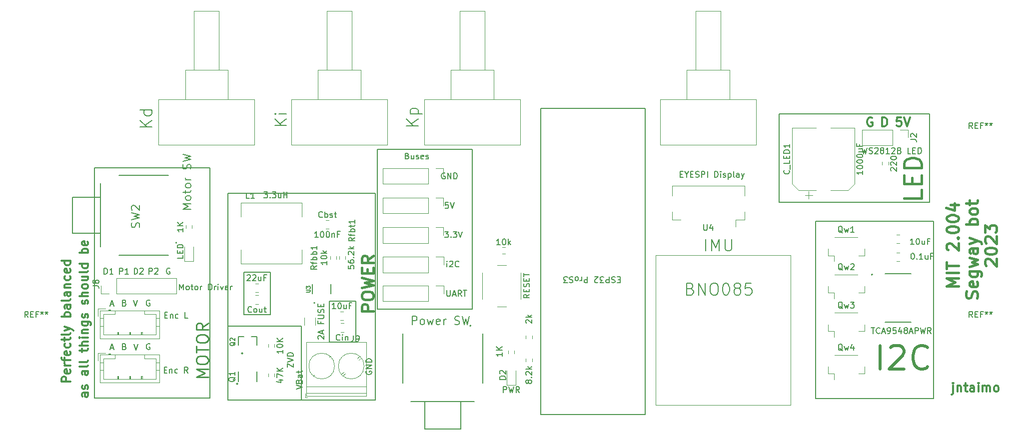
<source format=gbr>
%TF.GenerationSoftware,KiCad,Pcbnew,7.0.1-0*%
%TF.CreationDate,2023-07-02T18:57:52-05:00*%
%TF.ProjectId,Segway V3,53656777-6179-4205-9633-2e6b69636164,V1*%
%TF.SameCoordinates,Original*%
%TF.FileFunction,Legend,Top*%
%TF.FilePolarity,Positive*%
%FSLAX46Y46*%
G04 Gerber Fmt 4.6, Leading zero omitted, Abs format (unit mm)*
G04 Created by KiCad (PCBNEW 7.0.1-0) date 2023-07-02 18:57:52*
%MOMM*%
%LPD*%
G01*
G04 APERTURE LIST*
%ADD10C,0.300000*%
%ADD11C,0.150000*%
%ADD12C,0.400000*%
%ADD13C,0.437500*%
%ADD14C,0.500000*%
%ADD15C,0.250000*%
%ADD16C,0.120000*%
%ADD17C,0.100000*%
%ADD18C,0.200000*%
%ADD19C,0.127000*%
G04 APERTURE END LIST*
D10*
X226571428Y-97816428D02*
X225857142Y-97816428D01*
X225857142Y-97816428D02*
X225785714Y-98530714D01*
X225785714Y-98530714D02*
X225857142Y-98459285D01*
X225857142Y-98459285D02*
X226000000Y-98387857D01*
X226000000Y-98387857D02*
X226357142Y-98387857D01*
X226357142Y-98387857D02*
X226500000Y-98459285D01*
X226500000Y-98459285D02*
X226571428Y-98530714D01*
X226571428Y-98530714D02*
X226642857Y-98673571D01*
X226642857Y-98673571D02*
X226642857Y-99030714D01*
X226642857Y-99030714D02*
X226571428Y-99173571D01*
X226571428Y-99173571D02*
X226500000Y-99245000D01*
X226500000Y-99245000D02*
X226357142Y-99316428D01*
X226357142Y-99316428D02*
X226000000Y-99316428D01*
X226000000Y-99316428D02*
X225857142Y-99245000D01*
X225857142Y-99245000D02*
X225785714Y-99173571D01*
X227071428Y-97816428D02*
X227571428Y-99316428D01*
X227571428Y-99316428D02*
X228071428Y-97816428D01*
X223357142Y-99316428D02*
X223357142Y-97816428D01*
X223357142Y-97816428D02*
X223714285Y-97816428D01*
X223714285Y-97816428D02*
X223928571Y-97887857D01*
X223928571Y-97887857D02*
X224071428Y-98030714D01*
X224071428Y-98030714D02*
X224142857Y-98173571D01*
X224142857Y-98173571D02*
X224214285Y-98459285D01*
X224214285Y-98459285D02*
X224214285Y-98673571D01*
X224214285Y-98673571D02*
X224142857Y-98959285D01*
X224142857Y-98959285D02*
X224071428Y-99102142D01*
X224071428Y-99102142D02*
X223928571Y-99245000D01*
X223928571Y-99245000D02*
X223714285Y-99316428D01*
X223714285Y-99316428D02*
X223357142Y-99316428D01*
X221642857Y-97887857D02*
X221500000Y-97816428D01*
X221500000Y-97816428D02*
X221285714Y-97816428D01*
X221285714Y-97816428D02*
X221071428Y-97887857D01*
X221071428Y-97887857D02*
X220928571Y-98030714D01*
X220928571Y-98030714D02*
X220857142Y-98173571D01*
X220857142Y-98173571D02*
X220785714Y-98459285D01*
X220785714Y-98459285D02*
X220785714Y-98673571D01*
X220785714Y-98673571D02*
X220857142Y-98959285D01*
X220857142Y-98959285D02*
X220928571Y-99102142D01*
X220928571Y-99102142D02*
X221071428Y-99245000D01*
X221071428Y-99245000D02*
X221285714Y-99316428D01*
X221285714Y-99316428D02*
X221428571Y-99316428D01*
X221428571Y-99316428D02*
X221642857Y-99245000D01*
X221642857Y-99245000D02*
X221714285Y-99173571D01*
X221714285Y-99173571D02*
X221714285Y-98673571D01*
X221714285Y-98673571D02*
X221428571Y-98673571D01*
D11*
X205880000Y-112230000D02*
X231380000Y-112230000D01*
X231380000Y-97230000D01*
X205880000Y-97230000D01*
X205880000Y-112230000D01*
D12*
X230012857Y-110087142D02*
X230012857Y-111515714D01*
X230012857Y-111515714D02*
X227012857Y-111515714D01*
X228441428Y-109087143D02*
X228441428Y-108087143D01*
X230012857Y-107658571D02*
X230012857Y-109087143D01*
X230012857Y-109087143D02*
X227012857Y-109087143D01*
X227012857Y-109087143D02*
X227012857Y-107658571D01*
X230012857Y-106372857D02*
X227012857Y-106372857D01*
X227012857Y-106372857D02*
X227012857Y-105658571D01*
X227012857Y-105658571D02*
X227155714Y-105230000D01*
X227155714Y-105230000D02*
X227441428Y-104944285D01*
X227441428Y-104944285D02*
X227727142Y-104801428D01*
X227727142Y-104801428D02*
X228298571Y-104658571D01*
X228298571Y-104658571D02*
X228727142Y-104658571D01*
X228727142Y-104658571D02*
X229298571Y-104801428D01*
X229298571Y-104801428D02*
X229584285Y-104944285D01*
X229584285Y-104944285D02*
X229870000Y-105230000D01*
X229870000Y-105230000D02*
X230012857Y-105658571D01*
X230012857Y-105658571D02*
X230012857Y-106372857D01*
D11*
X142871428Y-104353809D02*
X143014285Y-104401428D01*
X143014285Y-104401428D02*
X143061904Y-104449047D01*
X143061904Y-104449047D02*
X143109523Y-104544285D01*
X143109523Y-104544285D02*
X143109523Y-104687142D01*
X143109523Y-104687142D02*
X143061904Y-104782380D01*
X143061904Y-104782380D02*
X143014285Y-104830000D01*
X143014285Y-104830000D02*
X142919047Y-104877619D01*
X142919047Y-104877619D02*
X142538095Y-104877619D01*
X142538095Y-104877619D02*
X142538095Y-103877619D01*
X142538095Y-103877619D02*
X142871428Y-103877619D01*
X142871428Y-103877619D02*
X142966666Y-103925238D01*
X142966666Y-103925238D02*
X143014285Y-103972857D01*
X143014285Y-103972857D02*
X143061904Y-104068095D01*
X143061904Y-104068095D02*
X143061904Y-104163333D01*
X143061904Y-104163333D02*
X143014285Y-104258571D01*
X143014285Y-104258571D02*
X142966666Y-104306190D01*
X142966666Y-104306190D02*
X142871428Y-104353809D01*
X142871428Y-104353809D02*
X142538095Y-104353809D01*
X143966666Y-104210952D02*
X143966666Y-104877619D01*
X143538095Y-104210952D02*
X143538095Y-104734761D01*
X143538095Y-104734761D02*
X143585714Y-104830000D01*
X143585714Y-104830000D02*
X143680952Y-104877619D01*
X143680952Y-104877619D02*
X143823809Y-104877619D01*
X143823809Y-104877619D02*
X143919047Y-104830000D01*
X143919047Y-104830000D02*
X143966666Y-104782380D01*
X144395238Y-104830000D02*
X144490476Y-104877619D01*
X144490476Y-104877619D02*
X144680952Y-104877619D01*
X144680952Y-104877619D02*
X144776190Y-104830000D01*
X144776190Y-104830000D02*
X144823809Y-104734761D01*
X144823809Y-104734761D02*
X144823809Y-104687142D01*
X144823809Y-104687142D02*
X144776190Y-104591904D01*
X144776190Y-104591904D02*
X144680952Y-104544285D01*
X144680952Y-104544285D02*
X144538095Y-104544285D01*
X144538095Y-104544285D02*
X144442857Y-104496666D01*
X144442857Y-104496666D02*
X144395238Y-104401428D01*
X144395238Y-104401428D02*
X144395238Y-104353809D01*
X144395238Y-104353809D02*
X144442857Y-104258571D01*
X144442857Y-104258571D02*
X144538095Y-104210952D01*
X144538095Y-104210952D02*
X144680952Y-104210952D01*
X144680952Y-104210952D02*
X144776190Y-104258571D01*
X145633333Y-104830000D02*
X145538095Y-104877619D01*
X145538095Y-104877619D02*
X145347619Y-104877619D01*
X145347619Y-104877619D02*
X145252381Y-104830000D01*
X145252381Y-104830000D02*
X145204762Y-104734761D01*
X145204762Y-104734761D02*
X145204762Y-104353809D01*
X145204762Y-104353809D02*
X145252381Y-104258571D01*
X145252381Y-104258571D02*
X145347619Y-104210952D01*
X145347619Y-104210952D02*
X145538095Y-104210952D01*
X145538095Y-104210952D02*
X145633333Y-104258571D01*
X145633333Y-104258571D02*
X145680952Y-104353809D01*
X145680952Y-104353809D02*
X145680952Y-104449047D01*
X145680952Y-104449047D02*
X145204762Y-104544285D01*
X146061905Y-104830000D02*
X146157143Y-104877619D01*
X146157143Y-104877619D02*
X146347619Y-104877619D01*
X146347619Y-104877619D02*
X146442857Y-104830000D01*
X146442857Y-104830000D02*
X146490476Y-104734761D01*
X146490476Y-104734761D02*
X146490476Y-104687142D01*
X146490476Y-104687142D02*
X146442857Y-104591904D01*
X146442857Y-104591904D02*
X146347619Y-104544285D01*
X146347619Y-104544285D02*
X146204762Y-104544285D01*
X146204762Y-104544285D02*
X146109524Y-104496666D01*
X146109524Y-104496666D02*
X146061905Y-104401428D01*
X146061905Y-104401428D02*
X146061905Y-104353809D01*
X146061905Y-104353809D02*
X146109524Y-104258571D01*
X146109524Y-104258571D02*
X146204762Y-104210952D01*
X146204762Y-104210952D02*
X146347619Y-104210952D01*
X146347619Y-104210952D02*
X146442857Y-104258571D01*
X137800000Y-103200000D02*
X153900000Y-103200000D01*
X153900000Y-130300000D01*
X137800000Y-130300000D01*
X137800000Y-103200000D01*
X193476190Y-120455238D02*
X193476190Y-118455238D01*
X194428571Y-120455238D02*
X194428571Y-118455238D01*
X194428571Y-118455238D02*
X195095238Y-119883809D01*
X195095238Y-119883809D02*
X195761904Y-118455238D01*
X195761904Y-118455238D02*
X195761904Y-120455238D01*
X196714285Y-118455238D02*
X196714285Y-120074285D01*
X196714285Y-120074285D02*
X196809523Y-120264761D01*
X196809523Y-120264761D02*
X196904761Y-120360000D01*
X196904761Y-120360000D02*
X197095237Y-120455238D01*
X197095237Y-120455238D02*
X197476190Y-120455238D01*
X197476190Y-120455238D02*
X197666666Y-120360000D01*
X197666666Y-120360000D02*
X197761904Y-120264761D01*
X197761904Y-120264761D02*
X197857142Y-120074285D01*
X197857142Y-120074285D02*
X197857142Y-118455238D01*
X165500000Y-96300000D02*
X183200000Y-96300000D01*
X183200000Y-148200000D01*
X165500000Y-148200000D01*
X165500000Y-96300000D01*
X124077619Y-143904761D02*
X125077619Y-143571428D01*
X125077619Y-143571428D02*
X124077619Y-143238095D01*
X124553809Y-142571428D02*
X124601428Y-142428571D01*
X124601428Y-142428571D02*
X124649047Y-142380952D01*
X124649047Y-142380952D02*
X124744285Y-142333333D01*
X124744285Y-142333333D02*
X124887142Y-142333333D01*
X124887142Y-142333333D02*
X124982380Y-142380952D01*
X124982380Y-142380952D02*
X125030000Y-142428571D01*
X125030000Y-142428571D02*
X125077619Y-142523809D01*
X125077619Y-142523809D02*
X125077619Y-142904761D01*
X125077619Y-142904761D02*
X124077619Y-142904761D01*
X124077619Y-142904761D02*
X124077619Y-142571428D01*
X124077619Y-142571428D02*
X124125238Y-142476190D01*
X124125238Y-142476190D02*
X124172857Y-142428571D01*
X124172857Y-142428571D02*
X124268095Y-142380952D01*
X124268095Y-142380952D02*
X124363333Y-142380952D01*
X124363333Y-142380952D02*
X124458571Y-142428571D01*
X124458571Y-142428571D02*
X124506190Y-142476190D01*
X124506190Y-142476190D02*
X124553809Y-142571428D01*
X124553809Y-142571428D02*
X124553809Y-142904761D01*
X125077619Y-141476190D02*
X124553809Y-141476190D01*
X124553809Y-141476190D02*
X124458571Y-141523809D01*
X124458571Y-141523809D02*
X124410952Y-141619047D01*
X124410952Y-141619047D02*
X124410952Y-141809523D01*
X124410952Y-141809523D02*
X124458571Y-141904761D01*
X125030000Y-141476190D02*
X125077619Y-141571428D01*
X125077619Y-141571428D02*
X125077619Y-141809523D01*
X125077619Y-141809523D02*
X125030000Y-141904761D01*
X125030000Y-141904761D02*
X124934761Y-141952380D01*
X124934761Y-141952380D02*
X124839523Y-141952380D01*
X124839523Y-141952380D02*
X124744285Y-141904761D01*
X124744285Y-141904761D02*
X124696666Y-141809523D01*
X124696666Y-141809523D02*
X124696666Y-141571428D01*
X124696666Y-141571428D02*
X124649047Y-141476190D01*
X124410952Y-141142856D02*
X124410952Y-140761904D01*
X124077619Y-140999999D02*
X124934761Y-140999999D01*
X124934761Y-140999999D02*
X125030000Y-140952380D01*
X125030000Y-140952380D02*
X125077619Y-140857142D01*
X125077619Y-140857142D02*
X125077619Y-140761904D01*
X135925238Y-140838095D02*
X135877619Y-140933333D01*
X135877619Y-140933333D02*
X135877619Y-141076190D01*
X135877619Y-141076190D02*
X135925238Y-141219047D01*
X135925238Y-141219047D02*
X136020476Y-141314285D01*
X136020476Y-141314285D02*
X136115714Y-141361904D01*
X136115714Y-141361904D02*
X136306190Y-141409523D01*
X136306190Y-141409523D02*
X136449047Y-141409523D01*
X136449047Y-141409523D02*
X136639523Y-141361904D01*
X136639523Y-141361904D02*
X136734761Y-141314285D01*
X136734761Y-141314285D02*
X136830000Y-141219047D01*
X136830000Y-141219047D02*
X136877619Y-141076190D01*
X136877619Y-141076190D02*
X136877619Y-140980952D01*
X136877619Y-140980952D02*
X136830000Y-140838095D01*
X136830000Y-140838095D02*
X136782380Y-140790476D01*
X136782380Y-140790476D02*
X136449047Y-140790476D01*
X136449047Y-140790476D02*
X136449047Y-140980952D01*
X136877619Y-140361904D02*
X135877619Y-140361904D01*
X135877619Y-140361904D02*
X136877619Y-139790476D01*
X136877619Y-139790476D02*
X135877619Y-139790476D01*
X136877619Y-139314285D02*
X135877619Y-139314285D01*
X135877619Y-139314285D02*
X135877619Y-139076190D01*
X135877619Y-139076190D02*
X135925238Y-138933333D01*
X135925238Y-138933333D02*
X136020476Y-138838095D01*
X136020476Y-138838095D02*
X136115714Y-138790476D01*
X136115714Y-138790476D02*
X136306190Y-138742857D01*
X136306190Y-138742857D02*
X136449047Y-138742857D01*
X136449047Y-138742857D02*
X136639523Y-138790476D01*
X136639523Y-138790476D02*
X136734761Y-138838095D01*
X136734761Y-138838095D02*
X136830000Y-138933333D01*
X136830000Y-138933333D02*
X136877619Y-139076190D01*
X136877619Y-139076190D02*
X136877619Y-139314285D01*
X129700000Y-129000000D02*
X134200000Y-129000000D01*
X134200000Y-135900000D01*
X129700000Y-135900000D01*
X129700000Y-129000000D01*
X115200000Y-124100000D02*
X119700000Y-124100000D01*
X119700000Y-131300000D01*
X115200000Y-131300000D01*
X115200000Y-124100000D01*
X99261904Y-136225238D02*
X99166666Y-136177619D01*
X99166666Y-136177619D02*
X99023809Y-136177619D01*
X99023809Y-136177619D02*
X98880952Y-136225238D01*
X98880952Y-136225238D02*
X98785714Y-136320476D01*
X98785714Y-136320476D02*
X98738095Y-136415714D01*
X98738095Y-136415714D02*
X98690476Y-136606190D01*
X98690476Y-136606190D02*
X98690476Y-136749047D01*
X98690476Y-136749047D02*
X98738095Y-136939523D01*
X98738095Y-136939523D02*
X98785714Y-137034761D01*
X98785714Y-137034761D02*
X98880952Y-137130000D01*
X98880952Y-137130000D02*
X99023809Y-137177619D01*
X99023809Y-137177619D02*
X99119047Y-137177619D01*
X99119047Y-137177619D02*
X99261904Y-137130000D01*
X99261904Y-137130000D02*
X99309523Y-137082380D01*
X99309523Y-137082380D02*
X99309523Y-136749047D01*
X99309523Y-136749047D02*
X99119047Y-136749047D01*
X96595238Y-136277619D02*
X96928571Y-137277619D01*
X96928571Y-137277619D02*
X97261904Y-136277619D01*
X94971428Y-136653809D02*
X95114285Y-136701428D01*
X95114285Y-136701428D02*
X95161904Y-136749047D01*
X95161904Y-136749047D02*
X95209523Y-136844285D01*
X95209523Y-136844285D02*
X95209523Y-136987142D01*
X95209523Y-136987142D02*
X95161904Y-137082380D01*
X95161904Y-137082380D02*
X95114285Y-137130000D01*
X95114285Y-137130000D02*
X95019047Y-137177619D01*
X95019047Y-137177619D02*
X94638095Y-137177619D01*
X94638095Y-137177619D02*
X94638095Y-136177619D01*
X94638095Y-136177619D02*
X94971428Y-136177619D01*
X94971428Y-136177619D02*
X95066666Y-136225238D01*
X95066666Y-136225238D02*
X95114285Y-136272857D01*
X95114285Y-136272857D02*
X95161904Y-136368095D01*
X95161904Y-136368095D02*
X95161904Y-136463333D01*
X95161904Y-136463333D02*
X95114285Y-136558571D01*
X95114285Y-136558571D02*
X95066666Y-136606190D01*
X95066666Y-136606190D02*
X94971428Y-136653809D01*
X94971428Y-136653809D02*
X94638095Y-136653809D01*
X92590476Y-136891904D02*
X93066666Y-136891904D01*
X92495238Y-137177619D02*
X92828571Y-136177619D01*
X92828571Y-136177619D02*
X93161904Y-137177619D01*
X99261904Y-128825238D02*
X99166666Y-128777619D01*
X99166666Y-128777619D02*
X99023809Y-128777619D01*
X99023809Y-128777619D02*
X98880952Y-128825238D01*
X98880952Y-128825238D02*
X98785714Y-128920476D01*
X98785714Y-128920476D02*
X98738095Y-129015714D01*
X98738095Y-129015714D02*
X98690476Y-129206190D01*
X98690476Y-129206190D02*
X98690476Y-129349047D01*
X98690476Y-129349047D02*
X98738095Y-129539523D01*
X98738095Y-129539523D02*
X98785714Y-129634761D01*
X98785714Y-129634761D02*
X98880952Y-129730000D01*
X98880952Y-129730000D02*
X99023809Y-129777619D01*
X99023809Y-129777619D02*
X99119047Y-129777619D01*
X99119047Y-129777619D02*
X99261904Y-129730000D01*
X99261904Y-129730000D02*
X99309523Y-129682380D01*
X99309523Y-129682380D02*
X99309523Y-129349047D01*
X99309523Y-129349047D02*
X99119047Y-129349047D01*
X96495238Y-128777619D02*
X96828571Y-129777619D01*
X96828571Y-129777619D02*
X97161904Y-128777619D01*
X94971428Y-129253809D02*
X95114285Y-129301428D01*
X95114285Y-129301428D02*
X95161904Y-129349047D01*
X95161904Y-129349047D02*
X95209523Y-129444285D01*
X95209523Y-129444285D02*
X95209523Y-129587142D01*
X95209523Y-129587142D02*
X95161904Y-129682380D01*
X95161904Y-129682380D02*
X95114285Y-129730000D01*
X95114285Y-129730000D02*
X95019047Y-129777619D01*
X95019047Y-129777619D02*
X94638095Y-129777619D01*
X94638095Y-129777619D02*
X94638095Y-128777619D01*
X94638095Y-128777619D02*
X94971428Y-128777619D01*
X94971428Y-128777619D02*
X95066666Y-128825238D01*
X95066666Y-128825238D02*
X95114285Y-128872857D01*
X95114285Y-128872857D02*
X95161904Y-128968095D01*
X95161904Y-128968095D02*
X95161904Y-129063333D01*
X95161904Y-129063333D02*
X95114285Y-129158571D01*
X95114285Y-129158571D02*
X95066666Y-129206190D01*
X95066666Y-129206190D02*
X94971428Y-129253809D01*
X94971428Y-129253809D02*
X94638095Y-129253809D01*
X92590476Y-129491904D02*
X93066666Y-129491904D01*
X92495238Y-129777619D02*
X92828571Y-128777619D01*
X92828571Y-128777619D02*
X93161904Y-129777619D01*
X102661904Y-123425238D02*
X102566666Y-123377619D01*
X102566666Y-123377619D02*
X102423809Y-123377619D01*
X102423809Y-123377619D02*
X102280952Y-123425238D01*
X102280952Y-123425238D02*
X102185714Y-123520476D01*
X102185714Y-123520476D02*
X102138095Y-123615714D01*
X102138095Y-123615714D02*
X102090476Y-123806190D01*
X102090476Y-123806190D02*
X102090476Y-123949047D01*
X102090476Y-123949047D02*
X102138095Y-124139523D01*
X102138095Y-124139523D02*
X102185714Y-124234761D01*
X102185714Y-124234761D02*
X102280952Y-124330000D01*
X102280952Y-124330000D02*
X102423809Y-124377619D01*
X102423809Y-124377619D02*
X102519047Y-124377619D01*
X102519047Y-124377619D02*
X102661904Y-124330000D01*
X102661904Y-124330000D02*
X102709523Y-124282380D01*
X102709523Y-124282380D02*
X102709523Y-123949047D01*
X102709523Y-123949047D02*
X102519047Y-123949047D01*
X99138095Y-124377619D02*
X99138095Y-123377619D01*
X99138095Y-123377619D02*
X99519047Y-123377619D01*
X99519047Y-123377619D02*
X99614285Y-123425238D01*
X99614285Y-123425238D02*
X99661904Y-123472857D01*
X99661904Y-123472857D02*
X99709523Y-123568095D01*
X99709523Y-123568095D02*
X99709523Y-123710952D01*
X99709523Y-123710952D02*
X99661904Y-123806190D01*
X99661904Y-123806190D02*
X99614285Y-123853809D01*
X99614285Y-123853809D02*
X99519047Y-123901428D01*
X99519047Y-123901428D02*
X99138095Y-123901428D01*
X100090476Y-123472857D02*
X100138095Y-123425238D01*
X100138095Y-123425238D02*
X100233333Y-123377619D01*
X100233333Y-123377619D02*
X100471428Y-123377619D01*
X100471428Y-123377619D02*
X100566666Y-123425238D01*
X100566666Y-123425238D02*
X100614285Y-123472857D01*
X100614285Y-123472857D02*
X100661904Y-123568095D01*
X100661904Y-123568095D02*
X100661904Y-123663333D01*
X100661904Y-123663333D02*
X100614285Y-123806190D01*
X100614285Y-123806190D02*
X100042857Y-124377619D01*
X100042857Y-124377619D02*
X100661904Y-124377619D01*
X96638095Y-124377619D02*
X96638095Y-123377619D01*
X96638095Y-123377619D02*
X96876190Y-123377619D01*
X96876190Y-123377619D02*
X97019047Y-123425238D01*
X97019047Y-123425238D02*
X97114285Y-123520476D01*
X97114285Y-123520476D02*
X97161904Y-123615714D01*
X97161904Y-123615714D02*
X97209523Y-123806190D01*
X97209523Y-123806190D02*
X97209523Y-123949047D01*
X97209523Y-123949047D02*
X97161904Y-124139523D01*
X97161904Y-124139523D02*
X97114285Y-124234761D01*
X97114285Y-124234761D02*
X97019047Y-124330000D01*
X97019047Y-124330000D02*
X96876190Y-124377619D01*
X96876190Y-124377619D02*
X96638095Y-124377619D01*
X97590476Y-123472857D02*
X97638095Y-123425238D01*
X97638095Y-123425238D02*
X97733333Y-123377619D01*
X97733333Y-123377619D02*
X97971428Y-123377619D01*
X97971428Y-123377619D02*
X98066666Y-123425238D01*
X98066666Y-123425238D02*
X98114285Y-123472857D01*
X98114285Y-123472857D02*
X98161904Y-123568095D01*
X98161904Y-123568095D02*
X98161904Y-123663333D01*
X98161904Y-123663333D02*
X98114285Y-123806190D01*
X98114285Y-123806190D02*
X97542857Y-124377619D01*
X97542857Y-124377619D02*
X98161904Y-124377619D01*
X94138095Y-124377619D02*
X94138095Y-123377619D01*
X94138095Y-123377619D02*
X94519047Y-123377619D01*
X94519047Y-123377619D02*
X94614285Y-123425238D01*
X94614285Y-123425238D02*
X94661904Y-123472857D01*
X94661904Y-123472857D02*
X94709523Y-123568095D01*
X94709523Y-123568095D02*
X94709523Y-123710952D01*
X94709523Y-123710952D02*
X94661904Y-123806190D01*
X94661904Y-123806190D02*
X94614285Y-123853809D01*
X94614285Y-123853809D02*
X94519047Y-123901428D01*
X94519047Y-123901428D02*
X94138095Y-123901428D01*
X95661904Y-124377619D02*
X95090476Y-124377619D01*
X95376190Y-124377619D02*
X95376190Y-123377619D01*
X95376190Y-123377619D02*
X95280952Y-123520476D01*
X95280952Y-123520476D02*
X95185714Y-123615714D01*
X95185714Y-123615714D02*
X95090476Y-123663333D01*
X91538095Y-124377619D02*
X91538095Y-123377619D01*
X91538095Y-123377619D02*
X91776190Y-123377619D01*
X91776190Y-123377619D02*
X91919047Y-123425238D01*
X91919047Y-123425238D02*
X92014285Y-123520476D01*
X92014285Y-123520476D02*
X92061904Y-123615714D01*
X92061904Y-123615714D02*
X92109523Y-123806190D01*
X92109523Y-123806190D02*
X92109523Y-123949047D01*
X92109523Y-123949047D02*
X92061904Y-124139523D01*
X92061904Y-124139523D02*
X92014285Y-124234761D01*
X92014285Y-124234761D02*
X91919047Y-124330000D01*
X91919047Y-124330000D02*
X91776190Y-124377619D01*
X91776190Y-124377619D02*
X91538095Y-124377619D01*
X93061904Y-124377619D02*
X92490476Y-124377619D01*
X92776190Y-124377619D02*
X92776190Y-123377619D01*
X92776190Y-123377619D02*
X92680952Y-123520476D01*
X92680952Y-123520476D02*
X92585714Y-123615714D01*
X92585714Y-123615714D02*
X92490476Y-123663333D01*
D10*
X88816428Y-144500000D02*
X88030714Y-144500000D01*
X88030714Y-144500000D02*
X87887857Y-144571428D01*
X87887857Y-144571428D02*
X87816428Y-144714285D01*
X87816428Y-144714285D02*
X87816428Y-145000000D01*
X87816428Y-145000000D02*
X87887857Y-145142857D01*
X88745000Y-144500000D02*
X88816428Y-144642857D01*
X88816428Y-144642857D02*
X88816428Y-145000000D01*
X88816428Y-145000000D02*
X88745000Y-145142857D01*
X88745000Y-145142857D02*
X88602142Y-145214285D01*
X88602142Y-145214285D02*
X88459285Y-145214285D01*
X88459285Y-145214285D02*
X88316428Y-145142857D01*
X88316428Y-145142857D02*
X88245000Y-145000000D01*
X88245000Y-145000000D02*
X88245000Y-144642857D01*
X88245000Y-144642857D02*
X88173571Y-144500000D01*
X88745000Y-143857142D02*
X88816428Y-143714285D01*
X88816428Y-143714285D02*
X88816428Y-143428571D01*
X88816428Y-143428571D02*
X88745000Y-143285714D01*
X88745000Y-143285714D02*
X88602142Y-143214285D01*
X88602142Y-143214285D02*
X88530714Y-143214285D01*
X88530714Y-143214285D02*
X88387857Y-143285714D01*
X88387857Y-143285714D02*
X88316428Y-143428571D01*
X88316428Y-143428571D02*
X88316428Y-143642857D01*
X88316428Y-143642857D02*
X88245000Y-143785714D01*
X88245000Y-143785714D02*
X88102142Y-143857142D01*
X88102142Y-143857142D02*
X88030714Y-143857142D01*
X88030714Y-143857142D02*
X87887857Y-143785714D01*
X87887857Y-143785714D02*
X87816428Y-143642857D01*
X87816428Y-143642857D02*
X87816428Y-143428571D01*
X87816428Y-143428571D02*
X87887857Y-143285714D01*
X88816428Y-140785714D02*
X88030714Y-140785714D01*
X88030714Y-140785714D02*
X87887857Y-140857142D01*
X87887857Y-140857142D02*
X87816428Y-140999999D01*
X87816428Y-140999999D02*
X87816428Y-141285714D01*
X87816428Y-141285714D02*
X87887857Y-141428571D01*
X88745000Y-140785714D02*
X88816428Y-140928571D01*
X88816428Y-140928571D02*
X88816428Y-141285714D01*
X88816428Y-141285714D02*
X88745000Y-141428571D01*
X88745000Y-141428571D02*
X88602142Y-141499999D01*
X88602142Y-141499999D02*
X88459285Y-141499999D01*
X88459285Y-141499999D02*
X88316428Y-141428571D01*
X88316428Y-141428571D02*
X88245000Y-141285714D01*
X88245000Y-141285714D02*
X88245000Y-140928571D01*
X88245000Y-140928571D02*
X88173571Y-140785714D01*
X88816428Y-139857142D02*
X88745000Y-139999999D01*
X88745000Y-139999999D02*
X88602142Y-140071428D01*
X88602142Y-140071428D02*
X87316428Y-140071428D01*
X88816428Y-139071428D02*
X88745000Y-139214285D01*
X88745000Y-139214285D02*
X88602142Y-139285714D01*
X88602142Y-139285714D02*
X87316428Y-139285714D01*
X87816428Y-137571428D02*
X87816428Y-137000000D01*
X87316428Y-137357143D02*
X88602142Y-137357143D01*
X88602142Y-137357143D02*
X88745000Y-137285714D01*
X88745000Y-137285714D02*
X88816428Y-137142857D01*
X88816428Y-137142857D02*
X88816428Y-137000000D01*
X88816428Y-136500000D02*
X87316428Y-136500000D01*
X88816428Y-135857143D02*
X88030714Y-135857143D01*
X88030714Y-135857143D02*
X87887857Y-135928571D01*
X87887857Y-135928571D02*
X87816428Y-136071428D01*
X87816428Y-136071428D02*
X87816428Y-136285714D01*
X87816428Y-136285714D02*
X87887857Y-136428571D01*
X87887857Y-136428571D02*
X87959285Y-136500000D01*
X88816428Y-135142857D02*
X87816428Y-135142857D01*
X87316428Y-135142857D02*
X87387857Y-135214285D01*
X87387857Y-135214285D02*
X87459285Y-135142857D01*
X87459285Y-135142857D02*
X87387857Y-135071428D01*
X87387857Y-135071428D02*
X87316428Y-135142857D01*
X87316428Y-135142857D02*
X87459285Y-135142857D01*
X87816428Y-134428571D02*
X88816428Y-134428571D01*
X87959285Y-134428571D02*
X87887857Y-134357142D01*
X87887857Y-134357142D02*
X87816428Y-134214285D01*
X87816428Y-134214285D02*
X87816428Y-133999999D01*
X87816428Y-133999999D02*
X87887857Y-133857142D01*
X87887857Y-133857142D02*
X88030714Y-133785714D01*
X88030714Y-133785714D02*
X88816428Y-133785714D01*
X87816428Y-132428571D02*
X89030714Y-132428571D01*
X89030714Y-132428571D02*
X89173571Y-132499999D01*
X89173571Y-132499999D02*
X89245000Y-132571428D01*
X89245000Y-132571428D02*
X89316428Y-132714285D01*
X89316428Y-132714285D02*
X89316428Y-132928571D01*
X89316428Y-132928571D02*
X89245000Y-133071428D01*
X88745000Y-132428571D02*
X88816428Y-132571428D01*
X88816428Y-132571428D02*
X88816428Y-132857142D01*
X88816428Y-132857142D02*
X88745000Y-132999999D01*
X88745000Y-132999999D02*
X88673571Y-133071428D01*
X88673571Y-133071428D02*
X88530714Y-133142856D01*
X88530714Y-133142856D02*
X88102142Y-133142856D01*
X88102142Y-133142856D02*
X87959285Y-133071428D01*
X87959285Y-133071428D02*
X87887857Y-132999999D01*
X87887857Y-132999999D02*
X87816428Y-132857142D01*
X87816428Y-132857142D02*
X87816428Y-132571428D01*
X87816428Y-132571428D02*
X87887857Y-132428571D01*
X88745000Y-131785713D02*
X88816428Y-131642856D01*
X88816428Y-131642856D02*
X88816428Y-131357142D01*
X88816428Y-131357142D02*
X88745000Y-131214285D01*
X88745000Y-131214285D02*
X88602142Y-131142856D01*
X88602142Y-131142856D02*
X88530714Y-131142856D01*
X88530714Y-131142856D02*
X88387857Y-131214285D01*
X88387857Y-131214285D02*
X88316428Y-131357142D01*
X88316428Y-131357142D02*
X88316428Y-131571428D01*
X88316428Y-131571428D02*
X88245000Y-131714285D01*
X88245000Y-131714285D02*
X88102142Y-131785713D01*
X88102142Y-131785713D02*
X88030714Y-131785713D01*
X88030714Y-131785713D02*
X87887857Y-131714285D01*
X87887857Y-131714285D02*
X87816428Y-131571428D01*
X87816428Y-131571428D02*
X87816428Y-131357142D01*
X87816428Y-131357142D02*
X87887857Y-131214285D01*
X88745000Y-129428570D02*
X88816428Y-129285713D01*
X88816428Y-129285713D02*
X88816428Y-128999999D01*
X88816428Y-128999999D02*
X88745000Y-128857142D01*
X88745000Y-128857142D02*
X88602142Y-128785713D01*
X88602142Y-128785713D02*
X88530714Y-128785713D01*
X88530714Y-128785713D02*
X88387857Y-128857142D01*
X88387857Y-128857142D02*
X88316428Y-128999999D01*
X88316428Y-128999999D02*
X88316428Y-129214285D01*
X88316428Y-129214285D02*
X88245000Y-129357142D01*
X88245000Y-129357142D02*
X88102142Y-129428570D01*
X88102142Y-129428570D02*
X88030714Y-129428570D01*
X88030714Y-129428570D02*
X87887857Y-129357142D01*
X87887857Y-129357142D02*
X87816428Y-129214285D01*
X87816428Y-129214285D02*
X87816428Y-128999999D01*
X87816428Y-128999999D02*
X87887857Y-128857142D01*
X88816428Y-128142856D02*
X87316428Y-128142856D01*
X88816428Y-127499999D02*
X88030714Y-127499999D01*
X88030714Y-127499999D02*
X87887857Y-127571427D01*
X87887857Y-127571427D02*
X87816428Y-127714284D01*
X87816428Y-127714284D02*
X87816428Y-127928570D01*
X87816428Y-127928570D02*
X87887857Y-128071427D01*
X87887857Y-128071427D02*
X87959285Y-128142856D01*
X88816428Y-126571427D02*
X88745000Y-126714284D01*
X88745000Y-126714284D02*
X88673571Y-126785713D01*
X88673571Y-126785713D02*
X88530714Y-126857141D01*
X88530714Y-126857141D02*
X88102142Y-126857141D01*
X88102142Y-126857141D02*
X87959285Y-126785713D01*
X87959285Y-126785713D02*
X87887857Y-126714284D01*
X87887857Y-126714284D02*
X87816428Y-126571427D01*
X87816428Y-126571427D02*
X87816428Y-126357141D01*
X87816428Y-126357141D02*
X87887857Y-126214284D01*
X87887857Y-126214284D02*
X87959285Y-126142856D01*
X87959285Y-126142856D02*
X88102142Y-126071427D01*
X88102142Y-126071427D02*
X88530714Y-126071427D01*
X88530714Y-126071427D02*
X88673571Y-126142856D01*
X88673571Y-126142856D02*
X88745000Y-126214284D01*
X88745000Y-126214284D02*
X88816428Y-126357141D01*
X88816428Y-126357141D02*
X88816428Y-126571427D01*
X87816428Y-124785713D02*
X88816428Y-124785713D01*
X87816428Y-125428570D02*
X88602142Y-125428570D01*
X88602142Y-125428570D02*
X88745000Y-125357141D01*
X88745000Y-125357141D02*
X88816428Y-125214284D01*
X88816428Y-125214284D02*
X88816428Y-124999998D01*
X88816428Y-124999998D02*
X88745000Y-124857141D01*
X88745000Y-124857141D02*
X88673571Y-124785713D01*
X88816428Y-123857141D02*
X88745000Y-123999998D01*
X88745000Y-123999998D02*
X88602142Y-124071427D01*
X88602142Y-124071427D02*
X87316428Y-124071427D01*
X88816428Y-122642856D02*
X87316428Y-122642856D01*
X88745000Y-122642856D02*
X88816428Y-122785713D01*
X88816428Y-122785713D02*
X88816428Y-123071427D01*
X88816428Y-123071427D02*
X88745000Y-123214284D01*
X88745000Y-123214284D02*
X88673571Y-123285713D01*
X88673571Y-123285713D02*
X88530714Y-123357141D01*
X88530714Y-123357141D02*
X88102142Y-123357141D01*
X88102142Y-123357141D02*
X87959285Y-123285713D01*
X87959285Y-123285713D02*
X87887857Y-123214284D01*
X87887857Y-123214284D02*
X87816428Y-123071427D01*
X87816428Y-123071427D02*
X87816428Y-122785713D01*
X87816428Y-122785713D02*
X87887857Y-122642856D01*
X88816428Y-120785713D02*
X87316428Y-120785713D01*
X87887857Y-120785713D02*
X87816428Y-120642856D01*
X87816428Y-120642856D02*
X87816428Y-120357141D01*
X87816428Y-120357141D02*
X87887857Y-120214284D01*
X87887857Y-120214284D02*
X87959285Y-120142856D01*
X87959285Y-120142856D02*
X88102142Y-120071427D01*
X88102142Y-120071427D02*
X88530714Y-120071427D01*
X88530714Y-120071427D02*
X88673571Y-120142856D01*
X88673571Y-120142856D02*
X88745000Y-120214284D01*
X88745000Y-120214284D02*
X88816428Y-120357141D01*
X88816428Y-120357141D02*
X88816428Y-120642856D01*
X88816428Y-120642856D02*
X88745000Y-120785713D01*
X88745000Y-118857141D02*
X88816428Y-118999998D01*
X88816428Y-118999998D02*
X88816428Y-119285713D01*
X88816428Y-119285713D02*
X88745000Y-119428570D01*
X88745000Y-119428570D02*
X88602142Y-119499998D01*
X88602142Y-119499998D02*
X88030714Y-119499998D01*
X88030714Y-119499998D02*
X87887857Y-119428570D01*
X87887857Y-119428570D02*
X87816428Y-119285713D01*
X87816428Y-119285713D02*
X87816428Y-118999998D01*
X87816428Y-118999998D02*
X87887857Y-118857141D01*
X87887857Y-118857141D02*
X88030714Y-118785713D01*
X88030714Y-118785713D02*
X88173571Y-118785713D01*
X88173571Y-118785713D02*
X88316428Y-119499998D01*
X85816428Y-142642857D02*
X84316428Y-142642857D01*
X84316428Y-142642857D02*
X84316428Y-142071428D01*
X84316428Y-142071428D02*
X84387857Y-141928571D01*
X84387857Y-141928571D02*
X84459285Y-141857142D01*
X84459285Y-141857142D02*
X84602142Y-141785714D01*
X84602142Y-141785714D02*
X84816428Y-141785714D01*
X84816428Y-141785714D02*
X84959285Y-141857142D01*
X84959285Y-141857142D02*
X85030714Y-141928571D01*
X85030714Y-141928571D02*
X85102142Y-142071428D01*
X85102142Y-142071428D02*
X85102142Y-142642857D01*
X85745000Y-140571428D02*
X85816428Y-140714285D01*
X85816428Y-140714285D02*
X85816428Y-141000000D01*
X85816428Y-141000000D02*
X85745000Y-141142857D01*
X85745000Y-141142857D02*
X85602142Y-141214285D01*
X85602142Y-141214285D02*
X85030714Y-141214285D01*
X85030714Y-141214285D02*
X84887857Y-141142857D01*
X84887857Y-141142857D02*
X84816428Y-141000000D01*
X84816428Y-141000000D02*
X84816428Y-140714285D01*
X84816428Y-140714285D02*
X84887857Y-140571428D01*
X84887857Y-140571428D02*
X85030714Y-140500000D01*
X85030714Y-140500000D02*
X85173571Y-140500000D01*
X85173571Y-140500000D02*
X85316428Y-141214285D01*
X85816428Y-139857143D02*
X84816428Y-139857143D01*
X85102142Y-139857143D02*
X84959285Y-139785714D01*
X84959285Y-139785714D02*
X84887857Y-139714286D01*
X84887857Y-139714286D02*
X84816428Y-139571428D01*
X84816428Y-139571428D02*
X84816428Y-139428571D01*
X84816428Y-139142857D02*
X84816428Y-138571429D01*
X85816428Y-138928572D02*
X84530714Y-138928572D01*
X84530714Y-138928572D02*
X84387857Y-138857143D01*
X84387857Y-138857143D02*
X84316428Y-138714286D01*
X84316428Y-138714286D02*
X84316428Y-138571429D01*
X85745000Y-137500000D02*
X85816428Y-137642857D01*
X85816428Y-137642857D02*
X85816428Y-137928572D01*
X85816428Y-137928572D02*
X85745000Y-138071429D01*
X85745000Y-138071429D02*
X85602142Y-138142857D01*
X85602142Y-138142857D02*
X85030714Y-138142857D01*
X85030714Y-138142857D02*
X84887857Y-138071429D01*
X84887857Y-138071429D02*
X84816428Y-137928572D01*
X84816428Y-137928572D02*
X84816428Y-137642857D01*
X84816428Y-137642857D02*
X84887857Y-137500000D01*
X84887857Y-137500000D02*
X85030714Y-137428572D01*
X85030714Y-137428572D02*
X85173571Y-137428572D01*
X85173571Y-137428572D02*
X85316428Y-138142857D01*
X85745000Y-136142858D02*
X85816428Y-136285715D01*
X85816428Y-136285715D02*
X85816428Y-136571429D01*
X85816428Y-136571429D02*
X85745000Y-136714286D01*
X85745000Y-136714286D02*
X85673571Y-136785715D01*
X85673571Y-136785715D02*
X85530714Y-136857143D01*
X85530714Y-136857143D02*
X85102142Y-136857143D01*
X85102142Y-136857143D02*
X84959285Y-136785715D01*
X84959285Y-136785715D02*
X84887857Y-136714286D01*
X84887857Y-136714286D02*
X84816428Y-136571429D01*
X84816428Y-136571429D02*
X84816428Y-136285715D01*
X84816428Y-136285715D02*
X84887857Y-136142858D01*
X84816428Y-135714286D02*
X84816428Y-135142858D01*
X84316428Y-135500001D02*
X85602142Y-135500001D01*
X85602142Y-135500001D02*
X85745000Y-135428572D01*
X85745000Y-135428572D02*
X85816428Y-135285715D01*
X85816428Y-135285715D02*
X85816428Y-135142858D01*
X85816428Y-134428572D02*
X85745000Y-134571429D01*
X85745000Y-134571429D02*
X85602142Y-134642858D01*
X85602142Y-134642858D02*
X84316428Y-134642858D01*
X84816428Y-134000001D02*
X85816428Y-133642858D01*
X84816428Y-133285715D02*
X85816428Y-133642858D01*
X85816428Y-133642858D02*
X86173571Y-133785715D01*
X86173571Y-133785715D02*
X86245000Y-133857144D01*
X86245000Y-133857144D02*
X86316428Y-134000001D01*
X85816428Y-131571430D02*
X84316428Y-131571430D01*
X84887857Y-131571430D02*
X84816428Y-131428573D01*
X84816428Y-131428573D02*
X84816428Y-131142858D01*
X84816428Y-131142858D02*
X84887857Y-131000001D01*
X84887857Y-131000001D02*
X84959285Y-130928573D01*
X84959285Y-130928573D02*
X85102142Y-130857144D01*
X85102142Y-130857144D02*
X85530714Y-130857144D01*
X85530714Y-130857144D02*
X85673571Y-130928573D01*
X85673571Y-130928573D02*
X85745000Y-131000001D01*
X85745000Y-131000001D02*
X85816428Y-131142858D01*
X85816428Y-131142858D02*
X85816428Y-131428573D01*
X85816428Y-131428573D02*
X85745000Y-131571430D01*
X85816428Y-129571430D02*
X85030714Y-129571430D01*
X85030714Y-129571430D02*
X84887857Y-129642858D01*
X84887857Y-129642858D02*
X84816428Y-129785715D01*
X84816428Y-129785715D02*
X84816428Y-130071430D01*
X84816428Y-130071430D02*
X84887857Y-130214287D01*
X85745000Y-129571430D02*
X85816428Y-129714287D01*
X85816428Y-129714287D02*
X85816428Y-130071430D01*
X85816428Y-130071430D02*
X85745000Y-130214287D01*
X85745000Y-130214287D02*
X85602142Y-130285715D01*
X85602142Y-130285715D02*
X85459285Y-130285715D01*
X85459285Y-130285715D02*
X85316428Y-130214287D01*
X85316428Y-130214287D02*
X85245000Y-130071430D01*
X85245000Y-130071430D02*
X85245000Y-129714287D01*
X85245000Y-129714287D02*
X85173571Y-129571430D01*
X85816428Y-128642858D02*
X85745000Y-128785715D01*
X85745000Y-128785715D02*
X85602142Y-128857144D01*
X85602142Y-128857144D02*
X84316428Y-128857144D01*
X85816428Y-127428573D02*
X85030714Y-127428573D01*
X85030714Y-127428573D02*
X84887857Y-127500001D01*
X84887857Y-127500001D02*
X84816428Y-127642858D01*
X84816428Y-127642858D02*
X84816428Y-127928573D01*
X84816428Y-127928573D02*
X84887857Y-128071430D01*
X85745000Y-127428573D02*
X85816428Y-127571430D01*
X85816428Y-127571430D02*
X85816428Y-127928573D01*
X85816428Y-127928573D02*
X85745000Y-128071430D01*
X85745000Y-128071430D02*
X85602142Y-128142858D01*
X85602142Y-128142858D02*
X85459285Y-128142858D01*
X85459285Y-128142858D02*
X85316428Y-128071430D01*
X85316428Y-128071430D02*
X85245000Y-127928573D01*
X85245000Y-127928573D02*
X85245000Y-127571430D01*
X85245000Y-127571430D02*
X85173571Y-127428573D01*
X84816428Y-126714287D02*
X85816428Y-126714287D01*
X84959285Y-126714287D02*
X84887857Y-126642858D01*
X84887857Y-126642858D02*
X84816428Y-126500001D01*
X84816428Y-126500001D02*
X84816428Y-126285715D01*
X84816428Y-126285715D02*
X84887857Y-126142858D01*
X84887857Y-126142858D02*
X85030714Y-126071430D01*
X85030714Y-126071430D02*
X85816428Y-126071430D01*
X85745000Y-124714287D02*
X85816428Y-124857144D01*
X85816428Y-124857144D02*
X85816428Y-125142858D01*
X85816428Y-125142858D02*
X85745000Y-125285715D01*
X85745000Y-125285715D02*
X85673571Y-125357144D01*
X85673571Y-125357144D02*
X85530714Y-125428572D01*
X85530714Y-125428572D02*
X85102142Y-125428572D01*
X85102142Y-125428572D02*
X84959285Y-125357144D01*
X84959285Y-125357144D02*
X84887857Y-125285715D01*
X84887857Y-125285715D02*
X84816428Y-125142858D01*
X84816428Y-125142858D02*
X84816428Y-124857144D01*
X84816428Y-124857144D02*
X84887857Y-124714287D01*
X85745000Y-123500001D02*
X85816428Y-123642858D01*
X85816428Y-123642858D02*
X85816428Y-123928573D01*
X85816428Y-123928573D02*
X85745000Y-124071430D01*
X85745000Y-124071430D02*
X85602142Y-124142858D01*
X85602142Y-124142858D02*
X85030714Y-124142858D01*
X85030714Y-124142858D02*
X84887857Y-124071430D01*
X84887857Y-124071430D02*
X84816428Y-123928573D01*
X84816428Y-123928573D02*
X84816428Y-123642858D01*
X84816428Y-123642858D02*
X84887857Y-123500001D01*
X84887857Y-123500001D02*
X85030714Y-123428573D01*
X85030714Y-123428573D02*
X85173571Y-123428573D01*
X85173571Y-123428573D02*
X85316428Y-124142858D01*
X85816428Y-122142859D02*
X84316428Y-122142859D01*
X85745000Y-122142859D02*
X85816428Y-122285716D01*
X85816428Y-122285716D02*
X85816428Y-122571430D01*
X85816428Y-122571430D02*
X85745000Y-122714287D01*
X85745000Y-122714287D02*
X85673571Y-122785716D01*
X85673571Y-122785716D02*
X85530714Y-122857144D01*
X85530714Y-122857144D02*
X85102142Y-122857144D01*
X85102142Y-122857144D02*
X84959285Y-122785716D01*
X84959285Y-122785716D02*
X84887857Y-122714287D01*
X84887857Y-122714287D02*
X84816428Y-122571430D01*
X84816428Y-122571430D02*
X84816428Y-122285716D01*
X84816428Y-122285716D02*
X84887857Y-122142859D01*
X235357142Y-143316428D02*
X235357142Y-144602142D01*
X235357142Y-144602142D02*
X235285714Y-144745000D01*
X235285714Y-144745000D02*
X235142857Y-144816428D01*
X235142857Y-144816428D02*
X235071428Y-144816428D01*
X235357142Y-142816428D02*
X235285714Y-142887857D01*
X235285714Y-142887857D02*
X235357142Y-142959285D01*
X235357142Y-142959285D02*
X235428571Y-142887857D01*
X235428571Y-142887857D02*
X235357142Y-142816428D01*
X235357142Y-142816428D02*
X235357142Y-142959285D01*
X236071428Y-143316428D02*
X236071428Y-144316428D01*
X236071428Y-143459285D02*
X236142857Y-143387857D01*
X236142857Y-143387857D02*
X236285714Y-143316428D01*
X236285714Y-143316428D02*
X236500000Y-143316428D01*
X236500000Y-143316428D02*
X236642857Y-143387857D01*
X236642857Y-143387857D02*
X236714286Y-143530714D01*
X236714286Y-143530714D02*
X236714286Y-144316428D01*
X237214286Y-143316428D02*
X237785714Y-143316428D01*
X237428571Y-142816428D02*
X237428571Y-144102142D01*
X237428571Y-144102142D02*
X237500000Y-144245000D01*
X237500000Y-144245000D02*
X237642857Y-144316428D01*
X237642857Y-144316428D02*
X237785714Y-144316428D01*
X238928572Y-144316428D02*
X238928572Y-143530714D01*
X238928572Y-143530714D02*
X238857143Y-143387857D01*
X238857143Y-143387857D02*
X238714286Y-143316428D01*
X238714286Y-143316428D02*
X238428572Y-143316428D01*
X238428572Y-143316428D02*
X238285714Y-143387857D01*
X238928572Y-144245000D02*
X238785714Y-144316428D01*
X238785714Y-144316428D02*
X238428572Y-144316428D01*
X238428572Y-144316428D02*
X238285714Y-144245000D01*
X238285714Y-144245000D02*
X238214286Y-144102142D01*
X238214286Y-144102142D02*
X238214286Y-143959285D01*
X238214286Y-143959285D02*
X238285714Y-143816428D01*
X238285714Y-143816428D02*
X238428572Y-143745000D01*
X238428572Y-143745000D02*
X238785714Y-143745000D01*
X238785714Y-143745000D02*
X238928572Y-143673571D01*
X239642857Y-144316428D02*
X239642857Y-143316428D01*
X239642857Y-142816428D02*
X239571429Y-142887857D01*
X239571429Y-142887857D02*
X239642857Y-142959285D01*
X239642857Y-142959285D02*
X239714286Y-142887857D01*
X239714286Y-142887857D02*
X239642857Y-142816428D01*
X239642857Y-142816428D02*
X239642857Y-142959285D01*
X240357143Y-144316428D02*
X240357143Y-143316428D01*
X240357143Y-143459285D02*
X240428572Y-143387857D01*
X240428572Y-143387857D02*
X240571429Y-143316428D01*
X240571429Y-143316428D02*
X240785715Y-143316428D01*
X240785715Y-143316428D02*
X240928572Y-143387857D01*
X240928572Y-143387857D02*
X241000001Y-143530714D01*
X241000001Y-143530714D02*
X241000001Y-144316428D01*
X241000001Y-143530714D02*
X241071429Y-143387857D01*
X241071429Y-143387857D02*
X241214286Y-143316428D01*
X241214286Y-143316428D02*
X241428572Y-143316428D01*
X241428572Y-143316428D02*
X241571429Y-143387857D01*
X241571429Y-143387857D02*
X241642858Y-143530714D01*
X241642858Y-143530714D02*
X241642858Y-144316428D01*
X242571429Y-144316428D02*
X242428572Y-144245000D01*
X242428572Y-144245000D02*
X242357143Y-144173571D01*
X242357143Y-144173571D02*
X242285715Y-144030714D01*
X242285715Y-144030714D02*
X242285715Y-143602142D01*
X242285715Y-143602142D02*
X242357143Y-143459285D01*
X242357143Y-143459285D02*
X242428572Y-143387857D01*
X242428572Y-143387857D02*
X242571429Y-143316428D01*
X242571429Y-143316428D02*
X242785715Y-143316428D01*
X242785715Y-143316428D02*
X242928572Y-143387857D01*
X242928572Y-143387857D02*
X243000001Y-143459285D01*
X243000001Y-143459285D02*
X243071429Y-143602142D01*
X243071429Y-143602142D02*
X243071429Y-144030714D01*
X243071429Y-144030714D02*
X243000001Y-144173571D01*
X243000001Y-144173571D02*
X242928572Y-144245000D01*
X242928572Y-144245000D02*
X242785715Y-144316428D01*
X242785715Y-144316428D02*
X242571429Y-144316428D01*
D13*
X236275238Y-126452381D02*
X234275238Y-126452381D01*
X234275238Y-126452381D02*
X235703809Y-125785714D01*
X235703809Y-125785714D02*
X234275238Y-125119048D01*
X234275238Y-125119048D02*
X236275238Y-125119048D01*
X236275238Y-124166667D02*
X234275238Y-124166667D01*
X234275238Y-123500000D02*
X234275238Y-122357143D01*
X236275238Y-122928572D02*
X234275238Y-122928572D01*
X234465714Y-120261904D02*
X234370476Y-120166666D01*
X234370476Y-120166666D02*
X234275238Y-119976190D01*
X234275238Y-119976190D02*
X234275238Y-119499999D01*
X234275238Y-119499999D02*
X234370476Y-119309523D01*
X234370476Y-119309523D02*
X234465714Y-119214285D01*
X234465714Y-119214285D02*
X234656190Y-119119047D01*
X234656190Y-119119047D02*
X234846666Y-119119047D01*
X234846666Y-119119047D02*
X235132380Y-119214285D01*
X235132380Y-119214285D02*
X236275238Y-120357142D01*
X236275238Y-120357142D02*
X236275238Y-119119047D01*
X236084761Y-118261904D02*
X236180000Y-118166666D01*
X236180000Y-118166666D02*
X236275238Y-118261904D01*
X236275238Y-118261904D02*
X236180000Y-118357142D01*
X236180000Y-118357142D02*
X236084761Y-118261904D01*
X236084761Y-118261904D02*
X236275238Y-118261904D01*
X234275238Y-116928571D02*
X234275238Y-116738094D01*
X234275238Y-116738094D02*
X234370476Y-116547618D01*
X234370476Y-116547618D02*
X234465714Y-116452380D01*
X234465714Y-116452380D02*
X234656190Y-116357142D01*
X234656190Y-116357142D02*
X235037142Y-116261904D01*
X235037142Y-116261904D02*
X235513333Y-116261904D01*
X235513333Y-116261904D02*
X235894285Y-116357142D01*
X235894285Y-116357142D02*
X236084761Y-116452380D01*
X236084761Y-116452380D02*
X236180000Y-116547618D01*
X236180000Y-116547618D02*
X236275238Y-116738094D01*
X236275238Y-116738094D02*
X236275238Y-116928571D01*
X236275238Y-116928571D02*
X236180000Y-117119047D01*
X236180000Y-117119047D02*
X236084761Y-117214285D01*
X236084761Y-117214285D02*
X235894285Y-117309523D01*
X235894285Y-117309523D02*
X235513333Y-117404761D01*
X235513333Y-117404761D02*
X235037142Y-117404761D01*
X235037142Y-117404761D02*
X234656190Y-117309523D01*
X234656190Y-117309523D02*
X234465714Y-117214285D01*
X234465714Y-117214285D02*
X234370476Y-117119047D01*
X234370476Y-117119047D02*
X234275238Y-116928571D01*
X234275238Y-115023809D02*
X234275238Y-114833332D01*
X234275238Y-114833332D02*
X234370476Y-114642856D01*
X234370476Y-114642856D02*
X234465714Y-114547618D01*
X234465714Y-114547618D02*
X234656190Y-114452380D01*
X234656190Y-114452380D02*
X235037142Y-114357142D01*
X235037142Y-114357142D02*
X235513333Y-114357142D01*
X235513333Y-114357142D02*
X235894285Y-114452380D01*
X235894285Y-114452380D02*
X236084761Y-114547618D01*
X236084761Y-114547618D02*
X236180000Y-114642856D01*
X236180000Y-114642856D02*
X236275238Y-114833332D01*
X236275238Y-114833332D02*
X236275238Y-115023809D01*
X236275238Y-115023809D02*
X236180000Y-115214285D01*
X236180000Y-115214285D02*
X236084761Y-115309523D01*
X236084761Y-115309523D02*
X235894285Y-115404761D01*
X235894285Y-115404761D02*
X235513333Y-115499999D01*
X235513333Y-115499999D02*
X235037142Y-115499999D01*
X235037142Y-115499999D02*
X234656190Y-115404761D01*
X234656190Y-115404761D02*
X234465714Y-115309523D01*
X234465714Y-115309523D02*
X234370476Y-115214285D01*
X234370476Y-115214285D02*
X234275238Y-115023809D01*
X234941904Y-112642856D02*
X236275238Y-112642856D01*
X234180000Y-113119047D02*
X235608571Y-113595237D01*
X235608571Y-113595237D02*
X235608571Y-112357142D01*
X239420000Y-128452381D02*
X239515238Y-128166667D01*
X239515238Y-128166667D02*
X239515238Y-127690476D01*
X239515238Y-127690476D02*
X239420000Y-127500000D01*
X239420000Y-127500000D02*
X239324761Y-127404762D01*
X239324761Y-127404762D02*
X239134285Y-127309524D01*
X239134285Y-127309524D02*
X238943809Y-127309524D01*
X238943809Y-127309524D02*
X238753333Y-127404762D01*
X238753333Y-127404762D02*
X238658095Y-127500000D01*
X238658095Y-127500000D02*
X238562857Y-127690476D01*
X238562857Y-127690476D02*
X238467619Y-128071429D01*
X238467619Y-128071429D02*
X238372380Y-128261905D01*
X238372380Y-128261905D02*
X238277142Y-128357143D01*
X238277142Y-128357143D02*
X238086666Y-128452381D01*
X238086666Y-128452381D02*
X237896190Y-128452381D01*
X237896190Y-128452381D02*
X237705714Y-128357143D01*
X237705714Y-128357143D02*
X237610476Y-128261905D01*
X237610476Y-128261905D02*
X237515238Y-128071429D01*
X237515238Y-128071429D02*
X237515238Y-127595238D01*
X237515238Y-127595238D02*
X237610476Y-127309524D01*
X239420000Y-125690476D02*
X239515238Y-125880952D01*
X239515238Y-125880952D02*
X239515238Y-126261905D01*
X239515238Y-126261905D02*
X239420000Y-126452381D01*
X239420000Y-126452381D02*
X239229523Y-126547619D01*
X239229523Y-126547619D02*
X238467619Y-126547619D01*
X238467619Y-126547619D02*
X238277142Y-126452381D01*
X238277142Y-126452381D02*
X238181904Y-126261905D01*
X238181904Y-126261905D02*
X238181904Y-125880952D01*
X238181904Y-125880952D02*
X238277142Y-125690476D01*
X238277142Y-125690476D02*
X238467619Y-125595238D01*
X238467619Y-125595238D02*
X238658095Y-125595238D01*
X238658095Y-125595238D02*
X238848571Y-126547619D01*
X238181904Y-123880952D02*
X239800952Y-123880952D01*
X239800952Y-123880952D02*
X239991428Y-123976190D01*
X239991428Y-123976190D02*
X240086666Y-124071428D01*
X240086666Y-124071428D02*
X240181904Y-124261905D01*
X240181904Y-124261905D02*
X240181904Y-124547619D01*
X240181904Y-124547619D02*
X240086666Y-124738095D01*
X239420000Y-123880952D02*
X239515238Y-124071428D01*
X239515238Y-124071428D02*
X239515238Y-124452381D01*
X239515238Y-124452381D02*
X239420000Y-124642857D01*
X239420000Y-124642857D02*
X239324761Y-124738095D01*
X239324761Y-124738095D02*
X239134285Y-124833333D01*
X239134285Y-124833333D02*
X238562857Y-124833333D01*
X238562857Y-124833333D02*
X238372380Y-124738095D01*
X238372380Y-124738095D02*
X238277142Y-124642857D01*
X238277142Y-124642857D02*
X238181904Y-124452381D01*
X238181904Y-124452381D02*
X238181904Y-124071428D01*
X238181904Y-124071428D02*
X238277142Y-123880952D01*
X238181904Y-123119047D02*
X239515238Y-122738095D01*
X239515238Y-122738095D02*
X238562857Y-122357142D01*
X238562857Y-122357142D02*
X239515238Y-121976190D01*
X239515238Y-121976190D02*
X238181904Y-121595238D01*
X239515238Y-119976190D02*
X238467619Y-119976190D01*
X238467619Y-119976190D02*
X238277142Y-120071428D01*
X238277142Y-120071428D02*
X238181904Y-120261904D01*
X238181904Y-120261904D02*
X238181904Y-120642857D01*
X238181904Y-120642857D02*
X238277142Y-120833333D01*
X239420000Y-119976190D02*
X239515238Y-120166666D01*
X239515238Y-120166666D02*
X239515238Y-120642857D01*
X239515238Y-120642857D02*
X239420000Y-120833333D01*
X239420000Y-120833333D02*
X239229523Y-120928571D01*
X239229523Y-120928571D02*
X239039047Y-120928571D01*
X239039047Y-120928571D02*
X238848571Y-120833333D01*
X238848571Y-120833333D02*
X238753333Y-120642857D01*
X238753333Y-120642857D02*
X238753333Y-120166666D01*
X238753333Y-120166666D02*
X238658095Y-119976190D01*
X238181904Y-119214285D02*
X239515238Y-118738095D01*
X238181904Y-118261904D02*
X239515238Y-118738095D01*
X239515238Y-118738095D02*
X239991428Y-118928571D01*
X239991428Y-118928571D02*
X240086666Y-119023809D01*
X240086666Y-119023809D02*
X240181904Y-119214285D01*
X239515238Y-115976189D02*
X237515238Y-115976189D01*
X238277142Y-115976189D02*
X238181904Y-115785713D01*
X238181904Y-115785713D02*
X238181904Y-115404760D01*
X238181904Y-115404760D02*
X238277142Y-115214284D01*
X238277142Y-115214284D02*
X238372380Y-115119046D01*
X238372380Y-115119046D02*
X238562857Y-115023808D01*
X238562857Y-115023808D02*
X239134285Y-115023808D01*
X239134285Y-115023808D02*
X239324761Y-115119046D01*
X239324761Y-115119046D02*
X239420000Y-115214284D01*
X239420000Y-115214284D02*
X239515238Y-115404760D01*
X239515238Y-115404760D02*
X239515238Y-115785713D01*
X239515238Y-115785713D02*
X239420000Y-115976189D01*
X239515238Y-113880951D02*
X239420000Y-114071427D01*
X239420000Y-114071427D02*
X239324761Y-114166665D01*
X239324761Y-114166665D02*
X239134285Y-114261903D01*
X239134285Y-114261903D02*
X238562857Y-114261903D01*
X238562857Y-114261903D02*
X238372380Y-114166665D01*
X238372380Y-114166665D02*
X238277142Y-114071427D01*
X238277142Y-114071427D02*
X238181904Y-113880951D01*
X238181904Y-113880951D02*
X238181904Y-113595236D01*
X238181904Y-113595236D02*
X238277142Y-113404760D01*
X238277142Y-113404760D02*
X238372380Y-113309522D01*
X238372380Y-113309522D02*
X238562857Y-113214284D01*
X238562857Y-113214284D02*
X239134285Y-113214284D01*
X239134285Y-113214284D02*
X239324761Y-113309522D01*
X239324761Y-113309522D02*
X239420000Y-113404760D01*
X239420000Y-113404760D02*
X239515238Y-113595236D01*
X239515238Y-113595236D02*
X239515238Y-113880951D01*
X238181904Y-112642855D02*
X238181904Y-111880951D01*
X237515238Y-112357141D02*
X239229523Y-112357141D01*
X239229523Y-112357141D02*
X239420000Y-112261903D01*
X239420000Y-112261903D02*
X239515238Y-112071427D01*
X239515238Y-112071427D02*
X239515238Y-111880951D01*
X240945714Y-122928571D02*
X240850476Y-122833333D01*
X240850476Y-122833333D02*
X240755238Y-122642857D01*
X240755238Y-122642857D02*
X240755238Y-122166666D01*
X240755238Y-122166666D02*
X240850476Y-121976190D01*
X240850476Y-121976190D02*
X240945714Y-121880952D01*
X240945714Y-121880952D02*
X241136190Y-121785714D01*
X241136190Y-121785714D02*
X241326666Y-121785714D01*
X241326666Y-121785714D02*
X241612380Y-121880952D01*
X241612380Y-121880952D02*
X242755238Y-123023809D01*
X242755238Y-123023809D02*
X242755238Y-121785714D01*
X240755238Y-120547619D02*
X240755238Y-120357142D01*
X240755238Y-120357142D02*
X240850476Y-120166666D01*
X240850476Y-120166666D02*
X240945714Y-120071428D01*
X240945714Y-120071428D02*
X241136190Y-119976190D01*
X241136190Y-119976190D02*
X241517142Y-119880952D01*
X241517142Y-119880952D02*
X241993333Y-119880952D01*
X241993333Y-119880952D02*
X242374285Y-119976190D01*
X242374285Y-119976190D02*
X242564761Y-120071428D01*
X242564761Y-120071428D02*
X242660000Y-120166666D01*
X242660000Y-120166666D02*
X242755238Y-120357142D01*
X242755238Y-120357142D02*
X242755238Y-120547619D01*
X242755238Y-120547619D02*
X242660000Y-120738095D01*
X242660000Y-120738095D02*
X242564761Y-120833333D01*
X242564761Y-120833333D02*
X242374285Y-120928571D01*
X242374285Y-120928571D02*
X241993333Y-121023809D01*
X241993333Y-121023809D02*
X241517142Y-121023809D01*
X241517142Y-121023809D02*
X241136190Y-120928571D01*
X241136190Y-120928571D02*
X240945714Y-120833333D01*
X240945714Y-120833333D02*
X240850476Y-120738095D01*
X240850476Y-120738095D02*
X240755238Y-120547619D01*
X240945714Y-119119047D02*
X240850476Y-119023809D01*
X240850476Y-119023809D02*
X240755238Y-118833333D01*
X240755238Y-118833333D02*
X240755238Y-118357142D01*
X240755238Y-118357142D02*
X240850476Y-118166666D01*
X240850476Y-118166666D02*
X240945714Y-118071428D01*
X240945714Y-118071428D02*
X241136190Y-117976190D01*
X241136190Y-117976190D02*
X241326666Y-117976190D01*
X241326666Y-117976190D02*
X241612380Y-118071428D01*
X241612380Y-118071428D02*
X242755238Y-119214285D01*
X242755238Y-119214285D02*
X242755238Y-117976190D01*
X240755238Y-117309523D02*
X240755238Y-116071428D01*
X240755238Y-116071428D02*
X241517142Y-116738095D01*
X241517142Y-116738095D02*
X241517142Y-116452380D01*
X241517142Y-116452380D02*
X241612380Y-116261904D01*
X241612380Y-116261904D02*
X241707619Y-116166666D01*
X241707619Y-116166666D02*
X241898095Y-116071428D01*
X241898095Y-116071428D02*
X242374285Y-116071428D01*
X242374285Y-116071428D02*
X242564761Y-116166666D01*
X242564761Y-116166666D02*
X242660000Y-116261904D01*
X242660000Y-116261904D02*
X242755238Y-116452380D01*
X242755238Y-116452380D02*
X242755238Y-117023809D01*
X242755238Y-117023809D02*
X242660000Y-117214285D01*
X242660000Y-117214285D02*
X242564761Y-117309523D01*
D14*
X223012380Y-140485476D02*
X223012380Y-136485476D01*
X224726666Y-136866428D02*
X224917142Y-136675952D01*
X224917142Y-136675952D02*
X225298095Y-136485476D01*
X225298095Y-136485476D02*
X226250476Y-136485476D01*
X226250476Y-136485476D02*
X226631428Y-136675952D01*
X226631428Y-136675952D02*
X226821904Y-136866428D01*
X226821904Y-136866428D02*
X227012381Y-137247380D01*
X227012381Y-137247380D02*
X227012381Y-137628333D01*
X227012381Y-137628333D02*
X226821904Y-138199761D01*
X226821904Y-138199761D02*
X224536190Y-140485476D01*
X224536190Y-140485476D02*
X227012381Y-140485476D01*
X231012381Y-140104523D02*
X230821905Y-140295000D01*
X230821905Y-140295000D02*
X230250476Y-140485476D01*
X230250476Y-140485476D02*
X229869524Y-140485476D01*
X229869524Y-140485476D02*
X229298095Y-140295000D01*
X229298095Y-140295000D02*
X228917143Y-139914047D01*
X228917143Y-139914047D02*
X228726666Y-139533095D01*
X228726666Y-139533095D02*
X228536190Y-138771190D01*
X228536190Y-138771190D02*
X228536190Y-138199761D01*
X228536190Y-138199761D02*
X228726666Y-137437857D01*
X228726666Y-137437857D02*
X228917143Y-137056904D01*
X228917143Y-137056904D02*
X229298095Y-136675952D01*
X229298095Y-136675952D02*
X229869524Y-136485476D01*
X229869524Y-136485476D02*
X230250476Y-136485476D01*
X230250476Y-136485476D02*
X230821905Y-136675952D01*
X230821905Y-136675952D02*
X231012381Y-136866428D01*
D11*
X212060000Y-115455000D02*
X232060000Y-115455000D01*
X232060000Y-145455000D01*
X212060000Y-145455000D01*
X212060000Y-115455000D01*
D15*
X109155238Y-141823809D02*
X107155238Y-141823809D01*
X107155238Y-141823809D02*
X108583809Y-141157142D01*
X108583809Y-141157142D02*
X107155238Y-140490476D01*
X107155238Y-140490476D02*
X109155238Y-140490476D01*
X107155238Y-139157143D02*
X107155238Y-138776190D01*
X107155238Y-138776190D02*
X107250476Y-138585714D01*
X107250476Y-138585714D02*
X107440952Y-138395238D01*
X107440952Y-138395238D02*
X107821904Y-138300000D01*
X107821904Y-138300000D02*
X108488571Y-138300000D01*
X108488571Y-138300000D02*
X108869523Y-138395238D01*
X108869523Y-138395238D02*
X109060000Y-138585714D01*
X109060000Y-138585714D02*
X109155238Y-138776190D01*
X109155238Y-138776190D02*
X109155238Y-139157143D01*
X109155238Y-139157143D02*
X109060000Y-139347619D01*
X109060000Y-139347619D02*
X108869523Y-139538095D01*
X108869523Y-139538095D02*
X108488571Y-139633333D01*
X108488571Y-139633333D02*
X107821904Y-139633333D01*
X107821904Y-139633333D02*
X107440952Y-139538095D01*
X107440952Y-139538095D02*
X107250476Y-139347619D01*
X107250476Y-139347619D02*
X107155238Y-139157143D01*
X107155238Y-137728571D02*
X107155238Y-136585714D01*
X109155238Y-137157143D02*
X107155238Y-137157143D01*
X107155238Y-135538095D02*
X107155238Y-135157142D01*
X107155238Y-135157142D02*
X107250476Y-134966666D01*
X107250476Y-134966666D02*
X107440952Y-134776190D01*
X107440952Y-134776190D02*
X107821904Y-134680952D01*
X107821904Y-134680952D02*
X108488571Y-134680952D01*
X108488571Y-134680952D02*
X108869523Y-134776190D01*
X108869523Y-134776190D02*
X109060000Y-134966666D01*
X109060000Y-134966666D02*
X109155238Y-135157142D01*
X109155238Y-135157142D02*
X109155238Y-135538095D01*
X109155238Y-135538095D02*
X109060000Y-135728571D01*
X109060000Y-135728571D02*
X108869523Y-135919047D01*
X108869523Y-135919047D02*
X108488571Y-136014285D01*
X108488571Y-136014285D02*
X107821904Y-136014285D01*
X107821904Y-136014285D02*
X107440952Y-135919047D01*
X107440952Y-135919047D02*
X107250476Y-135728571D01*
X107250476Y-135728571D02*
X107155238Y-135538095D01*
X109155238Y-132680952D02*
X108202857Y-133347619D01*
X109155238Y-133823809D02*
X107155238Y-133823809D01*
X107155238Y-133823809D02*
X107155238Y-133061904D01*
X107155238Y-133061904D02*
X107250476Y-132871428D01*
X107250476Y-132871428D02*
X107345714Y-132776190D01*
X107345714Y-132776190D02*
X107536190Y-132680952D01*
X107536190Y-132680952D02*
X107821904Y-132680952D01*
X107821904Y-132680952D02*
X108012380Y-132776190D01*
X108012380Y-132776190D02*
X108107619Y-132871428D01*
X108107619Y-132871428D02*
X108202857Y-133061904D01*
X108202857Y-133061904D02*
X108202857Y-133823809D01*
D11*
X89880000Y-145380000D02*
X109480000Y-145380000D01*
X109480000Y-106380000D01*
X89880000Y-106380000D01*
X89880000Y-145380000D01*
D12*
X137155238Y-130623809D02*
X135155238Y-130623809D01*
X135155238Y-130623809D02*
X135155238Y-129861904D01*
X135155238Y-129861904D02*
X135250476Y-129671428D01*
X135250476Y-129671428D02*
X135345714Y-129576190D01*
X135345714Y-129576190D02*
X135536190Y-129480952D01*
X135536190Y-129480952D02*
X135821904Y-129480952D01*
X135821904Y-129480952D02*
X136012380Y-129576190D01*
X136012380Y-129576190D02*
X136107619Y-129671428D01*
X136107619Y-129671428D02*
X136202857Y-129861904D01*
X136202857Y-129861904D02*
X136202857Y-130623809D01*
X135155238Y-128242857D02*
X135155238Y-127861904D01*
X135155238Y-127861904D02*
X135250476Y-127671428D01*
X135250476Y-127671428D02*
X135440952Y-127480952D01*
X135440952Y-127480952D02*
X135821904Y-127385714D01*
X135821904Y-127385714D02*
X136488571Y-127385714D01*
X136488571Y-127385714D02*
X136869523Y-127480952D01*
X136869523Y-127480952D02*
X137060000Y-127671428D01*
X137060000Y-127671428D02*
X137155238Y-127861904D01*
X137155238Y-127861904D02*
X137155238Y-128242857D01*
X137155238Y-128242857D02*
X137060000Y-128433333D01*
X137060000Y-128433333D02*
X136869523Y-128623809D01*
X136869523Y-128623809D02*
X136488571Y-128719047D01*
X136488571Y-128719047D02*
X135821904Y-128719047D01*
X135821904Y-128719047D02*
X135440952Y-128623809D01*
X135440952Y-128623809D02*
X135250476Y-128433333D01*
X135250476Y-128433333D02*
X135155238Y-128242857D01*
X135155238Y-126719047D02*
X137155238Y-126242857D01*
X137155238Y-126242857D02*
X135726666Y-125861904D01*
X135726666Y-125861904D02*
X137155238Y-125480952D01*
X137155238Y-125480952D02*
X135155238Y-125004762D01*
X136107619Y-124242857D02*
X136107619Y-123576190D01*
X137155238Y-123290476D02*
X137155238Y-124242857D01*
X137155238Y-124242857D02*
X135155238Y-124242857D01*
X135155238Y-124242857D02*
X135155238Y-123290476D01*
X137155238Y-121290476D02*
X136202857Y-121957143D01*
X137155238Y-122433333D02*
X135155238Y-122433333D01*
X135155238Y-122433333D02*
X135155238Y-121671428D01*
X135155238Y-121671428D02*
X135250476Y-121480952D01*
X135250476Y-121480952D02*
X135345714Y-121385714D01*
X135345714Y-121385714D02*
X135536190Y-121290476D01*
X135536190Y-121290476D02*
X135821904Y-121290476D01*
X135821904Y-121290476D02*
X136012380Y-121385714D01*
X136012380Y-121385714D02*
X136107619Y-121480952D01*
X136107619Y-121480952D02*
X136202857Y-121671428D01*
X136202857Y-121671428D02*
X136202857Y-122433333D01*
D11*
X137500000Y-145725000D02*
X124980000Y-145725000D01*
X137500000Y-110725000D02*
X137500000Y-145725000D01*
X112480000Y-110725000D02*
X137500000Y-110725000D01*
X112480000Y-133225000D02*
X112480000Y-110725000D01*
X112480000Y-145725000D02*
X124980000Y-145725000D01*
X124980000Y-133225000D01*
X112480000Y-133225000D01*
X112480000Y-145725000D01*
X122557619Y-140182142D02*
X122557619Y-139515476D01*
X122557619Y-139515476D02*
X123557619Y-140182142D01*
X123557619Y-140182142D02*
X123557619Y-139515476D01*
X122557619Y-139277380D02*
X123557619Y-138944047D01*
X123557619Y-138944047D02*
X122557619Y-138610714D01*
X123557619Y-138277380D02*
X122557619Y-138277380D01*
X122557619Y-138277380D02*
X122557619Y-138039285D01*
X122557619Y-138039285D02*
X122605238Y-137896428D01*
X122605238Y-137896428D02*
X122700476Y-137801190D01*
X122700476Y-137801190D02*
X122795714Y-137753571D01*
X122795714Y-137753571D02*
X122986190Y-137705952D01*
X122986190Y-137705952D02*
X123129047Y-137705952D01*
X123129047Y-137705952D02*
X123319523Y-137753571D01*
X123319523Y-137753571D02*
X123414761Y-137801190D01*
X123414761Y-137801190D02*
X123510000Y-137896428D01*
X123510000Y-137896428D02*
X123557619Y-138039285D01*
X123557619Y-138039285D02*
X123557619Y-138277380D01*
%TO.C,Ki*%
X122425238Y-99199999D02*
X120425238Y-99199999D01*
X122425238Y-98057142D02*
X121282380Y-98914285D01*
X120425238Y-98057142D02*
X121568095Y-99199999D01*
X122425238Y-97199999D02*
X121091904Y-97199999D01*
X120425238Y-97199999D02*
X120520476Y-97295237D01*
X120520476Y-97295237D02*
X120615714Y-97199999D01*
X120615714Y-97199999D02*
X120520476Y-97104761D01*
X120520476Y-97104761D02*
X120425238Y-97199999D01*
X120425238Y-97199999D02*
X120615714Y-97199999D01*
%TO.C,R_LED1*%
X224867857Y-106880594D02*
X224820238Y-106832975D01*
X224820238Y-106832975D02*
X224772619Y-106737737D01*
X224772619Y-106737737D02*
X224772619Y-106499642D01*
X224772619Y-106499642D02*
X224820238Y-106404404D01*
X224820238Y-106404404D02*
X224867857Y-106356785D01*
X224867857Y-106356785D02*
X224963095Y-106309166D01*
X224963095Y-106309166D02*
X225058333Y-106309166D01*
X225058333Y-106309166D02*
X225201190Y-106356785D01*
X225201190Y-106356785D02*
X225772619Y-106928213D01*
X225772619Y-106928213D02*
X225772619Y-106309166D01*
X224867857Y-105928213D02*
X224820238Y-105880594D01*
X224820238Y-105880594D02*
X224772619Y-105785356D01*
X224772619Y-105785356D02*
X224772619Y-105547261D01*
X224772619Y-105547261D02*
X224820238Y-105452023D01*
X224820238Y-105452023D02*
X224867857Y-105404404D01*
X224867857Y-105404404D02*
X224963095Y-105356785D01*
X224963095Y-105356785D02*
X225058333Y-105356785D01*
X225058333Y-105356785D02*
X225201190Y-105404404D01*
X225201190Y-105404404D02*
X225772619Y-105975832D01*
X225772619Y-105975832D02*
X225772619Y-105356785D01*
X224772619Y-104737737D02*
X224772619Y-104642499D01*
X224772619Y-104642499D02*
X224820238Y-104547261D01*
X224820238Y-104547261D02*
X224867857Y-104499642D01*
X224867857Y-104499642D02*
X224963095Y-104452023D01*
X224963095Y-104452023D02*
X225153571Y-104404404D01*
X225153571Y-104404404D02*
X225391666Y-104404404D01*
X225391666Y-104404404D02*
X225582142Y-104452023D01*
X225582142Y-104452023D02*
X225677380Y-104499642D01*
X225677380Y-104499642D02*
X225725000Y-104547261D01*
X225725000Y-104547261D02*
X225772619Y-104642499D01*
X225772619Y-104642499D02*
X225772619Y-104737737D01*
X225772619Y-104737737D02*
X225725000Y-104832975D01*
X225725000Y-104832975D02*
X225677380Y-104880594D01*
X225677380Y-104880594D02*
X225582142Y-104928213D01*
X225582142Y-104928213D02*
X225391666Y-104975832D01*
X225391666Y-104975832D02*
X225153571Y-104975832D01*
X225153571Y-104975832D02*
X224963095Y-104928213D01*
X224963095Y-104928213D02*
X224867857Y-104880594D01*
X224867857Y-104880594D02*
X224820238Y-104832975D01*
X224820238Y-104832975D02*
X224772619Y-104737737D01*
%TO.C,C_LED1*%
X207547380Y-106784762D02*
X207595000Y-106832381D01*
X207595000Y-106832381D02*
X207642619Y-106975238D01*
X207642619Y-106975238D02*
X207642619Y-107070476D01*
X207642619Y-107070476D02*
X207595000Y-107213333D01*
X207595000Y-107213333D02*
X207499761Y-107308571D01*
X207499761Y-107308571D02*
X207404523Y-107356190D01*
X207404523Y-107356190D02*
X207214047Y-107403809D01*
X207214047Y-107403809D02*
X207071190Y-107403809D01*
X207071190Y-107403809D02*
X206880714Y-107356190D01*
X206880714Y-107356190D02*
X206785476Y-107308571D01*
X206785476Y-107308571D02*
X206690238Y-107213333D01*
X206690238Y-107213333D02*
X206642619Y-107070476D01*
X206642619Y-107070476D02*
X206642619Y-106975238D01*
X206642619Y-106975238D02*
X206690238Y-106832381D01*
X206690238Y-106832381D02*
X206737857Y-106784762D01*
X207737857Y-106594286D02*
X207737857Y-105832381D01*
X207642619Y-105118095D02*
X207642619Y-105594285D01*
X207642619Y-105594285D02*
X206642619Y-105594285D01*
X207118809Y-104784761D02*
X207118809Y-104451428D01*
X207642619Y-104308571D02*
X207642619Y-104784761D01*
X207642619Y-104784761D02*
X206642619Y-104784761D01*
X206642619Y-104784761D02*
X206642619Y-104308571D01*
X207642619Y-103879999D02*
X206642619Y-103879999D01*
X206642619Y-103879999D02*
X206642619Y-103641904D01*
X206642619Y-103641904D02*
X206690238Y-103499047D01*
X206690238Y-103499047D02*
X206785476Y-103403809D01*
X206785476Y-103403809D02*
X206880714Y-103356190D01*
X206880714Y-103356190D02*
X207071190Y-103308571D01*
X207071190Y-103308571D02*
X207214047Y-103308571D01*
X207214047Y-103308571D02*
X207404523Y-103356190D01*
X207404523Y-103356190D02*
X207499761Y-103403809D01*
X207499761Y-103403809D02*
X207595000Y-103499047D01*
X207595000Y-103499047D02*
X207642619Y-103641904D01*
X207642619Y-103641904D02*
X207642619Y-103879999D01*
X207642619Y-102356190D02*
X207642619Y-102927618D01*
X207642619Y-102641904D02*
X206642619Y-102641904D01*
X206642619Y-102641904D02*
X206785476Y-102737142D01*
X206785476Y-102737142D02*
X206880714Y-102832380D01*
X206880714Y-102832380D02*
X206928333Y-102927618D01*
X220042619Y-106903809D02*
X220042619Y-107475237D01*
X220042619Y-107189523D02*
X219042619Y-107189523D01*
X219042619Y-107189523D02*
X219185476Y-107284761D01*
X219185476Y-107284761D02*
X219280714Y-107379999D01*
X219280714Y-107379999D02*
X219328333Y-107475237D01*
X219042619Y-106284761D02*
X219042619Y-106189523D01*
X219042619Y-106189523D02*
X219090238Y-106094285D01*
X219090238Y-106094285D02*
X219137857Y-106046666D01*
X219137857Y-106046666D02*
X219233095Y-105999047D01*
X219233095Y-105999047D02*
X219423571Y-105951428D01*
X219423571Y-105951428D02*
X219661666Y-105951428D01*
X219661666Y-105951428D02*
X219852142Y-105999047D01*
X219852142Y-105999047D02*
X219947380Y-106046666D01*
X219947380Y-106046666D02*
X219995000Y-106094285D01*
X219995000Y-106094285D02*
X220042619Y-106189523D01*
X220042619Y-106189523D02*
X220042619Y-106284761D01*
X220042619Y-106284761D02*
X219995000Y-106379999D01*
X219995000Y-106379999D02*
X219947380Y-106427618D01*
X219947380Y-106427618D02*
X219852142Y-106475237D01*
X219852142Y-106475237D02*
X219661666Y-106522856D01*
X219661666Y-106522856D02*
X219423571Y-106522856D01*
X219423571Y-106522856D02*
X219233095Y-106475237D01*
X219233095Y-106475237D02*
X219137857Y-106427618D01*
X219137857Y-106427618D02*
X219090238Y-106379999D01*
X219090238Y-106379999D02*
X219042619Y-106284761D01*
X219042619Y-105332380D02*
X219042619Y-105237142D01*
X219042619Y-105237142D02*
X219090238Y-105141904D01*
X219090238Y-105141904D02*
X219137857Y-105094285D01*
X219137857Y-105094285D02*
X219233095Y-105046666D01*
X219233095Y-105046666D02*
X219423571Y-104999047D01*
X219423571Y-104999047D02*
X219661666Y-104999047D01*
X219661666Y-104999047D02*
X219852142Y-105046666D01*
X219852142Y-105046666D02*
X219947380Y-105094285D01*
X219947380Y-105094285D02*
X219995000Y-105141904D01*
X219995000Y-105141904D02*
X220042619Y-105237142D01*
X220042619Y-105237142D02*
X220042619Y-105332380D01*
X220042619Y-105332380D02*
X219995000Y-105427618D01*
X219995000Y-105427618D02*
X219947380Y-105475237D01*
X219947380Y-105475237D02*
X219852142Y-105522856D01*
X219852142Y-105522856D02*
X219661666Y-105570475D01*
X219661666Y-105570475D02*
X219423571Y-105570475D01*
X219423571Y-105570475D02*
X219233095Y-105522856D01*
X219233095Y-105522856D02*
X219137857Y-105475237D01*
X219137857Y-105475237D02*
X219090238Y-105427618D01*
X219090238Y-105427618D02*
X219042619Y-105332380D01*
X219042619Y-104379999D02*
X219042619Y-104284761D01*
X219042619Y-104284761D02*
X219090238Y-104189523D01*
X219090238Y-104189523D02*
X219137857Y-104141904D01*
X219137857Y-104141904D02*
X219233095Y-104094285D01*
X219233095Y-104094285D02*
X219423571Y-104046666D01*
X219423571Y-104046666D02*
X219661666Y-104046666D01*
X219661666Y-104046666D02*
X219852142Y-104094285D01*
X219852142Y-104094285D02*
X219947380Y-104141904D01*
X219947380Y-104141904D02*
X219995000Y-104189523D01*
X219995000Y-104189523D02*
X220042619Y-104284761D01*
X220042619Y-104284761D02*
X220042619Y-104379999D01*
X220042619Y-104379999D02*
X219995000Y-104475237D01*
X219995000Y-104475237D02*
X219947380Y-104522856D01*
X219947380Y-104522856D02*
X219852142Y-104570475D01*
X219852142Y-104570475D02*
X219661666Y-104618094D01*
X219661666Y-104618094D02*
X219423571Y-104618094D01*
X219423571Y-104618094D02*
X219233095Y-104570475D01*
X219233095Y-104570475D02*
X219137857Y-104522856D01*
X219137857Y-104522856D02*
X219090238Y-104475237D01*
X219090238Y-104475237D02*
X219042619Y-104379999D01*
X219375952Y-103189523D02*
X220042619Y-103189523D01*
X219375952Y-103618094D02*
X219899761Y-103618094D01*
X219899761Y-103618094D02*
X219995000Y-103570475D01*
X219995000Y-103570475D02*
X220042619Y-103475237D01*
X220042619Y-103475237D02*
X220042619Y-103332380D01*
X220042619Y-103332380D02*
X219995000Y-103237142D01*
X219995000Y-103237142D02*
X219947380Y-103189523D01*
X219518809Y-102379999D02*
X219518809Y-102713332D01*
X220042619Y-102713332D02*
X219042619Y-102713332D01*
X219042619Y-102713332D02*
X219042619Y-102237142D01*
%TO.C,J2*%
X228172619Y-101563333D02*
X228886904Y-101563333D01*
X228886904Y-101563333D02*
X229029761Y-101610952D01*
X229029761Y-101610952D02*
X229125000Y-101706190D01*
X229125000Y-101706190D02*
X229172619Y-101849047D01*
X229172619Y-101849047D02*
X229172619Y-101944285D01*
X228267857Y-101134761D02*
X228220238Y-101087142D01*
X228220238Y-101087142D02*
X228172619Y-100991904D01*
X228172619Y-100991904D02*
X228172619Y-100753809D01*
X228172619Y-100753809D02*
X228220238Y-100658571D01*
X228220238Y-100658571D02*
X228267857Y-100610952D01*
X228267857Y-100610952D02*
X228363095Y-100563333D01*
X228363095Y-100563333D02*
X228458333Y-100563333D01*
X228458333Y-100563333D02*
X228601190Y-100610952D01*
X228601190Y-100610952D02*
X229172619Y-101182380D01*
X229172619Y-101182380D02*
X229172619Y-100563333D01*
X219952381Y-102962619D02*
X220190476Y-103962619D01*
X220190476Y-103962619D02*
X220380952Y-103248333D01*
X220380952Y-103248333D02*
X220571428Y-103962619D01*
X220571428Y-103962619D02*
X220809524Y-102962619D01*
X221142857Y-103915000D02*
X221285714Y-103962619D01*
X221285714Y-103962619D02*
X221523809Y-103962619D01*
X221523809Y-103962619D02*
X221619047Y-103915000D01*
X221619047Y-103915000D02*
X221666666Y-103867380D01*
X221666666Y-103867380D02*
X221714285Y-103772142D01*
X221714285Y-103772142D02*
X221714285Y-103676904D01*
X221714285Y-103676904D02*
X221666666Y-103581666D01*
X221666666Y-103581666D02*
X221619047Y-103534047D01*
X221619047Y-103534047D02*
X221523809Y-103486428D01*
X221523809Y-103486428D02*
X221333333Y-103438809D01*
X221333333Y-103438809D02*
X221238095Y-103391190D01*
X221238095Y-103391190D02*
X221190476Y-103343571D01*
X221190476Y-103343571D02*
X221142857Y-103248333D01*
X221142857Y-103248333D02*
X221142857Y-103153095D01*
X221142857Y-103153095D02*
X221190476Y-103057857D01*
X221190476Y-103057857D02*
X221238095Y-103010238D01*
X221238095Y-103010238D02*
X221333333Y-102962619D01*
X221333333Y-102962619D02*
X221571428Y-102962619D01*
X221571428Y-102962619D02*
X221714285Y-103010238D01*
X222095238Y-103057857D02*
X222142857Y-103010238D01*
X222142857Y-103010238D02*
X222238095Y-102962619D01*
X222238095Y-102962619D02*
X222476190Y-102962619D01*
X222476190Y-102962619D02*
X222571428Y-103010238D01*
X222571428Y-103010238D02*
X222619047Y-103057857D01*
X222619047Y-103057857D02*
X222666666Y-103153095D01*
X222666666Y-103153095D02*
X222666666Y-103248333D01*
X222666666Y-103248333D02*
X222619047Y-103391190D01*
X222619047Y-103391190D02*
X222047619Y-103962619D01*
X222047619Y-103962619D02*
X222666666Y-103962619D01*
X223238095Y-103391190D02*
X223142857Y-103343571D01*
X223142857Y-103343571D02*
X223095238Y-103295952D01*
X223095238Y-103295952D02*
X223047619Y-103200714D01*
X223047619Y-103200714D02*
X223047619Y-103153095D01*
X223047619Y-103153095D02*
X223095238Y-103057857D01*
X223095238Y-103057857D02*
X223142857Y-103010238D01*
X223142857Y-103010238D02*
X223238095Y-102962619D01*
X223238095Y-102962619D02*
X223428571Y-102962619D01*
X223428571Y-102962619D02*
X223523809Y-103010238D01*
X223523809Y-103010238D02*
X223571428Y-103057857D01*
X223571428Y-103057857D02*
X223619047Y-103153095D01*
X223619047Y-103153095D02*
X223619047Y-103200714D01*
X223619047Y-103200714D02*
X223571428Y-103295952D01*
X223571428Y-103295952D02*
X223523809Y-103343571D01*
X223523809Y-103343571D02*
X223428571Y-103391190D01*
X223428571Y-103391190D02*
X223238095Y-103391190D01*
X223238095Y-103391190D02*
X223142857Y-103438809D01*
X223142857Y-103438809D02*
X223095238Y-103486428D01*
X223095238Y-103486428D02*
X223047619Y-103581666D01*
X223047619Y-103581666D02*
X223047619Y-103772142D01*
X223047619Y-103772142D02*
X223095238Y-103867380D01*
X223095238Y-103867380D02*
X223142857Y-103915000D01*
X223142857Y-103915000D02*
X223238095Y-103962619D01*
X223238095Y-103962619D02*
X223428571Y-103962619D01*
X223428571Y-103962619D02*
X223523809Y-103915000D01*
X223523809Y-103915000D02*
X223571428Y-103867380D01*
X223571428Y-103867380D02*
X223619047Y-103772142D01*
X223619047Y-103772142D02*
X223619047Y-103581666D01*
X223619047Y-103581666D02*
X223571428Y-103486428D01*
X223571428Y-103486428D02*
X223523809Y-103438809D01*
X223523809Y-103438809D02*
X223428571Y-103391190D01*
X224571428Y-103962619D02*
X224000000Y-103962619D01*
X224285714Y-103962619D02*
X224285714Y-102962619D01*
X224285714Y-102962619D02*
X224190476Y-103105476D01*
X224190476Y-103105476D02*
X224095238Y-103200714D01*
X224095238Y-103200714D02*
X224000000Y-103248333D01*
X224952381Y-103057857D02*
X225000000Y-103010238D01*
X225000000Y-103010238D02*
X225095238Y-102962619D01*
X225095238Y-102962619D02*
X225333333Y-102962619D01*
X225333333Y-102962619D02*
X225428571Y-103010238D01*
X225428571Y-103010238D02*
X225476190Y-103057857D01*
X225476190Y-103057857D02*
X225523809Y-103153095D01*
X225523809Y-103153095D02*
X225523809Y-103248333D01*
X225523809Y-103248333D02*
X225476190Y-103391190D01*
X225476190Y-103391190D02*
X224904762Y-103962619D01*
X224904762Y-103962619D02*
X225523809Y-103962619D01*
X226285714Y-103438809D02*
X226428571Y-103486428D01*
X226428571Y-103486428D02*
X226476190Y-103534047D01*
X226476190Y-103534047D02*
X226523809Y-103629285D01*
X226523809Y-103629285D02*
X226523809Y-103772142D01*
X226523809Y-103772142D02*
X226476190Y-103867380D01*
X226476190Y-103867380D02*
X226428571Y-103915000D01*
X226428571Y-103915000D02*
X226333333Y-103962619D01*
X226333333Y-103962619D02*
X225952381Y-103962619D01*
X225952381Y-103962619D02*
X225952381Y-102962619D01*
X225952381Y-102962619D02*
X226285714Y-102962619D01*
X226285714Y-102962619D02*
X226380952Y-103010238D01*
X226380952Y-103010238D02*
X226428571Y-103057857D01*
X226428571Y-103057857D02*
X226476190Y-103153095D01*
X226476190Y-103153095D02*
X226476190Y-103248333D01*
X226476190Y-103248333D02*
X226428571Y-103343571D01*
X226428571Y-103343571D02*
X226380952Y-103391190D01*
X226380952Y-103391190D02*
X226285714Y-103438809D01*
X226285714Y-103438809D02*
X225952381Y-103438809D01*
X228190476Y-103962619D02*
X227714286Y-103962619D01*
X227714286Y-103962619D02*
X227714286Y-102962619D01*
X228523810Y-103438809D02*
X228857143Y-103438809D01*
X229000000Y-103962619D02*
X228523810Y-103962619D01*
X228523810Y-103962619D02*
X228523810Y-102962619D01*
X228523810Y-102962619D02*
X229000000Y-102962619D01*
X229428572Y-103962619D02*
X229428572Y-102962619D01*
X229428572Y-102962619D02*
X229666667Y-102962619D01*
X229666667Y-102962619D02*
X229809524Y-103010238D01*
X229809524Y-103010238D02*
X229904762Y-103105476D01*
X229904762Y-103105476D02*
X229952381Y-103200714D01*
X229952381Y-103200714D02*
X230000000Y-103391190D01*
X230000000Y-103391190D02*
X230000000Y-103534047D01*
X230000000Y-103534047D02*
X229952381Y-103724523D01*
X229952381Y-103724523D02*
X229904762Y-103819761D01*
X229904762Y-103819761D02*
X229809524Y-103915000D01*
X229809524Y-103915000D02*
X229666667Y-103962619D01*
X229666667Y-103962619D02*
X229428572Y-103962619D01*
%TO.C,Cout*%
X116506547Y-130772380D02*
X116458928Y-130820000D01*
X116458928Y-130820000D02*
X116316071Y-130867619D01*
X116316071Y-130867619D02*
X116220833Y-130867619D01*
X116220833Y-130867619D02*
X116077976Y-130820000D01*
X116077976Y-130820000D02*
X115982738Y-130724761D01*
X115982738Y-130724761D02*
X115935119Y-130629523D01*
X115935119Y-130629523D02*
X115887500Y-130439047D01*
X115887500Y-130439047D02*
X115887500Y-130296190D01*
X115887500Y-130296190D02*
X115935119Y-130105714D01*
X115935119Y-130105714D02*
X115982738Y-130010476D01*
X115982738Y-130010476D02*
X116077976Y-129915238D01*
X116077976Y-129915238D02*
X116220833Y-129867619D01*
X116220833Y-129867619D02*
X116316071Y-129867619D01*
X116316071Y-129867619D02*
X116458928Y-129915238D01*
X116458928Y-129915238D02*
X116506547Y-129962857D01*
X117077976Y-130867619D02*
X116982738Y-130820000D01*
X116982738Y-130820000D02*
X116935119Y-130772380D01*
X116935119Y-130772380D02*
X116887500Y-130677142D01*
X116887500Y-130677142D02*
X116887500Y-130391428D01*
X116887500Y-130391428D02*
X116935119Y-130296190D01*
X116935119Y-130296190D02*
X116982738Y-130248571D01*
X116982738Y-130248571D02*
X117077976Y-130200952D01*
X117077976Y-130200952D02*
X117220833Y-130200952D01*
X117220833Y-130200952D02*
X117316071Y-130248571D01*
X117316071Y-130248571D02*
X117363690Y-130296190D01*
X117363690Y-130296190D02*
X117411309Y-130391428D01*
X117411309Y-130391428D02*
X117411309Y-130677142D01*
X117411309Y-130677142D02*
X117363690Y-130772380D01*
X117363690Y-130772380D02*
X117316071Y-130820000D01*
X117316071Y-130820000D02*
X117220833Y-130867619D01*
X117220833Y-130867619D02*
X117077976Y-130867619D01*
X118268452Y-130200952D02*
X118268452Y-130867619D01*
X117839881Y-130200952D02*
X117839881Y-130724761D01*
X117839881Y-130724761D02*
X117887500Y-130820000D01*
X117887500Y-130820000D02*
X117982738Y-130867619D01*
X117982738Y-130867619D02*
X118125595Y-130867619D01*
X118125595Y-130867619D02*
X118220833Y-130820000D01*
X118220833Y-130820000D02*
X118268452Y-130772380D01*
X118601786Y-130200952D02*
X118982738Y-130200952D01*
X118744643Y-129867619D02*
X118744643Y-130724761D01*
X118744643Y-130724761D02*
X118792262Y-130820000D01*
X118792262Y-130820000D02*
X118887500Y-130867619D01*
X118887500Y-130867619D02*
X118982738Y-130867619D01*
%TO.C,Cout2*%
X115744643Y-124602857D02*
X115792262Y-124555238D01*
X115792262Y-124555238D02*
X115887500Y-124507619D01*
X115887500Y-124507619D02*
X116125595Y-124507619D01*
X116125595Y-124507619D02*
X116220833Y-124555238D01*
X116220833Y-124555238D02*
X116268452Y-124602857D01*
X116268452Y-124602857D02*
X116316071Y-124698095D01*
X116316071Y-124698095D02*
X116316071Y-124793333D01*
X116316071Y-124793333D02*
X116268452Y-124936190D01*
X116268452Y-124936190D02*
X115697024Y-125507619D01*
X115697024Y-125507619D02*
X116316071Y-125507619D01*
X116697024Y-124602857D02*
X116744643Y-124555238D01*
X116744643Y-124555238D02*
X116839881Y-124507619D01*
X116839881Y-124507619D02*
X117077976Y-124507619D01*
X117077976Y-124507619D02*
X117173214Y-124555238D01*
X117173214Y-124555238D02*
X117220833Y-124602857D01*
X117220833Y-124602857D02*
X117268452Y-124698095D01*
X117268452Y-124698095D02*
X117268452Y-124793333D01*
X117268452Y-124793333D02*
X117220833Y-124936190D01*
X117220833Y-124936190D02*
X116649405Y-125507619D01*
X116649405Y-125507619D02*
X117268452Y-125507619D01*
X118125595Y-124840952D02*
X118125595Y-125507619D01*
X117697024Y-124840952D02*
X117697024Y-125364761D01*
X117697024Y-125364761D02*
X117744643Y-125460000D01*
X117744643Y-125460000D02*
X117839881Y-125507619D01*
X117839881Y-125507619D02*
X117982738Y-125507619D01*
X117982738Y-125507619D02*
X118077976Y-125460000D01*
X118077976Y-125460000D02*
X118125595Y-125412380D01*
X118935119Y-124983809D02*
X118601786Y-124983809D01*
X118601786Y-125507619D02*
X118601786Y-124507619D01*
X118601786Y-124507619D02*
X119077976Y-124507619D01*
%TO.C,R_RESET1*%
X158629761Y-119412619D02*
X158058333Y-119412619D01*
X158344047Y-119412619D02*
X158344047Y-118412619D01*
X158344047Y-118412619D02*
X158248809Y-118555476D01*
X158248809Y-118555476D02*
X158153571Y-118650714D01*
X158153571Y-118650714D02*
X158058333Y-118698333D01*
X159248809Y-118412619D02*
X159344047Y-118412619D01*
X159344047Y-118412619D02*
X159439285Y-118460238D01*
X159439285Y-118460238D02*
X159486904Y-118507857D01*
X159486904Y-118507857D02*
X159534523Y-118603095D01*
X159534523Y-118603095D02*
X159582142Y-118793571D01*
X159582142Y-118793571D02*
X159582142Y-119031666D01*
X159582142Y-119031666D02*
X159534523Y-119222142D01*
X159534523Y-119222142D02*
X159486904Y-119317380D01*
X159486904Y-119317380D02*
X159439285Y-119365000D01*
X159439285Y-119365000D02*
X159344047Y-119412619D01*
X159344047Y-119412619D02*
X159248809Y-119412619D01*
X159248809Y-119412619D02*
X159153571Y-119365000D01*
X159153571Y-119365000D02*
X159105952Y-119317380D01*
X159105952Y-119317380D02*
X159058333Y-119222142D01*
X159058333Y-119222142D02*
X159010714Y-119031666D01*
X159010714Y-119031666D02*
X159010714Y-118793571D01*
X159010714Y-118793571D02*
X159058333Y-118603095D01*
X159058333Y-118603095D02*
X159105952Y-118507857D01*
X159105952Y-118507857D02*
X159153571Y-118460238D01*
X159153571Y-118460238D02*
X159248809Y-118412619D01*
X160010714Y-119412619D02*
X160010714Y-118412619D01*
X160105952Y-119031666D02*
X160391666Y-119412619D01*
X160391666Y-118745952D02*
X160010714Y-119126904D01*
%TO.C,RESET*%
X163592619Y-127832381D02*
X163116428Y-128165714D01*
X163592619Y-128403809D02*
X162592619Y-128403809D01*
X162592619Y-128403809D02*
X162592619Y-128022857D01*
X162592619Y-128022857D02*
X162640238Y-127927619D01*
X162640238Y-127927619D02*
X162687857Y-127880000D01*
X162687857Y-127880000D02*
X162783095Y-127832381D01*
X162783095Y-127832381D02*
X162925952Y-127832381D01*
X162925952Y-127832381D02*
X163021190Y-127880000D01*
X163021190Y-127880000D02*
X163068809Y-127927619D01*
X163068809Y-127927619D02*
X163116428Y-128022857D01*
X163116428Y-128022857D02*
X163116428Y-128403809D01*
X163068809Y-127403809D02*
X163068809Y-127070476D01*
X163592619Y-126927619D02*
X163592619Y-127403809D01*
X163592619Y-127403809D02*
X162592619Y-127403809D01*
X162592619Y-127403809D02*
X162592619Y-126927619D01*
X163545000Y-126546666D02*
X163592619Y-126403809D01*
X163592619Y-126403809D02*
X163592619Y-126165714D01*
X163592619Y-126165714D02*
X163545000Y-126070476D01*
X163545000Y-126070476D02*
X163497380Y-126022857D01*
X163497380Y-126022857D02*
X163402142Y-125975238D01*
X163402142Y-125975238D02*
X163306904Y-125975238D01*
X163306904Y-125975238D02*
X163211666Y-126022857D01*
X163211666Y-126022857D02*
X163164047Y-126070476D01*
X163164047Y-126070476D02*
X163116428Y-126165714D01*
X163116428Y-126165714D02*
X163068809Y-126356190D01*
X163068809Y-126356190D02*
X163021190Y-126451428D01*
X163021190Y-126451428D02*
X162973571Y-126499047D01*
X162973571Y-126499047D02*
X162878333Y-126546666D01*
X162878333Y-126546666D02*
X162783095Y-126546666D01*
X162783095Y-126546666D02*
X162687857Y-126499047D01*
X162687857Y-126499047D02*
X162640238Y-126451428D01*
X162640238Y-126451428D02*
X162592619Y-126356190D01*
X162592619Y-126356190D02*
X162592619Y-126118095D01*
X162592619Y-126118095D02*
X162640238Y-125975238D01*
X163068809Y-125546666D02*
X163068809Y-125213333D01*
X163592619Y-125070476D02*
X163592619Y-125546666D01*
X163592619Y-125546666D02*
X162592619Y-125546666D01*
X162592619Y-125546666D02*
X162592619Y-125070476D01*
X162592619Y-124784761D02*
X162592619Y-124213333D01*
X163592619Y-124499047D02*
X162592619Y-124499047D01*
%TO.C,D2*%
X159532619Y-142238094D02*
X158532619Y-142238094D01*
X158532619Y-142238094D02*
X158532619Y-141999999D01*
X158532619Y-141999999D02*
X158580238Y-141857142D01*
X158580238Y-141857142D02*
X158675476Y-141761904D01*
X158675476Y-141761904D02*
X158770714Y-141714285D01*
X158770714Y-141714285D02*
X158961190Y-141666666D01*
X158961190Y-141666666D02*
X159104047Y-141666666D01*
X159104047Y-141666666D02*
X159294523Y-141714285D01*
X159294523Y-141714285D02*
X159389761Y-141761904D01*
X159389761Y-141761904D02*
X159485000Y-141857142D01*
X159485000Y-141857142D02*
X159532619Y-141999999D01*
X159532619Y-141999999D02*
X159532619Y-142238094D01*
X158627857Y-141285713D02*
X158580238Y-141238094D01*
X158580238Y-141238094D02*
X158532619Y-141142856D01*
X158532619Y-141142856D02*
X158532619Y-140904761D01*
X158532619Y-140904761D02*
X158580238Y-140809523D01*
X158580238Y-140809523D02*
X158627857Y-140761904D01*
X158627857Y-140761904D02*
X158723095Y-140714285D01*
X158723095Y-140714285D02*
X158818333Y-140714285D01*
X158818333Y-140714285D02*
X158961190Y-140761904D01*
X158961190Y-140761904D02*
X159532619Y-141333332D01*
X159532619Y-141333332D02*
X159532619Y-140714285D01*
X159166667Y-144462619D02*
X159166667Y-143462619D01*
X159166667Y-143462619D02*
X159547619Y-143462619D01*
X159547619Y-143462619D02*
X159642857Y-143510238D01*
X159642857Y-143510238D02*
X159690476Y-143557857D01*
X159690476Y-143557857D02*
X159738095Y-143653095D01*
X159738095Y-143653095D02*
X159738095Y-143795952D01*
X159738095Y-143795952D02*
X159690476Y-143891190D01*
X159690476Y-143891190D02*
X159642857Y-143938809D01*
X159642857Y-143938809D02*
X159547619Y-143986428D01*
X159547619Y-143986428D02*
X159166667Y-143986428D01*
X160071429Y-143462619D02*
X160309524Y-144462619D01*
X160309524Y-144462619D02*
X160500000Y-143748333D01*
X160500000Y-143748333D02*
X160690476Y-144462619D01*
X160690476Y-144462619D02*
X160928572Y-143462619D01*
X161880952Y-144462619D02*
X161547619Y-143986428D01*
X161309524Y-144462619D02*
X161309524Y-143462619D01*
X161309524Y-143462619D02*
X161690476Y-143462619D01*
X161690476Y-143462619D02*
X161785714Y-143510238D01*
X161785714Y-143510238D02*
X161833333Y-143557857D01*
X161833333Y-143557857D02*
X161880952Y-143653095D01*
X161880952Y-143653095D02*
X161880952Y-143795952D01*
X161880952Y-143795952D02*
X161833333Y-143891190D01*
X161833333Y-143891190D02*
X161785714Y-143938809D01*
X161785714Y-143938809D02*
X161690476Y-143986428D01*
X161690476Y-143986428D02*
X161309524Y-143986428D01*
%TO.C,REF\u002A\u002A*%
X238666666Y-131712619D02*
X238333333Y-131236428D01*
X238095238Y-131712619D02*
X238095238Y-130712619D01*
X238095238Y-130712619D02*
X238476190Y-130712619D01*
X238476190Y-130712619D02*
X238571428Y-130760238D01*
X238571428Y-130760238D02*
X238619047Y-130807857D01*
X238619047Y-130807857D02*
X238666666Y-130903095D01*
X238666666Y-130903095D02*
X238666666Y-131045952D01*
X238666666Y-131045952D02*
X238619047Y-131141190D01*
X238619047Y-131141190D02*
X238571428Y-131188809D01*
X238571428Y-131188809D02*
X238476190Y-131236428D01*
X238476190Y-131236428D02*
X238095238Y-131236428D01*
X239095238Y-131188809D02*
X239428571Y-131188809D01*
X239571428Y-131712619D02*
X239095238Y-131712619D01*
X239095238Y-131712619D02*
X239095238Y-130712619D01*
X239095238Y-130712619D02*
X239571428Y-130712619D01*
X240333333Y-131188809D02*
X240000000Y-131188809D01*
X240000000Y-131712619D02*
X240000000Y-130712619D01*
X240000000Y-130712619D02*
X240476190Y-130712619D01*
X241000000Y-130712619D02*
X241000000Y-130950714D01*
X240761905Y-130855476D02*
X241000000Y-130950714D01*
X241000000Y-130950714D02*
X241238095Y-130855476D01*
X240857143Y-131141190D02*
X241000000Y-130950714D01*
X241000000Y-130950714D02*
X241142857Y-131141190D01*
X241761905Y-130712619D02*
X241761905Y-130950714D01*
X241523810Y-130855476D02*
X241761905Y-130950714D01*
X241761905Y-130950714D02*
X242000000Y-130855476D01*
X241619048Y-131141190D02*
X241761905Y-130950714D01*
X241761905Y-130950714D02*
X241904762Y-131141190D01*
X238666666Y-99712619D02*
X238333333Y-99236428D01*
X238095238Y-99712619D02*
X238095238Y-98712619D01*
X238095238Y-98712619D02*
X238476190Y-98712619D01*
X238476190Y-98712619D02*
X238571428Y-98760238D01*
X238571428Y-98760238D02*
X238619047Y-98807857D01*
X238619047Y-98807857D02*
X238666666Y-98903095D01*
X238666666Y-98903095D02*
X238666666Y-99045952D01*
X238666666Y-99045952D02*
X238619047Y-99141190D01*
X238619047Y-99141190D02*
X238571428Y-99188809D01*
X238571428Y-99188809D02*
X238476190Y-99236428D01*
X238476190Y-99236428D02*
X238095238Y-99236428D01*
X239095238Y-99188809D02*
X239428571Y-99188809D01*
X239571428Y-99712619D02*
X239095238Y-99712619D01*
X239095238Y-99712619D02*
X239095238Y-98712619D01*
X239095238Y-98712619D02*
X239571428Y-98712619D01*
X240333333Y-99188809D02*
X240000000Y-99188809D01*
X240000000Y-99712619D02*
X240000000Y-98712619D01*
X240000000Y-98712619D02*
X240476190Y-98712619D01*
X241000000Y-98712619D02*
X241000000Y-98950714D01*
X240761905Y-98855476D02*
X241000000Y-98950714D01*
X241000000Y-98950714D02*
X241238095Y-98855476D01*
X240857143Y-99141190D02*
X241000000Y-98950714D01*
X241000000Y-98950714D02*
X241142857Y-99141190D01*
X241761905Y-98712619D02*
X241761905Y-98950714D01*
X241523810Y-98855476D02*
X241761905Y-98950714D01*
X241761905Y-98950714D02*
X242000000Y-98855476D01*
X241619048Y-99141190D02*
X241761905Y-98950714D01*
X241761905Y-98950714D02*
X241904762Y-99141190D01*
X78666666Y-131712619D02*
X78333333Y-131236428D01*
X78095238Y-131712619D02*
X78095238Y-130712619D01*
X78095238Y-130712619D02*
X78476190Y-130712619D01*
X78476190Y-130712619D02*
X78571428Y-130760238D01*
X78571428Y-130760238D02*
X78619047Y-130807857D01*
X78619047Y-130807857D02*
X78666666Y-130903095D01*
X78666666Y-130903095D02*
X78666666Y-131045952D01*
X78666666Y-131045952D02*
X78619047Y-131141190D01*
X78619047Y-131141190D02*
X78571428Y-131188809D01*
X78571428Y-131188809D02*
X78476190Y-131236428D01*
X78476190Y-131236428D02*
X78095238Y-131236428D01*
X79095238Y-131188809D02*
X79428571Y-131188809D01*
X79571428Y-131712619D02*
X79095238Y-131712619D01*
X79095238Y-131712619D02*
X79095238Y-130712619D01*
X79095238Y-130712619D02*
X79571428Y-130712619D01*
X80333333Y-131188809D02*
X80000000Y-131188809D01*
X80000000Y-131712619D02*
X80000000Y-130712619D01*
X80000000Y-130712619D02*
X80476190Y-130712619D01*
X81000000Y-130712619D02*
X81000000Y-130950714D01*
X80761905Y-130855476D02*
X81000000Y-130950714D01*
X81000000Y-130950714D02*
X81238095Y-130855476D01*
X80857143Y-131141190D02*
X81000000Y-130950714D01*
X81000000Y-130950714D02*
X81142857Y-131141190D01*
X81761905Y-130712619D02*
X81761905Y-130950714D01*
X81523810Y-130855476D02*
X81761905Y-130950714D01*
X81761905Y-130950714D02*
X82000000Y-130855476D01*
X81619048Y-131141190D02*
X81761905Y-130950714D01*
X81761905Y-130950714D02*
X81904762Y-131141190D01*
%TO.C,LED*%
X104912619Y-121185357D02*
X104912619Y-121661547D01*
X104912619Y-121661547D02*
X103912619Y-121661547D01*
X104388809Y-120852023D02*
X104388809Y-120518690D01*
X104912619Y-120375833D02*
X104912619Y-120852023D01*
X104912619Y-120852023D02*
X103912619Y-120852023D01*
X103912619Y-120852023D02*
X103912619Y-120375833D01*
X104912619Y-119947261D02*
X103912619Y-119947261D01*
X103912619Y-119947261D02*
X103912619Y-119709166D01*
X103912619Y-119709166D02*
X103960238Y-119566309D01*
X103960238Y-119566309D02*
X104055476Y-119471071D01*
X104055476Y-119471071D02*
X104150714Y-119423452D01*
X104150714Y-119423452D02*
X104341190Y-119375833D01*
X104341190Y-119375833D02*
X104484047Y-119375833D01*
X104484047Y-119375833D02*
X104674523Y-119423452D01*
X104674523Y-119423452D02*
X104769761Y-119471071D01*
X104769761Y-119471071D02*
X104865000Y-119566309D01*
X104865000Y-119566309D02*
X104912619Y-119709166D01*
X104912619Y-119709166D02*
X104912619Y-119947261D01*
%TO.C,R_ZVD_2*%
X121105952Y-142325714D02*
X121772619Y-142325714D01*
X120725000Y-142563809D02*
X121439285Y-142801904D01*
X121439285Y-142801904D02*
X121439285Y-142182857D01*
X120772619Y-141897142D02*
X120772619Y-141230476D01*
X120772619Y-141230476D02*
X121772619Y-141659047D01*
X121772619Y-140849523D02*
X120772619Y-140849523D01*
X121772619Y-140278095D02*
X121201190Y-140706666D01*
X120772619Y-140278095D02*
X121344047Y-140849523D01*
%TO.C,R_ZVD_1*%
X121772619Y-137230476D02*
X121772619Y-137801904D01*
X121772619Y-137516190D02*
X120772619Y-137516190D01*
X120772619Y-137516190D02*
X120915476Y-137611428D01*
X120915476Y-137611428D02*
X121010714Y-137706666D01*
X121010714Y-137706666D02*
X121058333Y-137801904D01*
X120772619Y-136611428D02*
X120772619Y-136516190D01*
X120772619Y-136516190D02*
X120820238Y-136420952D01*
X120820238Y-136420952D02*
X120867857Y-136373333D01*
X120867857Y-136373333D02*
X120963095Y-136325714D01*
X120963095Y-136325714D02*
X121153571Y-136278095D01*
X121153571Y-136278095D02*
X121391666Y-136278095D01*
X121391666Y-136278095D02*
X121582142Y-136325714D01*
X121582142Y-136325714D02*
X121677380Y-136373333D01*
X121677380Y-136373333D02*
X121725000Y-136420952D01*
X121725000Y-136420952D02*
X121772619Y-136516190D01*
X121772619Y-136516190D02*
X121772619Y-136611428D01*
X121772619Y-136611428D02*
X121725000Y-136706666D01*
X121725000Y-136706666D02*
X121677380Y-136754285D01*
X121677380Y-136754285D02*
X121582142Y-136801904D01*
X121582142Y-136801904D02*
X121391666Y-136849523D01*
X121391666Y-136849523D02*
X121153571Y-136849523D01*
X121153571Y-136849523D02*
X120963095Y-136801904D01*
X120963095Y-136801904D02*
X120867857Y-136754285D01*
X120867857Y-136754285D02*
X120820238Y-136706666D01*
X120820238Y-136706666D02*
X120772619Y-136611428D01*
X121772619Y-135849523D02*
X120772619Y-135849523D01*
X121772619Y-135278095D02*
X121201190Y-135706666D01*
X120772619Y-135278095D02*
X121344047Y-135849523D01*
%TO.C,R_PWR1*%
X158962619Y-137714285D02*
X158962619Y-138285713D01*
X158962619Y-137999999D02*
X157962619Y-137999999D01*
X157962619Y-137999999D02*
X158105476Y-138095237D01*
X158105476Y-138095237D02*
X158200714Y-138190475D01*
X158200714Y-138190475D02*
X158248333Y-138285713D01*
X158962619Y-137285713D02*
X157962619Y-137285713D01*
X158962619Y-136714285D02*
X158391190Y-137142856D01*
X157962619Y-136714285D02*
X158534047Y-137285713D01*
%TO.C,A1*%
X190890476Y-126877619D02*
X191176190Y-126972857D01*
X191176190Y-126972857D02*
X191271428Y-127068095D01*
X191271428Y-127068095D02*
X191366666Y-127258571D01*
X191366666Y-127258571D02*
X191366666Y-127544285D01*
X191366666Y-127544285D02*
X191271428Y-127734761D01*
X191271428Y-127734761D02*
X191176190Y-127830000D01*
X191176190Y-127830000D02*
X190985714Y-127925238D01*
X190985714Y-127925238D02*
X190223809Y-127925238D01*
X190223809Y-127925238D02*
X190223809Y-125925238D01*
X190223809Y-125925238D02*
X190890476Y-125925238D01*
X190890476Y-125925238D02*
X191080952Y-126020476D01*
X191080952Y-126020476D02*
X191176190Y-126115714D01*
X191176190Y-126115714D02*
X191271428Y-126306190D01*
X191271428Y-126306190D02*
X191271428Y-126496666D01*
X191271428Y-126496666D02*
X191176190Y-126687142D01*
X191176190Y-126687142D02*
X191080952Y-126782380D01*
X191080952Y-126782380D02*
X190890476Y-126877619D01*
X190890476Y-126877619D02*
X190223809Y-126877619D01*
X192223809Y-127925238D02*
X192223809Y-125925238D01*
X192223809Y-125925238D02*
X193366666Y-127925238D01*
X193366666Y-127925238D02*
X193366666Y-125925238D01*
X194699999Y-125925238D02*
X195080952Y-125925238D01*
X195080952Y-125925238D02*
X195271428Y-126020476D01*
X195271428Y-126020476D02*
X195461904Y-126210952D01*
X195461904Y-126210952D02*
X195557142Y-126591904D01*
X195557142Y-126591904D02*
X195557142Y-127258571D01*
X195557142Y-127258571D02*
X195461904Y-127639523D01*
X195461904Y-127639523D02*
X195271428Y-127830000D01*
X195271428Y-127830000D02*
X195080952Y-127925238D01*
X195080952Y-127925238D02*
X194699999Y-127925238D01*
X194699999Y-127925238D02*
X194509523Y-127830000D01*
X194509523Y-127830000D02*
X194319047Y-127639523D01*
X194319047Y-127639523D02*
X194223809Y-127258571D01*
X194223809Y-127258571D02*
X194223809Y-126591904D01*
X194223809Y-126591904D02*
X194319047Y-126210952D01*
X194319047Y-126210952D02*
X194509523Y-126020476D01*
X194509523Y-126020476D02*
X194699999Y-125925238D01*
X196795237Y-125925238D02*
X196985714Y-125925238D01*
X196985714Y-125925238D02*
X197176190Y-126020476D01*
X197176190Y-126020476D02*
X197271428Y-126115714D01*
X197271428Y-126115714D02*
X197366666Y-126306190D01*
X197366666Y-126306190D02*
X197461904Y-126687142D01*
X197461904Y-126687142D02*
X197461904Y-127163333D01*
X197461904Y-127163333D02*
X197366666Y-127544285D01*
X197366666Y-127544285D02*
X197271428Y-127734761D01*
X197271428Y-127734761D02*
X197176190Y-127830000D01*
X197176190Y-127830000D02*
X196985714Y-127925238D01*
X196985714Y-127925238D02*
X196795237Y-127925238D01*
X196795237Y-127925238D02*
X196604761Y-127830000D01*
X196604761Y-127830000D02*
X196509523Y-127734761D01*
X196509523Y-127734761D02*
X196414285Y-127544285D01*
X196414285Y-127544285D02*
X196319047Y-127163333D01*
X196319047Y-127163333D02*
X196319047Y-126687142D01*
X196319047Y-126687142D02*
X196414285Y-126306190D01*
X196414285Y-126306190D02*
X196509523Y-126115714D01*
X196509523Y-126115714D02*
X196604761Y-126020476D01*
X196604761Y-126020476D02*
X196795237Y-125925238D01*
X198604761Y-126782380D02*
X198414285Y-126687142D01*
X198414285Y-126687142D02*
X198319047Y-126591904D01*
X198319047Y-126591904D02*
X198223809Y-126401428D01*
X198223809Y-126401428D02*
X198223809Y-126306190D01*
X198223809Y-126306190D02*
X198319047Y-126115714D01*
X198319047Y-126115714D02*
X198414285Y-126020476D01*
X198414285Y-126020476D02*
X198604761Y-125925238D01*
X198604761Y-125925238D02*
X198985714Y-125925238D01*
X198985714Y-125925238D02*
X199176190Y-126020476D01*
X199176190Y-126020476D02*
X199271428Y-126115714D01*
X199271428Y-126115714D02*
X199366666Y-126306190D01*
X199366666Y-126306190D02*
X199366666Y-126401428D01*
X199366666Y-126401428D02*
X199271428Y-126591904D01*
X199271428Y-126591904D02*
X199176190Y-126687142D01*
X199176190Y-126687142D02*
X198985714Y-126782380D01*
X198985714Y-126782380D02*
X198604761Y-126782380D01*
X198604761Y-126782380D02*
X198414285Y-126877619D01*
X198414285Y-126877619D02*
X198319047Y-126972857D01*
X198319047Y-126972857D02*
X198223809Y-127163333D01*
X198223809Y-127163333D02*
X198223809Y-127544285D01*
X198223809Y-127544285D02*
X198319047Y-127734761D01*
X198319047Y-127734761D02*
X198414285Y-127830000D01*
X198414285Y-127830000D02*
X198604761Y-127925238D01*
X198604761Y-127925238D02*
X198985714Y-127925238D01*
X198985714Y-127925238D02*
X199176190Y-127830000D01*
X199176190Y-127830000D02*
X199271428Y-127734761D01*
X199271428Y-127734761D02*
X199366666Y-127544285D01*
X199366666Y-127544285D02*
X199366666Y-127163333D01*
X199366666Y-127163333D02*
X199271428Y-126972857D01*
X199271428Y-126972857D02*
X199176190Y-126877619D01*
X199176190Y-126877619D02*
X198985714Y-126782380D01*
X201176190Y-125925238D02*
X200223809Y-125925238D01*
X200223809Y-125925238D02*
X200128571Y-126877619D01*
X200128571Y-126877619D02*
X200223809Y-126782380D01*
X200223809Y-126782380D02*
X200414285Y-126687142D01*
X200414285Y-126687142D02*
X200890476Y-126687142D01*
X200890476Y-126687142D02*
X201080952Y-126782380D01*
X201080952Y-126782380D02*
X201176190Y-126877619D01*
X201176190Y-126877619D02*
X201271428Y-127068095D01*
X201271428Y-127068095D02*
X201271428Y-127544285D01*
X201271428Y-127544285D02*
X201176190Y-127734761D01*
X201176190Y-127734761D02*
X201080952Y-127830000D01*
X201080952Y-127830000D02*
X200890476Y-127925238D01*
X200890476Y-127925238D02*
X200414285Y-127925238D01*
X200414285Y-127925238D02*
X200223809Y-127830000D01*
X200223809Y-127830000D02*
X200128571Y-127734761D01*
%TO.C,RBAT2*%
X163057857Y-132690475D02*
X163010238Y-132642856D01*
X163010238Y-132642856D02*
X162962619Y-132547618D01*
X162962619Y-132547618D02*
X162962619Y-132309523D01*
X162962619Y-132309523D02*
X163010238Y-132214285D01*
X163010238Y-132214285D02*
X163057857Y-132166666D01*
X163057857Y-132166666D02*
X163153095Y-132119047D01*
X163153095Y-132119047D02*
X163248333Y-132119047D01*
X163248333Y-132119047D02*
X163391190Y-132166666D01*
X163391190Y-132166666D02*
X163962619Y-132738094D01*
X163962619Y-132738094D02*
X163962619Y-132119047D01*
X163962619Y-131690475D02*
X162962619Y-131690475D01*
X163581666Y-131595237D02*
X163962619Y-131309523D01*
X163295952Y-131309523D02*
X163676904Y-131690475D01*
%TO.C,RBAT1*%
X163391190Y-142714285D02*
X163343571Y-142809523D01*
X163343571Y-142809523D02*
X163295952Y-142857142D01*
X163295952Y-142857142D02*
X163200714Y-142904761D01*
X163200714Y-142904761D02*
X163153095Y-142904761D01*
X163153095Y-142904761D02*
X163057857Y-142857142D01*
X163057857Y-142857142D02*
X163010238Y-142809523D01*
X163010238Y-142809523D02*
X162962619Y-142714285D01*
X162962619Y-142714285D02*
X162962619Y-142523809D01*
X162962619Y-142523809D02*
X163010238Y-142428571D01*
X163010238Y-142428571D02*
X163057857Y-142380952D01*
X163057857Y-142380952D02*
X163153095Y-142333333D01*
X163153095Y-142333333D02*
X163200714Y-142333333D01*
X163200714Y-142333333D02*
X163295952Y-142380952D01*
X163295952Y-142380952D02*
X163343571Y-142428571D01*
X163343571Y-142428571D02*
X163391190Y-142523809D01*
X163391190Y-142523809D02*
X163391190Y-142714285D01*
X163391190Y-142714285D02*
X163438809Y-142809523D01*
X163438809Y-142809523D02*
X163486428Y-142857142D01*
X163486428Y-142857142D02*
X163581666Y-142904761D01*
X163581666Y-142904761D02*
X163772142Y-142904761D01*
X163772142Y-142904761D02*
X163867380Y-142857142D01*
X163867380Y-142857142D02*
X163915000Y-142809523D01*
X163915000Y-142809523D02*
X163962619Y-142714285D01*
X163962619Y-142714285D02*
X163962619Y-142523809D01*
X163962619Y-142523809D02*
X163915000Y-142428571D01*
X163915000Y-142428571D02*
X163867380Y-142380952D01*
X163867380Y-142380952D02*
X163772142Y-142333333D01*
X163772142Y-142333333D02*
X163581666Y-142333333D01*
X163581666Y-142333333D02*
X163486428Y-142380952D01*
X163486428Y-142380952D02*
X163438809Y-142428571D01*
X163438809Y-142428571D02*
X163391190Y-142523809D01*
X163867380Y-141904761D02*
X163915000Y-141857142D01*
X163915000Y-141857142D02*
X163962619Y-141904761D01*
X163962619Y-141904761D02*
X163915000Y-141952380D01*
X163915000Y-141952380D02*
X163867380Y-141904761D01*
X163867380Y-141904761D02*
X163962619Y-141904761D01*
X163057857Y-141476190D02*
X163010238Y-141428571D01*
X163010238Y-141428571D02*
X162962619Y-141333333D01*
X162962619Y-141333333D02*
X162962619Y-141095238D01*
X162962619Y-141095238D02*
X163010238Y-141000000D01*
X163010238Y-141000000D02*
X163057857Y-140952381D01*
X163057857Y-140952381D02*
X163153095Y-140904762D01*
X163153095Y-140904762D02*
X163248333Y-140904762D01*
X163248333Y-140904762D02*
X163391190Y-140952381D01*
X163391190Y-140952381D02*
X163962619Y-141523809D01*
X163962619Y-141523809D02*
X163962619Y-140904762D01*
X163962619Y-140476190D02*
X162962619Y-140476190D01*
X163581666Y-140380952D02*
X163962619Y-140095238D01*
X163295952Y-140095238D02*
X163676904Y-140476190D01*
%TO.C,10uF*%
X228728571Y-119362619D02*
X228157143Y-119362619D01*
X228442857Y-119362619D02*
X228442857Y-118362619D01*
X228442857Y-118362619D02*
X228347619Y-118505476D01*
X228347619Y-118505476D02*
X228252381Y-118600714D01*
X228252381Y-118600714D02*
X228157143Y-118648333D01*
X229347619Y-118362619D02*
X229442857Y-118362619D01*
X229442857Y-118362619D02*
X229538095Y-118410238D01*
X229538095Y-118410238D02*
X229585714Y-118457857D01*
X229585714Y-118457857D02*
X229633333Y-118553095D01*
X229633333Y-118553095D02*
X229680952Y-118743571D01*
X229680952Y-118743571D02*
X229680952Y-118981666D01*
X229680952Y-118981666D02*
X229633333Y-119172142D01*
X229633333Y-119172142D02*
X229585714Y-119267380D01*
X229585714Y-119267380D02*
X229538095Y-119315000D01*
X229538095Y-119315000D02*
X229442857Y-119362619D01*
X229442857Y-119362619D02*
X229347619Y-119362619D01*
X229347619Y-119362619D02*
X229252381Y-119315000D01*
X229252381Y-119315000D02*
X229204762Y-119267380D01*
X229204762Y-119267380D02*
X229157143Y-119172142D01*
X229157143Y-119172142D02*
X229109524Y-118981666D01*
X229109524Y-118981666D02*
X229109524Y-118743571D01*
X229109524Y-118743571D02*
X229157143Y-118553095D01*
X229157143Y-118553095D02*
X229204762Y-118457857D01*
X229204762Y-118457857D02*
X229252381Y-118410238D01*
X229252381Y-118410238D02*
X229347619Y-118362619D01*
X230538095Y-118695952D02*
X230538095Y-119362619D01*
X230109524Y-118695952D02*
X230109524Y-119219761D01*
X230109524Y-119219761D02*
X230157143Y-119315000D01*
X230157143Y-119315000D02*
X230252381Y-119362619D01*
X230252381Y-119362619D02*
X230395238Y-119362619D01*
X230395238Y-119362619D02*
X230490476Y-119315000D01*
X230490476Y-119315000D02*
X230538095Y-119267380D01*
X231347619Y-118838809D02*
X231014286Y-118838809D01*
X231014286Y-119362619D02*
X231014286Y-118362619D01*
X231014286Y-118362619D02*
X231490476Y-118362619D01*
%TO.C,Qw4*%
X216640952Y-137387857D02*
X216545714Y-137340238D01*
X216545714Y-137340238D02*
X216450476Y-137245000D01*
X216450476Y-137245000D02*
X216307619Y-137102142D01*
X216307619Y-137102142D02*
X216212381Y-137054523D01*
X216212381Y-137054523D02*
X216117143Y-137054523D01*
X216164762Y-137292619D02*
X216069524Y-137245000D01*
X216069524Y-137245000D02*
X215974286Y-137149761D01*
X215974286Y-137149761D02*
X215926667Y-136959285D01*
X215926667Y-136959285D02*
X215926667Y-136625952D01*
X215926667Y-136625952D02*
X215974286Y-136435476D01*
X215974286Y-136435476D02*
X216069524Y-136340238D01*
X216069524Y-136340238D02*
X216164762Y-136292619D01*
X216164762Y-136292619D02*
X216355238Y-136292619D01*
X216355238Y-136292619D02*
X216450476Y-136340238D01*
X216450476Y-136340238D02*
X216545714Y-136435476D01*
X216545714Y-136435476D02*
X216593333Y-136625952D01*
X216593333Y-136625952D02*
X216593333Y-136959285D01*
X216593333Y-136959285D02*
X216545714Y-137149761D01*
X216545714Y-137149761D02*
X216450476Y-137245000D01*
X216450476Y-137245000D02*
X216355238Y-137292619D01*
X216355238Y-137292619D02*
X216164762Y-137292619D01*
X216926667Y-136625952D02*
X217117143Y-137292619D01*
X217117143Y-137292619D02*
X217307619Y-136816428D01*
X217307619Y-136816428D02*
X217498095Y-137292619D01*
X217498095Y-137292619D02*
X217688571Y-136625952D01*
X218498095Y-136625952D02*
X218498095Y-137292619D01*
X218260000Y-136245000D02*
X218021905Y-136959285D01*
X218021905Y-136959285D02*
X218640952Y-136959285D01*
%TO.C,Cin2*%
X130746071Y-130257619D02*
X130174643Y-130257619D01*
X130460357Y-130257619D02*
X130460357Y-129257619D01*
X130460357Y-129257619D02*
X130365119Y-129400476D01*
X130365119Y-129400476D02*
X130269881Y-129495714D01*
X130269881Y-129495714D02*
X130174643Y-129543333D01*
X131365119Y-129257619D02*
X131460357Y-129257619D01*
X131460357Y-129257619D02*
X131555595Y-129305238D01*
X131555595Y-129305238D02*
X131603214Y-129352857D01*
X131603214Y-129352857D02*
X131650833Y-129448095D01*
X131650833Y-129448095D02*
X131698452Y-129638571D01*
X131698452Y-129638571D02*
X131698452Y-129876666D01*
X131698452Y-129876666D02*
X131650833Y-130067142D01*
X131650833Y-130067142D02*
X131603214Y-130162380D01*
X131603214Y-130162380D02*
X131555595Y-130210000D01*
X131555595Y-130210000D02*
X131460357Y-130257619D01*
X131460357Y-130257619D02*
X131365119Y-130257619D01*
X131365119Y-130257619D02*
X131269881Y-130210000D01*
X131269881Y-130210000D02*
X131222262Y-130162380D01*
X131222262Y-130162380D02*
X131174643Y-130067142D01*
X131174643Y-130067142D02*
X131127024Y-129876666D01*
X131127024Y-129876666D02*
X131127024Y-129638571D01*
X131127024Y-129638571D02*
X131174643Y-129448095D01*
X131174643Y-129448095D02*
X131222262Y-129352857D01*
X131222262Y-129352857D02*
X131269881Y-129305238D01*
X131269881Y-129305238D02*
X131365119Y-129257619D01*
X132555595Y-129590952D02*
X132555595Y-130257619D01*
X132127024Y-129590952D02*
X132127024Y-130114761D01*
X132127024Y-130114761D02*
X132174643Y-130210000D01*
X132174643Y-130210000D02*
X132269881Y-130257619D01*
X132269881Y-130257619D02*
X132412738Y-130257619D01*
X132412738Y-130257619D02*
X132507976Y-130210000D01*
X132507976Y-130210000D02*
X132555595Y-130162380D01*
X133365119Y-129733809D02*
X133031786Y-129733809D01*
X133031786Y-130257619D02*
X133031786Y-129257619D01*
X133031786Y-129257619D02*
X133507976Y-129257619D01*
%TO.C,Kp*%
X144725238Y-99228571D02*
X142725238Y-99228571D01*
X144725238Y-98085714D02*
X143582380Y-98942857D01*
X142725238Y-98085714D02*
X143868095Y-99228571D01*
X143391904Y-97228571D02*
X145391904Y-97228571D01*
X143487142Y-97228571D02*
X143391904Y-97038095D01*
X143391904Y-97038095D02*
X143391904Y-96657142D01*
X143391904Y-96657142D02*
X143487142Y-96466666D01*
X143487142Y-96466666D02*
X143582380Y-96371428D01*
X143582380Y-96371428D02*
X143772857Y-96276190D01*
X143772857Y-96276190D02*
X144344285Y-96276190D01*
X144344285Y-96276190D02*
X144534761Y-96371428D01*
X144534761Y-96371428D02*
X144630000Y-96466666D01*
X144630000Y-96466666D02*
X144725238Y-96657142D01*
X144725238Y-96657142D02*
X144725238Y-97038095D01*
X144725238Y-97038095D02*
X144630000Y-97228571D01*
%TO.C,E2*%
X101723809Y-140638809D02*
X102057142Y-140638809D01*
X102199999Y-141162619D02*
X101723809Y-141162619D01*
X101723809Y-141162619D02*
X101723809Y-140162619D01*
X101723809Y-140162619D02*
X102199999Y-140162619D01*
X102628571Y-140495952D02*
X102628571Y-141162619D01*
X102628571Y-140591190D02*
X102676190Y-140543571D01*
X102676190Y-140543571D02*
X102771428Y-140495952D01*
X102771428Y-140495952D02*
X102914285Y-140495952D01*
X102914285Y-140495952D02*
X103009523Y-140543571D01*
X103009523Y-140543571D02*
X103057142Y-140638809D01*
X103057142Y-140638809D02*
X103057142Y-141162619D01*
X103961904Y-141115000D02*
X103866666Y-141162619D01*
X103866666Y-141162619D02*
X103676190Y-141162619D01*
X103676190Y-141162619D02*
X103580952Y-141115000D01*
X103580952Y-141115000D02*
X103533333Y-141067380D01*
X103533333Y-141067380D02*
X103485714Y-140972142D01*
X103485714Y-140972142D02*
X103485714Y-140686428D01*
X103485714Y-140686428D02*
X103533333Y-140591190D01*
X103533333Y-140591190D02*
X103580952Y-140543571D01*
X103580952Y-140543571D02*
X103676190Y-140495952D01*
X103676190Y-140495952D02*
X103866666Y-140495952D01*
X103866666Y-140495952D02*
X103961904Y-140543571D01*
X105723809Y-141162619D02*
X105390476Y-140686428D01*
X105152381Y-141162619D02*
X105152381Y-140162619D01*
X105152381Y-140162619D02*
X105533333Y-140162619D01*
X105533333Y-140162619D02*
X105628571Y-140210238D01*
X105628571Y-140210238D02*
X105676190Y-140257857D01*
X105676190Y-140257857D02*
X105723809Y-140353095D01*
X105723809Y-140353095D02*
X105723809Y-140495952D01*
X105723809Y-140495952D02*
X105676190Y-140591190D01*
X105676190Y-140591190D02*
X105628571Y-140638809D01*
X105628571Y-140638809D02*
X105533333Y-140686428D01*
X105533333Y-140686428D02*
X105152381Y-140686428D01*
%TO.C,J9*%
X133726666Y-134812619D02*
X133726666Y-135526904D01*
X133726666Y-135526904D02*
X133679047Y-135669761D01*
X133679047Y-135669761D02*
X133583809Y-135765000D01*
X133583809Y-135765000D02*
X133440952Y-135812619D01*
X133440952Y-135812619D02*
X133345714Y-135812619D01*
X134250476Y-135812619D02*
X134440952Y-135812619D01*
X134440952Y-135812619D02*
X134536190Y-135765000D01*
X134536190Y-135765000D02*
X134583809Y-135717380D01*
X134583809Y-135717380D02*
X134679047Y-135574523D01*
X134679047Y-135574523D02*
X134726666Y-135384047D01*
X134726666Y-135384047D02*
X134726666Y-135003095D01*
X134726666Y-135003095D02*
X134679047Y-134907857D01*
X134679047Y-134907857D02*
X134631428Y-134860238D01*
X134631428Y-134860238D02*
X134536190Y-134812619D01*
X134536190Y-134812619D02*
X134345714Y-134812619D01*
X134345714Y-134812619D02*
X134250476Y-134860238D01*
X134250476Y-134860238D02*
X134202857Y-134907857D01*
X134202857Y-134907857D02*
X134155238Y-135003095D01*
X134155238Y-135003095D02*
X134155238Y-135241190D01*
X134155238Y-135241190D02*
X134202857Y-135336428D01*
X134202857Y-135336428D02*
X134250476Y-135384047D01*
X134250476Y-135384047D02*
X134345714Y-135431666D01*
X134345714Y-135431666D02*
X134536190Y-135431666D01*
X134536190Y-135431666D02*
X134631428Y-135384047D01*
X134631428Y-135384047D02*
X134679047Y-135336428D01*
X134679047Y-135336428D02*
X134726666Y-135241190D01*
%TO.C,Qw2*%
X216640952Y-123712857D02*
X216545714Y-123665238D01*
X216545714Y-123665238D02*
X216450476Y-123570000D01*
X216450476Y-123570000D02*
X216307619Y-123427142D01*
X216307619Y-123427142D02*
X216212381Y-123379523D01*
X216212381Y-123379523D02*
X216117143Y-123379523D01*
X216164762Y-123617619D02*
X216069524Y-123570000D01*
X216069524Y-123570000D02*
X215974286Y-123474761D01*
X215974286Y-123474761D02*
X215926667Y-123284285D01*
X215926667Y-123284285D02*
X215926667Y-122950952D01*
X215926667Y-122950952D02*
X215974286Y-122760476D01*
X215974286Y-122760476D02*
X216069524Y-122665238D01*
X216069524Y-122665238D02*
X216164762Y-122617619D01*
X216164762Y-122617619D02*
X216355238Y-122617619D01*
X216355238Y-122617619D02*
X216450476Y-122665238D01*
X216450476Y-122665238D02*
X216545714Y-122760476D01*
X216545714Y-122760476D02*
X216593333Y-122950952D01*
X216593333Y-122950952D02*
X216593333Y-123284285D01*
X216593333Y-123284285D02*
X216545714Y-123474761D01*
X216545714Y-123474761D02*
X216450476Y-123570000D01*
X216450476Y-123570000D02*
X216355238Y-123617619D01*
X216355238Y-123617619D02*
X216164762Y-123617619D01*
X216926667Y-122950952D02*
X217117143Y-123617619D01*
X217117143Y-123617619D02*
X217307619Y-123141428D01*
X217307619Y-123141428D02*
X217498095Y-123617619D01*
X217498095Y-123617619D02*
X217688571Y-122950952D01*
X218021905Y-122712857D02*
X218069524Y-122665238D01*
X218069524Y-122665238D02*
X218164762Y-122617619D01*
X218164762Y-122617619D02*
X218402857Y-122617619D01*
X218402857Y-122617619D02*
X218498095Y-122665238D01*
X218498095Y-122665238D02*
X218545714Y-122712857D01*
X218545714Y-122712857D02*
X218593333Y-122808095D01*
X218593333Y-122808095D02*
X218593333Y-122903333D01*
X218593333Y-122903333D02*
X218545714Y-123046190D01*
X218545714Y-123046190D02*
X217974286Y-123617619D01*
X217974286Y-123617619D02*
X218593333Y-123617619D01*
%TO.C,5V*%
X149819523Y-112242619D02*
X149343333Y-112242619D01*
X149343333Y-112242619D02*
X149295714Y-112718809D01*
X149295714Y-112718809D02*
X149343333Y-112671190D01*
X149343333Y-112671190D02*
X149438571Y-112623571D01*
X149438571Y-112623571D02*
X149676666Y-112623571D01*
X149676666Y-112623571D02*
X149771904Y-112671190D01*
X149771904Y-112671190D02*
X149819523Y-112718809D01*
X149819523Y-112718809D02*
X149867142Y-112814047D01*
X149867142Y-112814047D02*
X149867142Y-113052142D01*
X149867142Y-113052142D02*
X149819523Y-113147380D01*
X149819523Y-113147380D02*
X149771904Y-113195000D01*
X149771904Y-113195000D02*
X149676666Y-113242619D01*
X149676666Y-113242619D02*
X149438571Y-113242619D01*
X149438571Y-113242619D02*
X149343333Y-113195000D01*
X149343333Y-113195000D02*
X149295714Y-113147380D01*
X150152857Y-112242619D02*
X150486190Y-113242619D01*
X150486190Y-113242619D02*
X150819523Y-112242619D01*
%TO.C,SW2*%
X97481000Y-116466666D02*
X97547666Y-116266666D01*
X97547666Y-116266666D02*
X97547666Y-115933333D01*
X97547666Y-115933333D02*
X97481000Y-115799999D01*
X97481000Y-115799999D02*
X97414333Y-115733333D01*
X97414333Y-115733333D02*
X97281000Y-115666666D01*
X97281000Y-115666666D02*
X97147666Y-115666666D01*
X97147666Y-115666666D02*
X97014333Y-115733333D01*
X97014333Y-115733333D02*
X96947666Y-115799999D01*
X96947666Y-115799999D02*
X96881000Y-115933333D01*
X96881000Y-115933333D02*
X96814333Y-116199999D01*
X96814333Y-116199999D02*
X96747666Y-116333333D01*
X96747666Y-116333333D02*
X96681000Y-116399999D01*
X96681000Y-116399999D02*
X96547666Y-116466666D01*
X96547666Y-116466666D02*
X96414333Y-116466666D01*
X96414333Y-116466666D02*
X96281000Y-116399999D01*
X96281000Y-116399999D02*
X96214333Y-116333333D01*
X96214333Y-116333333D02*
X96147666Y-116199999D01*
X96147666Y-116199999D02*
X96147666Y-115866666D01*
X96147666Y-115866666D02*
X96214333Y-115666666D01*
X96147666Y-115200000D02*
X97547666Y-114866666D01*
X97547666Y-114866666D02*
X96547666Y-114600000D01*
X96547666Y-114600000D02*
X97547666Y-114333333D01*
X97547666Y-114333333D02*
X96147666Y-114000000D01*
X96281000Y-113533333D02*
X96214333Y-113466666D01*
X96214333Y-113466666D02*
X96147666Y-113333333D01*
X96147666Y-113333333D02*
X96147666Y-113000000D01*
X96147666Y-113000000D02*
X96214333Y-112866666D01*
X96214333Y-112866666D02*
X96281000Y-112800000D01*
X96281000Y-112800000D02*
X96414333Y-112733333D01*
X96414333Y-112733333D02*
X96547666Y-112733333D01*
X96547666Y-112733333D02*
X96747666Y-112800000D01*
X96747666Y-112800000D02*
X97547666Y-113600000D01*
X97547666Y-113600000D02*
X97547666Y-112733333D01*
X106247666Y-113366666D02*
X104847666Y-113366666D01*
X104847666Y-113366666D02*
X105847666Y-112900000D01*
X105847666Y-112900000D02*
X104847666Y-112433333D01*
X104847666Y-112433333D02*
X106247666Y-112433333D01*
X106247666Y-111566666D02*
X106181000Y-111700000D01*
X106181000Y-111700000D02*
X106114333Y-111766666D01*
X106114333Y-111766666D02*
X105981000Y-111833333D01*
X105981000Y-111833333D02*
X105581000Y-111833333D01*
X105581000Y-111833333D02*
X105447666Y-111766666D01*
X105447666Y-111766666D02*
X105381000Y-111700000D01*
X105381000Y-111700000D02*
X105314333Y-111566666D01*
X105314333Y-111566666D02*
X105314333Y-111366666D01*
X105314333Y-111366666D02*
X105381000Y-111233333D01*
X105381000Y-111233333D02*
X105447666Y-111166666D01*
X105447666Y-111166666D02*
X105581000Y-111100000D01*
X105581000Y-111100000D02*
X105981000Y-111100000D01*
X105981000Y-111100000D02*
X106114333Y-111166666D01*
X106114333Y-111166666D02*
X106181000Y-111233333D01*
X106181000Y-111233333D02*
X106247666Y-111366666D01*
X106247666Y-111366666D02*
X106247666Y-111566666D01*
X105314333Y-110699999D02*
X105314333Y-110166666D01*
X104847666Y-110499999D02*
X106047666Y-110499999D01*
X106047666Y-110499999D02*
X106181000Y-110433333D01*
X106181000Y-110433333D02*
X106247666Y-110299999D01*
X106247666Y-110299999D02*
X106247666Y-110166666D01*
X106247666Y-109499999D02*
X106181000Y-109633333D01*
X106181000Y-109633333D02*
X106114333Y-109699999D01*
X106114333Y-109699999D02*
X105981000Y-109766666D01*
X105981000Y-109766666D02*
X105581000Y-109766666D01*
X105581000Y-109766666D02*
X105447666Y-109699999D01*
X105447666Y-109699999D02*
X105381000Y-109633333D01*
X105381000Y-109633333D02*
X105314333Y-109499999D01*
X105314333Y-109499999D02*
X105314333Y-109299999D01*
X105314333Y-109299999D02*
X105381000Y-109166666D01*
X105381000Y-109166666D02*
X105447666Y-109099999D01*
X105447666Y-109099999D02*
X105581000Y-109033333D01*
X105581000Y-109033333D02*
X105981000Y-109033333D01*
X105981000Y-109033333D02*
X106114333Y-109099999D01*
X106114333Y-109099999D02*
X106181000Y-109166666D01*
X106181000Y-109166666D02*
X106247666Y-109299999D01*
X106247666Y-109299999D02*
X106247666Y-109499999D01*
X106247666Y-108433332D02*
X105314333Y-108433332D01*
X105581000Y-108433332D02*
X105447666Y-108366666D01*
X105447666Y-108366666D02*
X105381000Y-108299999D01*
X105381000Y-108299999D02*
X105314333Y-108166666D01*
X105314333Y-108166666D02*
X105314333Y-108033332D01*
X106181000Y-106566665D02*
X106247666Y-106366665D01*
X106247666Y-106366665D02*
X106247666Y-106033332D01*
X106247666Y-106033332D02*
X106181000Y-105899998D01*
X106181000Y-105899998D02*
X106114333Y-105833332D01*
X106114333Y-105833332D02*
X105981000Y-105766665D01*
X105981000Y-105766665D02*
X105847666Y-105766665D01*
X105847666Y-105766665D02*
X105714333Y-105833332D01*
X105714333Y-105833332D02*
X105647666Y-105899998D01*
X105647666Y-105899998D02*
X105581000Y-106033332D01*
X105581000Y-106033332D02*
X105514333Y-106299998D01*
X105514333Y-106299998D02*
X105447666Y-106433332D01*
X105447666Y-106433332D02*
X105381000Y-106499998D01*
X105381000Y-106499998D02*
X105247666Y-106566665D01*
X105247666Y-106566665D02*
X105114333Y-106566665D01*
X105114333Y-106566665D02*
X104981000Y-106499998D01*
X104981000Y-106499998D02*
X104914333Y-106433332D01*
X104914333Y-106433332D02*
X104847666Y-106299998D01*
X104847666Y-106299998D02*
X104847666Y-105966665D01*
X104847666Y-105966665D02*
X104914333Y-105766665D01*
X104847666Y-105299999D02*
X106247666Y-104966665D01*
X106247666Y-104966665D02*
X105247666Y-104699999D01*
X105247666Y-104699999D02*
X106247666Y-104433332D01*
X106247666Y-104433332D02*
X104847666Y-104099999D01*
%TO.C,i2C*%
X149623810Y-123162619D02*
X149623810Y-122495952D01*
X149623810Y-122162619D02*
X149576191Y-122210238D01*
X149576191Y-122210238D02*
X149623810Y-122257857D01*
X149623810Y-122257857D02*
X149671429Y-122210238D01*
X149671429Y-122210238D02*
X149623810Y-122162619D01*
X149623810Y-122162619D02*
X149623810Y-122257857D01*
X150052381Y-122257857D02*
X150100000Y-122210238D01*
X150100000Y-122210238D02*
X150195238Y-122162619D01*
X150195238Y-122162619D02*
X150433333Y-122162619D01*
X150433333Y-122162619D02*
X150528571Y-122210238D01*
X150528571Y-122210238D02*
X150576190Y-122257857D01*
X150576190Y-122257857D02*
X150623809Y-122353095D01*
X150623809Y-122353095D02*
X150623809Y-122448333D01*
X150623809Y-122448333D02*
X150576190Y-122591190D01*
X150576190Y-122591190D02*
X150004762Y-123162619D01*
X150004762Y-123162619D02*
X150623809Y-123162619D01*
X151623809Y-123067380D02*
X151576190Y-123115000D01*
X151576190Y-123115000D02*
X151433333Y-123162619D01*
X151433333Y-123162619D02*
X151338095Y-123162619D01*
X151338095Y-123162619D02*
X151195238Y-123115000D01*
X151195238Y-123115000D02*
X151100000Y-123019761D01*
X151100000Y-123019761D02*
X151052381Y-122924523D01*
X151052381Y-122924523D02*
X151004762Y-122734047D01*
X151004762Y-122734047D02*
X151004762Y-122591190D01*
X151004762Y-122591190D02*
X151052381Y-122400714D01*
X151052381Y-122400714D02*
X151100000Y-122305476D01*
X151100000Y-122305476D02*
X151195238Y-122210238D01*
X151195238Y-122210238D02*
X151338095Y-122162619D01*
X151338095Y-122162619D02*
X151433333Y-122162619D01*
X151433333Y-122162619D02*
X151576190Y-122210238D01*
X151576190Y-122210238D02*
X151623809Y-122257857D01*
%TO.C,ESP32 ProS3*%
X178938095Y-125361190D02*
X178604762Y-125361190D01*
X178461905Y-124837380D02*
X178938095Y-124837380D01*
X178938095Y-124837380D02*
X178938095Y-125837380D01*
X178938095Y-125837380D02*
X178461905Y-125837380D01*
X178080952Y-124885000D02*
X177938095Y-124837380D01*
X177938095Y-124837380D02*
X177700000Y-124837380D01*
X177700000Y-124837380D02*
X177604762Y-124885000D01*
X177604762Y-124885000D02*
X177557143Y-124932619D01*
X177557143Y-124932619D02*
X177509524Y-125027857D01*
X177509524Y-125027857D02*
X177509524Y-125123095D01*
X177509524Y-125123095D02*
X177557143Y-125218333D01*
X177557143Y-125218333D02*
X177604762Y-125265952D01*
X177604762Y-125265952D02*
X177700000Y-125313571D01*
X177700000Y-125313571D02*
X177890476Y-125361190D01*
X177890476Y-125361190D02*
X177985714Y-125408809D01*
X177985714Y-125408809D02*
X178033333Y-125456428D01*
X178033333Y-125456428D02*
X178080952Y-125551666D01*
X178080952Y-125551666D02*
X178080952Y-125646904D01*
X178080952Y-125646904D02*
X178033333Y-125742142D01*
X178033333Y-125742142D02*
X177985714Y-125789761D01*
X177985714Y-125789761D02*
X177890476Y-125837380D01*
X177890476Y-125837380D02*
X177652381Y-125837380D01*
X177652381Y-125837380D02*
X177509524Y-125789761D01*
X177080952Y-124837380D02*
X177080952Y-125837380D01*
X177080952Y-125837380D02*
X176700000Y-125837380D01*
X176700000Y-125837380D02*
X176604762Y-125789761D01*
X176604762Y-125789761D02*
X176557143Y-125742142D01*
X176557143Y-125742142D02*
X176509524Y-125646904D01*
X176509524Y-125646904D02*
X176509524Y-125504047D01*
X176509524Y-125504047D02*
X176557143Y-125408809D01*
X176557143Y-125408809D02*
X176604762Y-125361190D01*
X176604762Y-125361190D02*
X176700000Y-125313571D01*
X176700000Y-125313571D02*
X177080952Y-125313571D01*
X176176190Y-125837380D02*
X175557143Y-125837380D01*
X175557143Y-125837380D02*
X175890476Y-125456428D01*
X175890476Y-125456428D02*
X175747619Y-125456428D01*
X175747619Y-125456428D02*
X175652381Y-125408809D01*
X175652381Y-125408809D02*
X175604762Y-125361190D01*
X175604762Y-125361190D02*
X175557143Y-125265952D01*
X175557143Y-125265952D02*
X175557143Y-125027857D01*
X175557143Y-125027857D02*
X175604762Y-124932619D01*
X175604762Y-124932619D02*
X175652381Y-124885000D01*
X175652381Y-124885000D02*
X175747619Y-124837380D01*
X175747619Y-124837380D02*
X176033333Y-124837380D01*
X176033333Y-124837380D02*
X176128571Y-124885000D01*
X176128571Y-124885000D02*
X176176190Y-124932619D01*
X175176190Y-125742142D02*
X175128571Y-125789761D01*
X175128571Y-125789761D02*
X175033333Y-125837380D01*
X175033333Y-125837380D02*
X174795238Y-125837380D01*
X174795238Y-125837380D02*
X174700000Y-125789761D01*
X174700000Y-125789761D02*
X174652381Y-125742142D01*
X174652381Y-125742142D02*
X174604762Y-125646904D01*
X174604762Y-125646904D02*
X174604762Y-125551666D01*
X174604762Y-125551666D02*
X174652381Y-125408809D01*
X174652381Y-125408809D02*
X175223809Y-124837380D01*
X175223809Y-124837380D02*
X174604762Y-124837380D01*
X173414285Y-124837380D02*
X173414285Y-125837380D01*
X173414285Y-125837380D02*
X173033333Y-125837380D01*
X173033333Y-125837380D02*
X172938095Y-125789761D01*
X172938095Y-125789761D02*
X172890476Y-125742142D01*
X172890476Y-125742142D02*
X172842857Y-125646904D01*
X172842857Y-125646904D02*
X172842857Y-125504047D01*
X172842857Y-125504047D02*
X172890476Y-125408809D01*
X172890476Y-125408809D02*
X172938095Y-125361190D01*
X172938095Y-125361190D02*
X173033333Y-125313571D01*
X173033333Y-125313571D02*
X173414285Y-125313571D01*
X172414285Y-124837380D02*
X172414285Y-125504047D01*
X172414285Y-125313571D02*
X172366666Y-125408809D01*
X172366666Y-125408809D02*
X172319047Y-125456428D01*
X172319047Y-125456428D02*
X172223809Y-125504047D01*
X172223809Y-125504047D02*
X172128571Y-125504047D01*
X171652380Y-124837380D02*
X171747618Y-124885000D01*
X171747618Y-124885000D02*
X171795237Y-124932619D01*
X171795237Y-124932619D02*
X171842856Y-125027857D01*
X171842856Y-125027857D02*
X171842856Y-125313571D01*
X171842856Y-125313571D02*
X171795237Y-125408809D01*
X171795237Y-125408809D02*
X171747618Y-125456428D01*
X171747618Y-125456428D02*
X171652380Y-125504047D01*
X171652380Y-125504047D02*
X171509523Y-125504047D01*
X171509523Y-125504047D02*
X171414285Y-125456428D01*
X171414285Y-125456428D02*
X171366666Y-125408809D01*
X171366666Y-125408809D02*
X171319047Y-125313571D01*
X171319047Y-125313571D02*
X171319047Y-125027857D01*
X171319047Y-125027857D02*
X171366666Y-124932619D01*
X171366666Y-124932619D02*
X171414285Y-124885000D01*
X171414285Y-124885000D02*
X171509523Y-124837380D01*
X171509523Y-124837380D02*
X171652380Y-124837380D01*
X170938094Y-124885000D02*
X170795237Y-124837380D01*
X170795237Y-124837380D02*
X170557142Y-124837380D01*
X170557142Y-124837380D02*
X170461904Y-124885000D01*
X170461904Y-124885000D02*
X170414285Y-124932619D01*
X170414285Y-124932619D02*
X170366666Y-125027857D01*
X170366666Y-125027857D02*
X170366666Y-125123095D01*
X170366666Y-125123095D02*
X170414285Y-125218333D01*
X170414285Y-125218333D02*
X170461904Y-125265952D01*
X170461904Y-125265952D02*
X170557142Y-125313571D01*
X170557142Y-125313571D02*
X170747618Y-125361190D01*
X170747618Y-125361190D02*
X170842856Y-125408809D01*
X170842856Y-125408809D02*
X170890475Y-125456428D01*
X170890475Y-125456428D02*
X170938094Y-125551666D01*
X170938094Y-125551666D02*
X170938094Y-125646904D01*
X170938094Y-125646904D02*
X170890475Y-125742142D01*
X170890475Y-125742142D02*
X170842856Y-125789761D01*
X170842856Y-125789761D02*
X170747618Y-125837380D01*
X170747618Y-125837380D02*
X170509523Y-125837380D01*
X170509523Y-125837380D02*
X170366666Y-125789761D01*
X170033332Y-125837380D02*
X169414285Y-125837380D01*
X169414285Y-125837380D02*
X169747618Y-125456428D01*
X169747618Y-125456428D02*
X169604761Y-125456428D01*
X169604761Y-125456428D02*
X169509523Y-125408809D01*
X169509523Y-125408809D02*
X169461904Y-125361190D01*
X169461904Y-125361190D02*
X169414285Y-125265952D01*
X169414285Y-125265952D02*
X169414285Y-125027857D01*
X169414285Y-125027857D02*
X169461904Y-124932619D01*
X169461904Y-124932619D02*
X169509523Y-124885000D01*
X169509523Y-124885000D02*
X169604761Y-124837380D01*
X169604761Y-124837380D02*
X169890475Y-124837380D01*
X169890475Y-124837380D02*
X169985713Y-124885000D01*
X169985713Y-124885000D02*
X170033332Y-124932619D01*
%TO.C,Rfbt1*%
X133962619Y-118190476D02*
X133486428Y-118523809D01*
X133962619Y-118761904D02*
X132962619Y-118761904D01*
X132962619Y-118761904D02*
X132962619Y-118380952D01*
X132962619Y-118380952D02*
X133010238Y-118285714D01*
X133010238Y-118285714D02*
X133057857Y-118238095D01*
X133057857Y-118238095D02*
X133153095Y-118190476D01*
X133153095Y-118190476D02*
X133295952Y-118190476D01*
X133295952Y-118190476D02*
X133391190Y-118238095D01*
X133391190Y-118238095D02*
X133438809Y-118285714D01*
X133438809Y-118285714D02*
X133486428Y-118380952D01*
X133486428Y-118380952D02*
X133486428Y-118761904D01*
X133295952Y-117904761D02*
X133295952Y-117523809D01*
X133962619Y-117761904D02*
X133105476Y-117761904D01*
X133105476Y-117761904D02*
X133010238Y-117714285D01*
X133010238Y-117714285D02*
X132962619Y-117619047D01*
X132962619Y-117619047D02*
X132962619Y-117523809D01*
X133962619Y-117190475D02*
X132962619Y-117190475D01*
X133343571Y-117190475D02*
X133295952Y-117095237D01*
X133295952Y-117095237D02*
X133295952Y-116904761D01*
X133295952Y-116904761D02*
X133343571Y-116809523D01*
X133343571Y-116809523D02*
X133391190Y-116761904D01*
X133391190Y-116761904D02*
X133486428Y-116714285D01*
X133486428Y-116714285D02*
X133772142Y-116714285D01*
X133772142Y-116714285D02*
X133867380Y-116761904D01*
X133867380Y-116761904D02*
X133915000Y-116809523D01*
X133915000Y-116809523D02*
X133962619Y-116904761D01*
X133962619Y-116904761D02*
X133962619Y-117095237D01*
X133962619Y-117095237D02*
X133915000Y-117190475D01*
X133295952Y-116428570D02*
X133295952Y-116047618D01*
X132962619Y-116285713D02*
X133819761Y-116285713D01*
X133819761Y-116285713D02*
X133915000Y-116238094D01*
X133915000Y-116238094D02*
X133962619Y-116142856D01*
X133962619Y-116142856D02*
X133962619Y-116047618D01*
X133962619Y-115190475D02*
X133962619Y-115761903D01*
X133962619Y-115476189D02*
X132962619Y-115476189D01*
X132962619Y-115476189D02*
X133105476Y-115571427D01*
X133105476Y-115571427D02*
X133200714Y-115666665D01*
X133200714Y-115666665D02*
X133248333Y-115761903D01*
X132862619Y-122957142D02*
X132862619Y-123433332D01*
X132862619Y-123433332D02*
X133338809Y-123480951D01*
X133338809Y-123480951D02*
X133291190Y-123433332D01*
X133291190Y-123433332D02*
X133243571Y-123338094D01*
X133243571Y-123338094D02*
X133243571Y-123099999D01*
X133243571Y-123099999D02*
X133291190Y-123004761D01*
X133291190Y-123004761D02*
X133338809Y-122957142D01*
X133338809Y-122957142D02*
X133434047Y-122909523D01*
X133434047Y-122909523D02*
X133672142Y-122909523D01*
X133672142Y-122909523D02*
X133767380Y-122957142D01*
X133767380Y-122957142D02*
X133815000Y-123004761D01*
X133815000Y-123004761D02*
X133862619Y-123099999D01*
X133862619Y-123099999D02*
X133862619Y-123338094D01*
X133862619Y-123338094D02*
X133815000Y-123433332D01*
X133815000Y-123433332D02*
X133767380Y-123480951D01*
X132862619Y-122052380D02*
X132862619Y-122242856D01*
X132862619Y-122242856D02*
X132910238Y-122338094D01*
X132910238Y-122338094D02*
X132957857Y-122385713D01*
X132957857Y-122385713D02*
X133100714Y-122480951D01*
X133100714Y-122480951D02*
X133291190Y-122528570D01*
X133291190Y-122528570D02*
X133672142Y-122528570D01*
X133672142Y-122528570D02*
X133767380Y-122480951D01*
X133767380Y-122480951D02*
X133815000Y-122433332D01*
X133815000Y-122433332D02*
X133862619Y-122338094D01*
X133862619Y-122338094D02*
X133862619Y-122147618D01*
X133862619Y-122147618D02*
X133815000Y-122052380D01*
X133815000Y-122052380D02*
X133767380Y-122004761D01*
X133767380Y-122004761D02*
X133672142Y-121957142D01*
X133672142Y-121957142D02*
X133434047Y-121957142D01*
X133434047Y-121957142D02*
X133338809Y-122004761D01*
X133338809Y-122004761D02*
X133291190Y-122052380D01*
X133291190Y-122052380D02*
X133243571Y-122147618D01*
X133243571Y-122147618D02*
X133243571Y-122338094D01*
X133243571Y-122338094D02*
X133291190Y-122433332D01*
X133291190Y-122433332D02*
X133338809Y-122480951D01*
X133338809Y-122480951D02*
X133434047Y-122528570D01*
X133767380Y-121528570D02*
X133815000Y-121480951D01*
X133815000Y-121480951D02*
X133862619Y-121528570D01*
X133862619Y-121528570D02*
X133815000Y-121576189D01*
X133815000Y-121576189D02*
X133767380Y-121528570D01*
X133767380Y-121528570D02*
X133862619Y-121528570D01*
X132957857Y-121099999D02*
X132910238Y-121052380D01*
X132910238Y-121052380D02*
X132862619Y-120957142D01*
X132862619Y-120957142D02*
X132862619Y-120719047D01*
X132862619Y-120719047D02*
X132910238Y-120623809D01*
X132910238Y-120623809D02*
X132957857Y-120576190D01*
X132957857Y-120576190D02*
X133053095Y-120528571D01*
X133053095Y-120528571D02*
X133148333Y-120528571D01*
X133148333Y-120528571D02*
X133291190Y-120576190D01*
X133291190Y-120576190D02*
X133862619Y-121147618D01*
X133862619Y-121147618D02*
X133862619Y-120528571D01*
X133862619Y-120099999D02*
X132862619Y-120099999D01*
X133481666Y-120004761D02*
X133862619Y-119719047D01*
X133195952Y-119719047D02*
X133576904Y-120099999D01*
%TO.C,U3*%
X125787176Y-127435619D02*
X126305271Y-127435619D01*
X126305271Y-127435619D02*
X126366223Y-127405142D01*
X126366223Y-127405142D02*
X126396700Y-127374666D01*
X126396700Y-127374666D02*
X126427176Y-127313714D01*
X126427176Y-127313714D02*
X126427176Y-127191809D01*
X126427176Y-127191809D02*
X126396700Y-127130857D01*
X126396700Y-127130857D02*
X126366223Y-127100380D01*
X126366223Y-127100380D02*
X126305271Y-127069904D01*
X126305271Y-127069904D02*
X125787176Y-127069904D01*
X125787176Y-126826095D02*
X125787176Y-126429904D01*
X125787176Y-126429904D02*
X126030985Y-126643238D01*
X126030985Y-126643238D02*
X126030985Y-126551809D01*
X126030985Y-126551809D02*
X126061461Y-126490857D01*
X126061461Y-126490857D02*
X126091938Y-126460381D01*
X126091938Y-126460381D02*
X126152890Y-126429904D01*
X126152890Y-126429904D02*
X126305271Y-126429904D01*
X126305271Y-126429904D02*
X126366223Y-126460381D01*
X126366223Y-126460381D02*
X126396700Y-126490857D01*
X126396700Y-126490857D02*
X126427176Y-126551809D01*
X126427176Y-126551809D02*
X126427176Y-126734666D01*
X126427176Y-126734666D02*
X126396700Y-126795619D01*
X126396700Y-126795619D02*
X126366223Y-126826095D01*
%TO.C,J8*%
X89627619Y-126385833D02*
X90341904Y-126385833D01*
X90341904Y-126385833D02*
X90484761Y-126433452D01*
X90484761Y-126433452D02*
X90580000Y-126528690D01*
X90580000Y-126528690D02*
X90627619Y-126671547D01*
X90627619Y-126671547D02*
X90627619Y-126766785D01*
X90056190Y-125766785D02*
X90008571Y-125862023D01*
X90008571Y-125862023D02*
X89960952Y-125909642D01*
X89960952Y-125909642D02*
X89865714Y-125957261D01*
X89865714Y-125957261D02*
X89818095Y-125957261D01*
X89818095Y-125957261D02*
X89722857Y-125909642D01*
X89722857Y-125909642D02*
X89675238Y-125862023D01*
X89675238Y-125862023D02*
X89627619Y-125766785D01*
X89627619Y-125766785D02*
X89627619Y-125576309D01*
X89627619Y-125576309D02*
X89675238Y-125481071D01*
X89675238Y-125481071D02*
X89722857Y-125433452D01*
X89722857Y-125433452D02*
X89818095Y-125385833D01*
X89818095Y-125385833D02*
X89865714Y-125385833D01*
X89865714Y-125385833D02*
X89960952Y-125433452D01*
X89960952Y-125433452D02*
X90008571Y-125481071D01*
X90008571Y-125481071D02*
X90056190Y-125576309D01*
X90056190Y-125576309D02*
X90056190Y-125766785D01*
X90056190Y-125766785D02*
X90103809Y-125862023D01*
X90103809Y-125862023D02*
X90151428Y-125909642D01*
X90151428Y-125909642D02*
X90246666Y-125957261D01*
X90246666Y-125957261D02*
X90437142Y-125957261D01*
X90437142Y-125957261D02*
X90532380Y-125909642D01*
X90532380Y-125909642D02*
X90580000Y-125862023D01*
X90580000Y-125862023D02*
X90627619Y-125766785D01*
X90627619Y-125766785D02*
X90627619Y-125576309D01*
X90627619Y-125576309D02*
X90580000Y-125481071D01*
X90580000Y-125481071D02*
X90532380Y-125433452D01*
X90532380Y-125433452D02*
X90437142Y-125385833D01*
X90437142Y-125385833D02*
X90246666Y-125385833D01*
X90246666Y-125385833D02*
X90151428Y-125433452D01*
X90151428Y-125433452D02*
X90103809Y-125481071D01*
X90103809Y-125481071D02*
X90056190Y-125576309D01*
X104319047Y-127062619D02*
X104319047Y-126062619D01*
X104319047Y-126062619D02*
X104652380Y-126776904D01*
X104652380Y-126776904D02*
X104985713Y-126062619D01*
X104985713Y-126062619D02*
X104985713Y-127062619D01*
X105604761Y-127062619D02*
X105509523Y-127015000D01*
X105509523Y-127015000D02*
X105461904Y-126967380D01*
X105461904Y-126967380D02*
X105414285Y-126872142D01*
X105414285Y-126872142D02*
X105414285Y-126586428D01*
X105414285Y-126586428D02*
X105461904Y-126491190D01*
X105461904Y-126491190D02*
X105509523Y-126443571D01*
X105509523Y-126443571D02*
X105604761Y-126395952D01*
X105604761Y-126395952D02*
X105747618Y-126395952D01*
X105747618Y-126395952D02*
X105842856Y-126443571D01*
X105842856Y-126443571D02*
X105890475Y-126491190D01*
X105890475Y-126491190D02*
X105938094Y-126586428D01*
X105938094Y-126586428D02*
X105938094Y-126872142D01*
X105938094Y-126872142D02*
X105890475Y-126967380D01*
X105890475Y-126967380D02*
X105842856Y-127015000D01*
X105842856Y-127015000D02*
X105747618Y-127062619D01*
X105747618Y-127062619D02*
X105604761Y-127062619D01*
X106223809Y-126395952D02*
X106604761Y-126395952D01*
X106366666Y-126062619D02*
X106366666Y-126919761D01*
X106366666Y-126919761D02*
X106414285Y-127015000D01*
X106414285Y-127015000D02*
X106509523Y-127062619D01*
X106509523Y-127062619D02*
X106604761Y-127062619D01*
X107080952Y-127062619D02*
X106985714Y-127015000D01*
X106985714Y-127015000D02*
X106938095Y-126967380D01*
X106938095Y-126967380D02*
X106890476Y-126872142D01*
X106890476Y-126872142D02*
X106890476Y-126586428D01*
X106890476Y-126586428D02*
X106938095Y-126491190D01*
X106938095Y-126491190D02*
X106985714Y-126443571D01*
X106985714Y-126443571D02*
X107080952Y-126395952D01*
X107080952Y-126395952D02*
X107223809Y-126395952D01*
X107223809Y-126395952D02*
X107319047Y-126443571D01*
X107319047Y-126443571D02*
X107366666Y-126491190D01*
X107366666Y-126491190D02*
X107414285Y-126586428D01*
X107414285Y-126586428D02*
X107414285Y-126872142D01*
X107414285Y-126872142D02*
X107366666Y-126967380D01*
X107366666Y-126967380D02*
X107319047Y-127015000D01*
X107319047Y-127015000D02*
X107223809Y-127062619D01*
X107223809Y-127062619D02*
X107080952Y-127062619D01*
X107842857Y-127062619D02*
X107842857Y-126395952D01*
X107842857Y-126586428D02*
X107890476Y-126491190D01*
X107890476Y-126491190D02*
X107938095Y-126443571D01*
X107938095Y-126443571D02*
X108033333Y-126395952D01*
X108033333Y-126395952D02*
X108128571Y-126395952D01*
X109223810Y-127062619D02*
X109223810Y-126062619D01*
X109223810Y-126062619D02*
X109461905Y-126062619D01*
X109461905Y-126062619D02*
X109604762Y-126110238D01*
X109604762Y-126110238D02*
X109700000Y-126205476D01*
X109700000Y-126205476D02*
X109747619Y-126300714D01*
X109747619Y-126300714D02*
X109795238Y-126491190D01*
X109795238Y-126491190D02*
X109795238Y-126634047D01*
X109795238Y-126634047D02*
X109747619Y-126824523D01*
X109747619Y-126824523D02*
X109700000Y-126919761D01*
X109700000Y-126919761D02*
X109604762Y-127015000D01*
X109604762Y-127015000D02*
X109461905Y-127062619D01*
X109461905Y-127062619D02*
X109223810Y-127062619D01*
X110223810Y-127062619D02*
X110223810Y-126395952D01*
X110223810Y-126586428D02*
X110271429Y-126491190D01*
X110271429Y-126491190D02*
X110319048Y-126443571D01*
X110319048Y-126443571D02*
X110414286Y-126395952D01*
X110414286Y-126395952D02*
X110509524Y-126395952D01*
X110842858Y-127062619D02*
X110842858Y-126395952D01*
X110842858Y-126062619D02*
X110795239Y-126110238D01*
X110795239Y-126110238D02*
X110842858Y-126157857D01*
X110842858Y-126157857D02*
X110890477Y-126110238D01*
X110890477Y-126110238D02*
X110842858Y-126062619D01*
X110842858Y-126062619D02*
X110842858Y-126157857D01*
X111223810Y-126395952D02*
X111461905Y-127062619D01*
X111461905Y-127062619D02*
X111700000Y-126395952D01*
X112461905Y-127015000D02*
X112366667Y-127062619D01*
X112366667Y-127062619D02*
X112176191Y-127062619D01*
X112176191Y-127062619D02*
X112080953Y-127015000D01*
X112080953Y-127015000D02*
X112033334Y-126919761D01*
X112033334Y-126919761D02*
X112033334Y-126538809D01*
X112033334Y-126538809D02*
X112080953Y-126443571D01*
X112080953Y-126443571D02*
X112176191Y-126395952D01*
X112176191Y-126395952D02*
X112366667Y-126395952D01*
X112366667Y-126395952D02*
X112461905Y-126443571D01*
X112461905Y-126443571D02*
X112509524Y-126538809D01*
X112509524Y-126538809D02*
X112509524Y-126634047D01*
X112509524Y-126634047D02*
X112033334Y-126729285D01*
X112938096Y-127062619D02*
X112938096Y-126395952D01*
X112938096Y-126586428D02*
X112985715Y-126491190D01*
X112985715Y-126491190D02*
X113033334Y-126443571D01*
X113033334Y-126443571D02*
X113128572Y-126395952D01*
X113128572Y-126395952D02*
X113223810Y-126395952D01*
%TO.C,UART*%
X149604762Y-127142619D02*
X149604762Y-127952142D01*
X149604762Y-127952142D02*
X149652381Y-128047380D01*
X149652381Y-128047380D02*
X149700000Y-128095000D01*
X149700000Y-128095000D02*
X149795238Y-128142619D01*
X149795238Y-128142619D02*
X149985714Y-128142619D01*
X149985714Y-128142619D02*
X150080952Y-128095000D01*
X150080952Y-128095000D02*
X150128571Y-128047380D01*
X150128571Y-128047380D02*
X150176190Y-127952142D01*
X150176190Y-127952142D02*
X150176190Y-127142619D01*
X150604762Y-127856904D02*
X151080952Y-127856904D01*
X150509524Y-128142619D02*
X150842857Y-127142619D01*
X150842857Y-127142619D02*
X151176190Y-128142619D01*
X152080952Y-128142619D02*
X151747619Y-127666428D01*
X151509524Y-128142619D02*
X151509524Y-127142619D01*
X151509524Y-127142619D02*
X151890476Y-127142619D01*
X151890476Y-127142619D02*
X151985714Y-127190238D01*
X151985714Y-127190238D02*
X152033333Y-127237857D01*
X152033333Y-127237857D02*
X152080952Y-127333095D01*
X152080952Y-127333095D02*
X152080952Y-127475952D01*
X152080952Y-127475952D02*
X152033333Y-127571190D01*
X152033333Y-127571190D02*
X151985714Y-127618809D01*
X151985714Y-127618809D02*
X151890476Y-127666428D01*
X151890476Y-127666428D02*
X151509524Y-127666428D01*
X152366667Y-127142619D02*
X152938095Y-127142619D01*
X152652381Y-128142619D02*
X152652381Y-127142619D01*
%TO.C,2A FUSE*%
X127857857Y-135376190D02*
X127810238Y-135328571D01*
X127810238Y-135328571D02*
X127762619Y-135233333D01*
X127762619Y-135233333D02*
X127762619Y-134995238D01*
X127762619Y-134995238D02*
X127810238Y-134900000D01*
X127810238Y-134900000D02*
X127857857Y-134852381D01*
X127857857Y-134852381D02*
X127953095Y-134804762D01*
X127953095Y-134804762D02*
X128048333Y-134804762D01*
X128048333Y-134804762D02*
X128191190Y-134852381D01*
X128191190Y-134852381D02*
X128762619Y-135423809D01*
X128762619Y-135423809D02*
X128762619Y-134804762D01*
X128476904Y-134423809D02*
X128476904Y-133947619D01*
X128762619Y-134519047D02*
X127762619Y-134185714D01*
X127762619Y-134185714D02*
X128762619Y-133852381D01*
X128238809Y-132423809D02*
X128238809Y-132757142D01*
X128762619Y-132757142D02*
X127762619Y-132757142D01*
X127762619Y-132757142D02*
X127762619Y-132280952D01*
X127762619Y-131899999D02*
X128572142Y-131899999D01*
X128572142Y-131899999D02*
X128667380Y-131852380D01*
X128667380Y-131852380D02*
X128715000Y-131804761D01*
X128715000Y-131804761D02*
X128762619Y-131709523D01*
X128762619Y-131709523D02*
X128762619Y-131519047D01*
X128762619Y-131519047D02*
X128715000Y-131423809D01*
X128715000Y-131423809D02*
X128667380Y-131376190D01*
X128667380Y-131376190D02*
X128572142Y-131328571D01*
X128572142Y-131328571D02*
X127762619Y-131328571D01*
X128715000Y-130899999D02*
X128762619Y-130757142D01*
X128762619Y-130757142D02*
X128762619Y-130519047D01*
X128762619Y-130519047D02*
X128715000Y-130423809D01*
X128715000Y-130423809D02*
X128667380Y-130376190D01*
X128667380Y-130376190D02*
X128572142Y-130328571D01*
X128572142Y-130328571D02*
X128476904Y-130328571D01*
X128476904Y-130328571D02*
X128381666Y-130376190D01*
X128381666Y-130376190D02*
X128334047Y-130423809D01*
X128334047Y-130423809D02*
X128286428Y-130519047D01*
X128286428Y-130519047D02*
X128238809Y-130709523D01*
X128238809Y-130709523D02*
X128191190Y-130804761D01*
X128191190Y-130804761D02*
X128143571Y-130852380D01*
X128143571Y-130852380D02*
X128048333Y-130899999D01*
X128048333Y-130899999D02*
X127953095Y-130899999D01*
X127953095Y-130899999D02*
X127857857Y-130852380D01*
X127857857Y-130852380D02*
X127810238Y-130804761D01*
X127810238Y-130804761D02*
X127762619Y-130709523D01*
X127762619Y-130709523D02*
X127762619Y-130471428D01*
X127762619Y-130471428D02*
X127810238Y-130328571D01*
X128238809Y-129899999D02*
X128238809Y-129566666D01*
X128762619Y-129423809D02*
X128762619Y-129899999D01*
X128762619Y-129899999D02*
X127762619Y-129899999D01*
X127762619Y-129899999D02*
X127762619Y-129423809D01*
%TO.C,Q1*%
X113752857Y-141863228D02*
X113705238Y-141958466D01*
X113705238Y-141958466D02*
X113610000Y-142053704D01*
X113610000Y-142053704D02*
X113467142Y-142196561D01*
X113467142Y-142196561D02*
X113419523Y-142291799D01*
X113419523Y-142291799D02*
X113419523Y-142387037D01*
X113657619Y-142339418D02*
X113610000Y-142434656D01*
X113610000Y-142434656D02*
X113514761Y-142529894D01*
X113514761Y-142529894D02*
X113324285Y-142577513D01*
X113324285Y-142577513D02*
X112990952Y-142577513D01*
X112990952Y-142577513D02*
X112800476Y-142529894D01*
X112800476Y-142529894D02*
X112705238Y-142434656D01*
X112705238Y-142434656D02*
X112657619Y-142339418D01*
X112657619Y-142339418D02*
X112657619Y-142148942D01*
X112657619Y-142148942D02*
X112705238Y-142053704D01*
X112705238Y-142053704D02*
X112800476Y-141958466D01*
X112800476Y-141958466D02*
X112990952Y-141910847D01*
X112990952Y-141910847D02*
X113324285Y-141910847D01*
X113324285Y-141910847D02*
X113514761Y-141958466D01*
X113514761Y-141958466D02*
X113610000Y-142053704D01*
X113610000Y-142053704D02*
X113657619Y-142148942D01*
X113657619Y-142148942D02*
X113657619Y-142339418D01*
X113657619Y-140958466D02*
X113657619Y-141529894D01*
X113657619Y-141244180D02*
X112657619Y-141244180D01*
X112657619Y-141244180D02*
X112800476Y-141339418D01*
X112800476Y-141339418D02*
X112895714Y-141434656D01*
X112895714Y-141434656D02*
X112943333Y-141529894D01*
%TO.C,Qw3*%
X216640952Y-130212857D02*
X216545714Y-130165238D01*
X216545714Y-130165238D02*
X216450476Y-130070000D01*
X216450476Y-130070000D02*
X216307619Y-129927142D01*
X216307619Y-129927142D02*
X216212381Y-129879523D01*
X216212381Y-129879523D02*
X216117143Y-129879523D01*
X216164762Y-130117619D02*
X216069524Y-130070000D01*
X216069524Y-130070000D02*
X215974286Y-129974761D01*
X215974286Y-129974761D02*
X215926667Y-129784285D01*
X215926667Y-129784285D02*
X215926667Y-129450952D01*
X215926667Y-129450952D02*
X215974286Y-129260476D01*
X215974286Y-129260476D02*
X216069524Y-129165238D01*
X216069524Y-129165238D02*
X216164762Y-129117619D01*
X216164762Y-129117619D02*
X216355238Y-129117619D01*
X216355238Y-129117619D02*
X216450476Y-129165238D01*
X216450476Y-129165238D02*
X216545714Y-129260476D01*
X216545714Y-129260476D02*
X216593333Y-129450952D01*
X216593333Y-129450952D02*
X216593333Y-129784285D01*
X216593333Y-129784285D02*
X216545714Y-129974761D01*
X216545714Y-129974761D02*
X216450476Y-130070000D01*
X216450476Y-130070000D02*
X216355238Y-130117619D01*
X216355238Y-130117619D02*
X216164762Y-130117619D01*
X216926667Y-129450952D02*
X217117143Y-130117619D01*
X217117143Y-130117619D02*
X217307619Y-129641428D01*
X217307619Y-129641428D02*
X217498095Y-130117619D01*
X217498095Y-130117619D02*
X217688571Y-129450952D01*
X217974286Y-129117619D02*
X218593333Y-129117619D01*
X218593333Y-129117619D02*
X218260000Y-129498571D01*
X218260000Y-129498571D02*
X218402857Y-129498571D01*
X218402857Y-129498571D02*
X218498095Y-129546190D01*
X218498095Y-129546190D02*
X218545714Y-129593809D01*
X218545714Y-129593809D02*
X218593333Y-129689047D01*
X218593333Y-129689047D02*
X218593333Y-129927142D01*
X218593333Y-129927142D02*
X218545714Y-130022380D01*
X218545714Y-130022380D02*
X218498095Y-130070000D01*
X218498095Y-130070000D02*
X218402857Y-130117619D01*
X218402857Y-130117619D02*
X218117143Y-130117619D01*
X218117143Y-130117619D02*
X218021905Y-130070000D01*
X218021905Y-130070000D02*
X217974286Y-130022380D01*
%TO.C,Cin*%
X131474047Y-135522380D02*
X131426428Y-135570000D01*
X131426428Y-135570000D02*
X131283571Y-135617619D01*
X131283571Y-135617619D02*
X131188333Y-135617619D01*
X131188333Y-135617619D02*
X131045476Y-135570000D01*
X131045476Y-135570000D02*
X130950238Y-135474761D01*
X130950238Y-135474761D02*
X130902619Y-135379523D01*
X130902619Y-135379523D02*
X130855000Y-135189047D01*
X130855000Y-135189047D02*
X130855000Y-135046190D01*
X130855000Y-135046190D02*
X130902619Y-134855714D01*
X130902619Y-134855714D02*
X130950238Y-134760476D01*
X130950238Y-134760476D02*
X131045476Y-134665238D01*
X131045476Y-134665238D02*
X131188333Y-134617619D01*
X131188333Y-134617619D02*
X131283571Y-134617619D01*
X131283571Y-134617619D02*
X131426428Y-134665238D01*
X131426428Y-134665238D02*
X131474047Y-134712857D01*
X131902619Y-135617619D02*
X131902619Y-134950952D01*
X131902619Y-134617619D02*
X131855000Y-134665238D01*
X131855000Y-134665238D02*
X131902619Y-134712857D01*
X131902619Y-134712857D02*
X131950238Y-134665238D01*
X131950238Y-134665238D02*
X131902619Y-134617619D01*
X131902619Y-134617619D02*
X131902619Y-134712857D01*
X132378809Y-134950952D02*
X132378809Y-135617619D01*
X132378809Y-135046190D02*
X132426428Y-134998571D01*
X132426428Y-134998571D02*
X132521666Y-134950952D01*
X132521666Y-134950952D02*
X132664523Y-134950952D01*
X132664523Y-134950952D02*
X132759761Y-134998571D01*
X132759761Y-134998571D02*
X132807380Y-135093809D01*
X132807380Y-135093809D02*
X132807380Y-135617619D01*
%TO.C,3.3V*%
X149223810Y-117162619D02*
X149842857Y-117162619D01*
X149842857Y-117162619D02*
X149509524Y-117543571D01*
X149509524Y-117543571D02*
X149652381Y-117543571D01*
X149652381Y-117543571D02*
X149747619Y-117591190D01*
X149747619Y-117591190D02*
X149795238Y-117638809D01*
X149795238Y-117638809D02*
X149842857Y-117734047D01*
X149842857Y-117734047D02*
X149842857Y-117972142D01*
X149842857Y-117972142D02*
X149795238Y-118067380D01*
X149795238Y-118067380D02*
X149747619Y-118115000D01*
X149747619Y-118115000D02*
X149652381Y-118162619D01*
X149652381Y-118162619D02*
X149366667Y-118162619D01*
X149366667Y-118162619D02*
X149271429Y-118115000D01*
X149271429Y-118115000D02*
X149223810Y-118067380D01*
X150271429Y-118067380D02*
X150319048Y-118115000D01*
X150319048Y-118115000D02*
X150271429Y-118162619D01*
X150271429Y-118162619D02*
X150223810Y-118115000D01*
X150223810Y-118115000D02*
X150271429Y-118067380D01*
X150271429Y-118067380D02*
X150271429Y-118162619D01*
X150652381Y-117162619D02*
X151271428Y-117162619D01*
X151271428Y-117162619D02*
X150938095Y-117543571D01*
X150938095Y-117543571D02*
X151080952Y-117543571D01*
X151080952Y-117543571D02*
X151176190Y-117591190D01*
X151176190Y-117591190D02*
X151223809Y-117638809D01*
X151223809Y-117638809D02*
X151271428Y-117734047D01*
X151271428Y-117734047D02*
X151271428Y-117972142D01*
X151271428Y-117972142D02*
X151223809Y-118067380D01*
X151223809Y-118067380D02*
X151176190Y-118115000D01*
X151176190Y-118115000D02*
X151080952Y-118162619D01*
X151080952Y-118162619D02*
X150795238Y-118162619D01*
X150795238Y-118162619D02*
X150700000Y-118115000D01*
X150700000Y-118115000D02*
X150652381Y-118067380D01*
X151557143Y-117162619D02*
X151890476Y-118162619D01*
X151890476Y-118162619D02*
X152223809Y-117162619D01*
%TO.C,Rfbb1*%
X127562619Y-122957143D02*
X127086428Y-123290476D01*
X127562619Y-123528571D02*
X126562619Y-123528571D01*
X126562619Y-123528571D02*
X126562619Y-123147619D01*
X126562619Y-123147619D02*
X126610238Y-123052381D01*
X126610238Y-123052381D02*
X126657857Y-123004762D01*
X126657857Y-123004762D02*
X126753095Y-122957143D01*
X126753095Y-122957143D02*
X126895952Y-122957143D01*
X126895952Y-122957143D02*
X126991190Y-123004762D01*
X126991190Y-123004762D02*
X127038809Y-123052381D01*
X127038809Y-123052381D02*
X127086428Y-123147619D01*
X127086428Y-123147619D02*
X127086428Y-123528571D01*
X126895952Y-122671428D02*
X126895952Y-122290476D01*
X127562619Y-122528571D02*
X126705476Y-122528571D01*
X126705476Y-122528571D02*
X126610238Y-122480952D01*
X126610238Y-122480952D02*
X126562619Y-122385714D01*
X126562619Y-122385714D02*
X126562619Y-122290476D01*
X127562619Y-121957142D02*
X126562619Y-121957142D01*
X126943571Y-121957142D02*
X126895952Y-121861904D01*
X126895952Y-121861904D02*
X126895952Y-121671428D01*
X126895952Y-121671428D02*
X126943571Y-121576190D01*
X126943571Y-121576190D02*
X126991190Y-121528571D01*
X126991190Y-121528571D02*
X127086428Y-121480952D01*
X127086428Y-121480952D02*
X127372142Y-121480952D01*
X127372142Y-121480952D02*
X127467380Y-121528571D01*
X127467380Y-121528571D02*
X127515000Y-121576190D01*
X127515000Y-121576190D02*
X127562619Y-121671428D01*
X127562619Y-121671428D02*
X127562619Y-121861904D01*
X127562619Y-121861904D02*
X127515000Y-121957142D01*
X127562619Y-121052380D02*
X126562619Y-121052380D01*
X126943571Y-121052380D02*
X126895952Y-120957142D01*
X126895952Y-120957142D02*
X126895952Y-120766666D01*
X126895952Y-120766666D02*
X126943571Y-120671428D01*
X126943571Y-120671428D02*
X126991190Y-120623809D01*
X126991190Y-120623809D02*
X127086428Y-120576190D01*
X127086428Y-120576190D02*
X127372142Y-120576190D01*
X127372142Y-120576190D02*
X127467380Y-120623809D01*
X127467380Y-120623809D02*
X127515000Y-120671428D01*
X127515000Y-120671428D02*
X127562619Y-120766666D01*
X127562619Y-120766666D02*
X127562619Y-120957142D01*
X127562619Y-120957142D02*
X127515000Y-121052380D01*
X127562619Y-119623809D02*
X127562619Y-120195237D01*
X127562619Y-119909523D02*
X126562619Y-119909523D01*
X126562619Y-119909523D02*
X126705476Y-120004761D01*
X126705476Y-120004761D02*
X126800714Y-120099999D01*
X126800714Y-120099999D02*
X126848333Y-120195237D01*
X129262619Y-122195238D02*
X129262619Y-122766666D01*
X129262619Y-122480952D02*
X128262619Y-122480952D01*
X128262619Y-122480952D02*
X128405476Y-122576190D01*
X128405476Y-122576190D02*
X128500714Y-122671428D01*
X128500714Y-122671428D02*
X128548333Y-122766666D01*
X128262619Y-121576190D02*
X128262619Y-121480952D01*
X128262619Y-121480952D02*
X128310238Y-121385714D01*
X128310238Y-121385714D02*
X128357857Y-121338095D01*
X128357857Y-121338095D02*
X128453095Y-121290476D01*
X128453095Y-121290476D02*
X128643571Y-121242857D01*
X128643571Y-121242857D02*
X128881666Y-121242857D01*
X128881666Y-121242857D02*
X129072142Y-121290476D01*
X129072142Y-121290476D02*
X129167380Y-121338095D01*
X129167380Y-121338095D02*
X129215000Y-121385714D01*
X129215000Y-121385714D02*
X129262619Y-121480952D01*
X129262619Y-121480952D02*
X129262619Y-121576190D01*
X129262619Y-121576190D02*
X129215000Y-121671428D01*
X129215000Y-121671428D02*
X129167380Y-121719047D01*
X129167380Y-121719047D02*
X129072142Y-121766666D01*
X129072142Y-121766666D02*
X128881666Y-121814285D01*
X128881666Y-121814285D02*
X128643571Y-121814285D01*
X128643571Y-121814285D02*
X128453095Y-121766666D01*
X128453095Y-121766666D02*
X128357857Y-121719047D01*
X128357857Y-121719047D02*
X128310238Y-121671428D01*
X128310238Y-121671428D02*
X128262619Y-121576190D01*
X129262619Y-120814285D02*
X128262619Y-120814285D01*
X128881666Y-120719047D02*
X129262619Y-120433333D01*
X128595952Y-120433333D02*
X128976904Y-120814285D01*
%TO.C,Cbst*%
X128516666Y-114687380D02*
X128469047Y-114735000D01*
X128469047Y-114735000D02*
X128326190Y-114782619D01*
X128326190Y-114782619D02*
X128230952Y-114782619D01*
X128230952Y-114782619D02*
X128088095Y-114735000D01*
X128088095Y-114735000D02*
X127992857Y-114639761D01*
X127992857Y-114639761D02*
X127945238Y-114544523D01*
X127945238Y-114544523D02*
X127897619Y-114354047D01*
X127897619Y-114354047D02*
X127897619Y-114211190D01*
X127897619Y-114211190D02*
X127945238Y-114020714D01*
X127945238Y-114020714D02*
X127992857Y-113925476D01*
X127992857Y-113925476D02*
X128088095Y-113830238D01*
X128088095Y-113830238D02*
X128230952Y-113782619D01*
X128230952Y-113782619D02*
X128326190Y-113782619D01*
X128326190Y-113782619D02*
X128469047Y-113830238D01*
X128469047Y-113830238D02*
X128516666Y-113877857D01*
X128945238Y-114782619D02*
X128945238Y-113782619D01*
X128945238Y-114163571D02*
X129040476Y-114115952D01*
X129040476Y-114115952D02*
X129230952Y-114115952D01*
X129230952Y-114115952D02*
X129326190Y-114163571D01*
X129326190Y-114163571D02*
X129373809Y-114211190D01*
X129373809Y-114211190D02*
X129421428Y-114306428D01*
X129421428Y-114306428D02*
X129421428Y-114592142D01*
X129421428Y-114592142D02*
X129373809Y-114687380D01*
X129373809Y-114687380D02*
X129326190Y-114735000D01*
X129326190Y-114735000D02*
X129230952Y-114782619D01*
X129230952Y-114782619D02*
X129040476Y-114782619D01*
X129040476Y-114782619D02*
X128945238Y-114735000D01*
X129802381Y-114735000D02*
X129897619Y-114782619D01*
X129897619Y-114782619D02*
X130088095Y-114782619D01*
X130088095Y-114782619D02*
X130183333Y-114735000D01*
X130183333Y-114735000D02*
X130230952Y-114639761D01*
X130230952Y-114639761D02*
X130230952Y-114592142D01*
X130230952Y-114592142D02*
X130183333Y-114496904D01*
X130183333Y-114496904D02*
X130088095Y-114449285D01*
X130088095Y-114449285D02*
X129945238Y-114449285D01*
X129945238Y-114449285D02*
X129850000Y-114401666D01*
X129850000Y-114401666D02*
X129802381Y-114306428D01*
X129802381Y-114306428D02*
X129802381Y-114258809D01*
X129802381Y-114258809D02*
X129850000Y-114163571D01*
X129850000Y-114163571D02*
X129945238Y-114115952D01*
X129945238Y-114115952D02*
X130088095Y-114115952D01*
X130088095Y-114115952D02*
X130183333Y-114163571D01*
X130516667Y-114115952D02*
X130897619Y-114115952D01*
X130659524Y-113782619D02*
X130659524Y-114639761D01*
X130659524Y-114639761D02*
X130707143Y-114735000D01*
X130707143Y-114735000D02*
X130802381Y-114782619D01*
X130802381Y-114782619D02*
X130897619Y-114782619D01*
X127802380Y-118142619D02*
X127230952Y-118142619D01*
X127516666Y-118142619D02*
X127516666Y-117142619D01*
X127516666Y-117142619D02*
X127421428Y-117285476D01*
X127421428Y-117285476D02*
X127326190Y-117380714D01*
X127326190Y-117380714D02*
X127230952Y-117428333D01*
X128421428Y-117142619D02*
X128516666Y-117142619D01*
X128516666Y-117142619D02*
X128611904Y-117190238D01*
X128611904Y-117190238D02*
X128659523Y-117237857D01*
X128659523Y-117237857D02*
X128707142Y-117333095D01*
X128707142Y-117333095D02*
X128754761Y-117523571D01*
X128754761Y-117523571D02*
X128754761Y-117761666D01*
X128754761Y-117761666D02*
X128707142Y-117952142D01*
X128707142Y-117952142D02*
X128659523Y-118047380D01*
X128659523Y-118047380D02*
X128611904Y-118095000D01*
X128611904Y-118095000D02*
X128516666Y-118142619D01*
X128516666Y-118142619D02*
X128421428Y-118142619D01*
X128421428Y-118142619D02*
X128326190Y-118095000D01*
X128326190Y-118095000D02*
X128278571Y-118047380D01*
X128278571Y-118047380D02*
X128230952Y-117952142D01*
X128230952Y-117952142D02*
X128183333Y-117761666D01*
X128183333Y-117761666D02*
X128183333Y-117523571D01*
X128183333Y-117523571D02*
X128230952Y-117333095D01*
X128230952Y-117333095D02*
X128278571Y-117237857D01*
X128278571Y-117237857D02*
X128326190Y-117190238D01*
X128326190Y-117190238D02*
X128421428Y-117142619D01*
X129373809Y-117142619D02*
X129469047Y-117142619D01*
X129469047Y-117142619D02*
X129564285Y-117190238D01*
X129564285Y-117190238D02*
X129611904Y-117237857D01*
X129611904Y-117237857D02*
X129659523Y-117333095D01*
X129659523Y-117333095D02*
X129707142Y-117523571D01*
X129707142Y-117523571D02*
X129707142Y-117761666D01*
X129707142Y-117761666D02*
X129659523Y-117952142D01*
X129659523Y-117952142D02*
X129611904Y-118047380D01*
X129611904Y-118047380D02*
X129564285Y-118095000D01*
X129564285Y-118095000D02*
X129469047Y-118142619D01*
X129469047Y-118142619D02*
X129373809Y-118142619D01*
X129373809Y-118142619D02*
X129278571Y-118095000D01*
X129278571Y-118095000D02*
X129230952Y-118047380D01*
X129230952Y-118047380D02*
X129183333Y-117952142D01*
X129183333Y-117952142D02*
X129135714Y-117761666D01*
X129135714Y-117761666D02*
X129135714Y-117523571D01*
X129135714Y-117523571D02*
X129183333Y-117333095D01*
X129183333Y-117333095D02*
X129230952Y-117237857D01*
X129230952Y-117237857D02*
X129278571Y-117190238D01*
X129278571Y-117190238D02*
X129373809Y-117142619D01*
X130135714Y-117475952D02*
X130135714Y-118142619D01*
X130135714Y-117571190D02*
X130183333Y-117523571D01*
X130183333Y-117523571D02*
X130278571Y-117475952D01*
X130278571Y-117475952D02*
X130421428Y-117475952D01*
X130421428Y-117475952D02*
X130516666Y-117523571D01*
X130516666Y-117523571D02*
X130564285Y-117618809D01*
X130564285Y-117618809D02*
X130564285Y-118142619D01*
X131373809Y-117618809D02*
X131040476Y-117618809D01*
X131040476Y-118142619D02*
X131040476Y-117142619D01*
X131040476Y-117142619D02*
X131516666Y-117142619D01*
%TO.C,R_MOTOR1*%
X104912619Y-116594285D02*
X104912619Y-117165713D01*
X104912619Y-116879999D02*
X103912619Y-116879999D01*
X103912619Y-116879999D02*
X104055476Y-116975237D01*
X104055476Y-116975237D02*
X104150714Y-117070475D01*
X104150714Y-117070475D02*
X104198333Y-117165713D01*
X104912619Y-116165713D02*
X103912619Y-116165713D01*
X104912619Y-115594285D02*
X104341190Y-116022856D01*
X103912619Y-115594285D02*
X104484047Y-116165713D01*
%TO.C,E1*%
X101819047Y-131338809D02*
X102152380Y-131338809D01*
X102295237Y-131862619D02*
X101819047Y-131862619D01*
X101819047Y-131862619D02*
X101819047Y-130862619D01*
X101819047Y-130862619D02*
X102295237Y-130862619D01*
X102723809Y-131195952D02*
X102723809Y-131862619D01*
X102723809Y-131291190D02*
X102771428Y-131243571D01*
X102771428Y-131243571D02*
X102866666Y-131195952D01*
X102866666Y-131195952D02*
X103009523Y-131195952D01*
X103009523Y-131195952D02*
X103104761Y-131243571D01*
X103104761Y-131243571D02*
X103152380Y-131338809D01*
X103152380Y-131338809D02*
X103152380Y-131862619D01*
X104057142Y-131815000D02*
X103961904Y-131862619D01*
X103961904Y-131862619D02*
X103771428Y-131862619D01*
X103771428Y-131862619D02*
X103676190Y-131815000D01*
X103676190Y-131815000D02*
X103628571Y-131767380D01*
X103628571Y-131767380D02*
X103580952Y-131672142D01*
X103580952Y-131672142D02*
X103580952Y-131386428D01*
X103580952Y-131386428D02*
X103628571Y-131291190D01*
X103628571Y-131291190D02*
X103676190Y-131243571D01*
X103676190Y-131243571D02*
X103771428Y-131195952D01*
X103771428Y-131195952D02*
X103961904Y-131195952D01*
X103961904Y-131195952D02*
X104057142Y-131243571D01*
X105723809Y-131862619D02*
X105247619Y-131862619D01*
X105247619Y-131862619D02*
X105247619Y-130862619D01*
%TO.C,C_i2C2*%
X228457143Y-120862619D02*
X228552381Y-120862619D01*
X228552381Y-120862619D02*
X228647619Y-120910238D01*
X228647619Y-120910238D02*
X228695238Y-120957857D01*
X228695238Y-120957857D02*
X228742857Y-121053095D01*
X228742857Y-121053095D02*
X228790476Y-121243571D01*
X228790476Y-121243571D02*
X228790476Y-121481666D01*
X228790476Y-121481666D02*
X228742857Y-121672142D01*
X228742857Y-121672142D02*
X228695238Y-121767380D01*
X228695238Y-121767380D02*
X228647619Y-121815000D01*
X228647619Y-121815000D02*
X228552381Y-121862619D01*
X228552381Y-121862619D02*
X228457143Y-121862619D01*
X228457143Y-121862619D02*
X228361905Y-121815000D01*
X228361905Y-121815000D02*
X228314286Y-121767380D01*
X228314286Y-121767380D02*
X228266667Y-121672142D01*
X228266667Y-121672142D02*
X228219048Y-121481666D01*
X228219048Y-121481666D02*
X228219048Y-121243571D01*
X228219048Y-121243571D02*
X228266667Y-121053095D01*
X228266667Y-121053095D02*
X228314286Y-120957857D01*
X228314286Y-120957857D02*
X228361905Y-120910238D01*
X228361905Y-120910238D02*
X228457143Y-120862619D01*
X229219048Y-121767380D02*
X229266667Y-121815000D01*
X229266667Y-121815000D02*
X229219048Y-121862619D01*
X229219048Y-121862619D02*
X229171429Y-121815000D01*
X229171429Y-121815000D02*
X229219048Y-121767380D01*
X229219048Y-121767380D02*
X229219048Y-121862619D01*
X230219047Y-121862619D02*
X229647619Y-121862619D01*
X229933333Y-121862619D02*
X229933333Y-120862619D01*
X229933333Y-120862619D02*
X229838095Y-121005476D01*
X229838095Y-121005476D02*
X229742857Y-121100714D01*
X229742857Y-121100714D02*
X229647619Y-121148333D01*
X231076190Y-121195952D02*
X231076190Y-121862619D01*
X230647619Y-121195952D02*
X230647619Y-121719761D01*
X230647619Y-121719761D02*
X230695238Y-121815000D01*
X230695238Y-121815000D02*
X230790476Y-121862619D01*
X230790476Y-121862619D02*
X230933333Y-121862619D01*
X230933333Y-121862619D02*
X231028571Y-121815000D01*
X231028571Y-121815000D02*
X231076190Y-121767380D01*
X231885714Y-121338809D02*
X231552381Y-121338809D01*
X231552381Y-121862619D02*
X231552381Y-120862619D01*
X231552381Y-120862619D02*
X232028571Y-120862619D01*
%TO.C,L1*%
X116133333Y-111562619D02*
X115657143Y-111562619D01*
X115657143Y-111562619D02*
X115657143Y-110562619D01*
X116990476Y-111562619D02*
X116419048Y-111562619D01*
X116704762Y-111562619D02*
X116704762Y-110562619D01*
X116704762Y-110562619D02*
X116609524Y-110705476D01*
X116609524Y-110705476D02*
X116514286Y-110800714D01*
X116514286Y-110800714D02*
X116419048Y-110848333D01*
X118576191Y-110462619D02*
X119195238Y-110462619D01*
X119195238Y-110462619D02*
X118861905Y-110843571D01*
X118861905Y-110843571D02*
X119004762Y-110843571D01*
X119004762Y-110843571D02*
X119100000Y-110891190D01*
X119100000Y-110891190D02*
X119147619Y-110938809D01*
X119147619Y-110938809D02*
X119195238Y-111034047D01*
X119195238Y-111034047D02*
X119195238Y-111272142D01*
X119195238Y-111272142D02*
X119147619Y-111367380D01*
X119147619Y-111367380D02*
X119100000Y-111415000D01*
X119100000Y-111415000D02*
X119004762Y-111462619D01*
X119004762Y-111462619D02*
X118719048Y-111462619D01*
X118719048Y-111462619D02*
X118623810Y-111415000D01*
X118623810Y-111415000D02*
X118576191Y-111367380D01*
X119623810Y-111367380D02*
X119671429Y-111415000D01*
X119671429Y-111415000D02*
X119623810Y-111462619D01*
X119623810Y-111462619D02*
X119576191Y-111415000D01*
X119576191Y-111415000D02*
X119623810Y-111367380D01*
X119623810Y-111367380D02*
X119623810Y-111462619D01*
X120004762Y-110462619D02*
X120623809Y-110462619D01*
X120623809Y-110462619D02*
X120290476Y-110843571D01*
X120290476Y-110843571D02*
X120433333Y-110843571D01*
X120433333Y-110843571D02*
X120528571Y-110891190D01*
X120528571Y-110891190D02*
X120576190Y-110938809D01*
X120576190Y-110938809D02*
X120623809Y-111034047D01*
X120623809Y-111034047D02*
X120623809Y-111272142D01*
X120623809Y-111272142D02*
X120576190Y-111367380D01*
X120576190Y-111367380D02*
X120528571Y-111415000D01*
X120528571Y-111415000D02*
X120433333Y-111462619D01*
X120433333Y-111462619D02*
X120147619Y-111462619D01*
X120147619Y-111462619D02*
X120052381Y-111415000D01*
X120052381Y-111415000D02*
X120004762Y-111367380D01*
X121480952Y-110795952D02*
X121480952Y-111462619D01*
X121052381Y-110795952D02*
X121052381Y-111319761D01*
X121052381Y-111319761D02*
X121100000Y-111415000D01*
X121100000Y-111415000D02*
X121195238Y-111462619D01*
X121195238Y-111462619D02*
X121338095Y-111462619D01*
X121338095Y-111462619D02*
X121433333Y-111415000D01*
X121433333Y-111415000D02*
X121480952Y-111367380D01*
X121957143Y-111462619D02*
X121957143Y-110462619D01*
X121957143Y-110938809D02*
X122528571Y-110938809D01*
X122528571Y-111462619D02*
X122528571Y-110462619D01*
%TO.C,GND*%
X149248095Y-107290238D02*
X149152857Y-107242619D01*
X149152857Y-107242619D02*
X149010000Y-107242619D01*
X149010000Y-107242619D02*
X148867143Y-107290238D01*
X148867143Y-107290238D02*
X148771905Y-107385476D01*
X148771905Y-107385476D02*
X148724286Y-107480714D01*
X148724286Y-107480714D02*
X148676667Y-107671190D01*
X148676667Y-107671190D02*
X148676667Y-107814047D01*
X148676667Y-107814047D02*
X148724286Y-108004523D01*
X148724286Y-108004523D02*
X148771905Y-108099761D01*
X148771905Y-108099761D02*
X148867143Y-108195000D01*
X148867143Y-108195000D02*
X149010000Y-108242619D01*
X149010000Y-108242619D02*
X149105238Y-108242619D01*
X149105238Y-108242619D02*
X149248095Y-108195000D01*
X149248095Y-108195000D02*
X149295714Y-108147380D01*
X149295714Y-108147380D02*
X149295714Y-107814047D01*
X149295714Y-107814047D02*
X149105238Y-107814047D01*
X149724286Y-108242619D02*
X149724286Y-107242619D01*
X149724286Y-107242619D02*
X150295714Y-108242619D01*
X150295714Y-108242619D02*
X150295714Y-107242619D01*
X150771905Y-108242619D02*
X150771905Y-107242619D01*
X150771905Y-107242619D02*
X151010000Y-107242619D01*
X151010000Y-107242619D02*
X151152857Y-107290238D01*
X151152857Y-107290238D02*
X151248095Y-107385476D01*
X151248095Y-107385476D02*
X151295714Y-107480714D01*
X151295714Y-107480714D02*
X151343333Y-107671190D01*
X151343333Y-107671190D02*
X151343333Y-107814047D01*
X151343333Y-107814047D02*
X151295714Y-108004523D01*
X151295714Y-108004523D02*
X151248095Y-108099761D01*
X151248095Y-108099761D02*
X151152857Y-108195000D01*
X151152857Y-108195000D02*
X151010000Y-108242619D01*
X151010000Y-108242619D02*
X150771905Y-108242619D01*
%TO.C,S1*%
X143733333Y-132947666D02*
X143733333Y-131547666D01*
X143733333Y-131547666D02*
X144266666Y-131547666D01*
X144266666Y-131547666D02*
X144400000Y-131614333D01*
X144400000Y-131614333D02*
X144466666Y-131681000D01*
X144466666Y-131681000D02*
X144533333Y-131814333D01*
X144533333Y-131814333D02*
X144533333Y-132014333D01*
X144533333Y-132014333D02*
X144466666Y-132147666D01*
X144466666Y-132147666D02*
X144400000Y-132214333D01*
X144400000Y-132214333D02*
X144266666Y-132281000D01*
X144266666Y-132281000D02*
X143733333Y-132281000D01*
X145333333Y-132947666D02*
X145200000Y-132881000D01*
X145200000Y-132881000D02*
X145133333Y-132814333D01*
X145133333Y-132814333D02*
X145066666Y-132681000D01*
X145066666Y-132681000D02*
X145066666Y-132281000D01*
X145066666Y-132281000D02*
X145133333Y-132147666D01*
X145133333Y-132147666D02*
X145200000Y-132081000D01*
X145200000Y-132081000D02*
X145333333Y-132014333D01*
X145333333Y-132014333D02*
X145533333Y-132014333D01*
X145533333Y-132014333D02*
X145666666Y-132081000D01*
X145666666Y-132081000D02*
X145733333Y-132147666D01*
X145733333Y-132147666D02*
X145800000Y-132281000D01*
X145800000Y-132281000D02*
X145800000Y-132681000D01*
X145800000Y-132681000D02*
X145733333Y-132814333D01*
X145733333Y-132814333D02*
X145666666Y-132881000D01*
X145666666Y-132881000D02*
X145533333Y-132947666D01*
X145533333Y-132947666D02*
X145333333Y-132947666D01*
X146266667Y-132014333D02*
X146533333Y-132947666D01*
X146533333Y-132947666D02*
X146800000Y-132281000D01*
X146800000Y-132281000D02*
X147066667Y-132947666D01*
X147066667Y-132947666D02*
X147333333Y-132014333D01*
X148400000Y-132881000D02*
X148266667Y-132947666D01*
X148266667Y-132947666D02*
X148000000Y-132947666D01*
X148000000Y-132947666D02*
X147866667Y-132881000D01*
X147866667Y-132881000D02*
X147800000Y-132747666D01*
X147800000Y-132747666D02*
X147800000Y-132214333D01*
X147800000Y-132214333D02*
X147866667Y-132081000D01*
X147866667Y-132081000D02*
X148000000Y-132014333D01*
X148000000Y-132014333D02*
X148266667Y-132014333D01*
X148266667Y-132014333D02*
X148400000Y-132081000D01*
X148400000Y-132081000D02*
X148466667Y-132214333D01*
X148466667Y-132214333D02*
X148466667Y-132347666D01*
X148466667Y-132347666D02*
X147800000Y-132481000D01*
X149066667Y-132947666D02*
X149066667Y-132014333D01*
X149066667Y-132281000D02*
X149133334Y-132147666D01*
X149133334Y-132147666D02*
X149200000Y-132081000D01*
X149200000Y-132081000D02*
X149333334Y-132014333D01*
X149333334Y-132014333D02*
X149466667Y-132014333D01*
X150933334Y-132881000D02*
X151133334Y-132947666D01*
X151133334Y-132947666D02*
X151466668Y-132947666D01*
X151466668Y-132947666D02*
X151600001Y-132881000D01*
X151600001Y-132881000D02*
X151666668Y-132814333D01*
X151666668Y-132814333D02*
X151733334Y-132681000D01*
X151733334Y-132681000D02*
X151733334Y-132547666D01*
X151733334Y-132547666D02*
X151666668Y-132414333D01*
X151666668Y-132414333D02*
X151600001Y-132347666D01*
X151600001Y-132347666D02*
X151466668Y-132281000D01*
X151466668Y-132281000D02*
X151200001Y-132214333D01*
X151200001Y-132214333D02*
X151066668Y-132147666D01*
X151066668Y-132147666D02*
X151000001Y-132081000D01*
X151000001Y-132081000D02*
X150933334Y-131947666D01*
X150933334Y-131947666D02*
X150933334Y-131814333D01*
X150933334Y-131814333D02*
X151000001Y-131681000D01*
X151000001Y-131681000D02*
X151066668Y-131614333D01*
X151066668Y-131614333D02*
X151200001Y-131547666D01*
X151200001Y-131547666D02*
X151533334Y-131547666D01*
X151533334Y-131547666D02*
X151733334Y-131614333D01*
X152200001Y-131547666D02*
X152533334Y-132947666D01*
X152533334Y-132947666D02*
X152800001Y-131947666D01*
X152800001Y-131947666D02*
X153066667Y-132947666D01*
X153066667Y-132947666D02*
X153400001Y-131547666D01*
%TO.C,U2*%
X221480952Y-133462619D02*
X222052380Y-133462619D01*
X221766666Y-134462619D02*
X221766666Y-133462619D01*
X222957142Y-134367380D02*
X222909523Y-134415000D01*
X222909523Y-134415000D02*
X222766666Y-134462619D01*
X222766666Y-134462619D02*
X222671428Y-134462619D01*
X222671428Y-134462619D02*
X222528571Y-134415000D01*
X222528571Y-134415000D02*
X222433333Y-134319761D01*
X222433333Y-134319761D02*
X222385714Y-134224523D01*
X222385714Y-134224523D02*
X222338095Y-134034047D01*
X222338095Y-134034047D02*
X222338095Y-133891190D01*
X222338095Y-133891190D02*
X222385714Y-133700714D01*
X222385714Y-133700714D02*
X222433333Y-133605476D01*
X222433333Y-133605476D02*
X222528571Y-133510238D01*
X222528571Y-133510238D02*
X222671428Y-133462619D01*
X222671428Y-133462619D02*
X222766666Y-133462619D01*
X222766666Y-133462619D02*
X222909523Y-133510238D01*
X222909523Y-133510238D02*
X222957142Y-133557857D01*
X223338095Y-134176904D02*
X223814285Y-134176904D01*
X223242857Y-134462619D02*
X223576190Y-133462619D01*
X223576190Y-133462619D02*
X223909523Y-134462619D01*
X224290476Y-134462619D02*
X224480952Y-134462619D01*
X224480952Y-134462619D02*
X224576190Y-134415000D01*
X224576190Y-134415000D02*
X224623809Y-134367380D01*
X224623809Y-134367380D02*
X224719047Y-134224523D01*
X224719047Y-134224523D02*
X224766666Y-134034047D01*
X224766666Y-134034047D02*
X224766666Y-133653095D01*
X224766666Y-133653095D02*
X224719047Y-133557857D01*
X224719047Y-133557857D02*
X224671428Y-133510238D01*
X224671428Y-133510238D02*
X224576190Y-133462619D01*
X224576190Y-133462619D02*
X224385714Y-133462619D01*
X224385714Y-133462619D02*
X224290476Y-133510238D01*
X224290476Y-133510238D02*
X224242857Y-133557857D01*
X224242857Y-133557857D02*
X224195238Y-133653095D01*
X224195238Y-133653095D02*
X224195238Y-133891190D01*
X224195238Y-133891190D02*
X224242857Y-133986428D01*
X224242857Y-133986428D02*
X224290476Y-134034047D01*
X224290476Y-134034047D02*
X224385714Y-134081666D01*
X224385714Y-134081666D02*
X224576190Y-134081666D01*
X224576190Y-134081666D02*
X224671428Y-134034047D01*
X224671428Y-134034047D02*
X224719047Y-133986428D01*
X224719047Y-133986428D02*
X224766666Y-133891190D01*
X225671428Y-133462619D02*
X225195238Y-133462619D01*
X225195238Y-133462619D02*
X225147619Y-133938809D01*
X225147619Y-133938809D02*
X225195238Y-133891190D01*
X225195238Y-133891190D02*
X225290476Y-133843571D01*
X225290476Y-133843571D02*
X225528571Y-133843571D01*
X225528571Y-133843571D02*
X225623809Y-133891190D01*
X225623809Y-133891190D02*
X225671428Y-133938809D01*
X225671428Y-133938809D02*
X225719047Y-134034047D01*
X225719047Y-134034047D02*
X225719047Y-134272142D01*
X225719047Y-134272142D02*
X225671428Y-134367380D01*
X225671428Y-134367380D02*
X225623809Y-134415000D01*
X225623809Y-134415000D02*
X225528571Y-134462619D01*
X225528571Y-134462619D02*
X225290476Y-134462619D01*
X225290476Y-134462619D02*
X225195238Y-134415000D01*
X225195238Y-134415000D02*
X225147619Y-134367380D01*
X226576190Y-133795952D02*
X226576190Y-134462619D01*
X226338095Y-133415000D02*
X226100000Y-134129285D01*
X226100000Y-134129285D02*
X226719047Y-134129285D01*
X227242857Y-133891190D02*
X227147619Y-133843571D01*
X227147619Y-133843571D02*
X227100000Y-133795952D01*
X227100000Y-133795952D02*
X227052381Y-133700714D01*
X227052381Y-133700714D02*
X227052381Y-133653095D01*
X227052381Y-133653095D02*
X227100000Y-133557857D01*
X227100000Y-133557857D02*
X227147619Y-133510238D01*
X227147619Y-133510238D02*
X227242857Y-133462619D01*
X227242857Y-133462619D02*
X227433333Y-133462619D01*
X227433333Y-133462619D02*
X227528571Y-133510238D01*
X227528571Y-133510238D02*
X227576190Y-133557857D01*
X227576190Y-133557857D02*
X227623809Y-133653095D01*
X227623809Y-133653095D02*
X227623809Y-133700714D01*
X227623809Y-133700714D02*
X227576190Y-133795952D01*
X227576190Y-133795952D02*
X227528571Y-133843571D01*
X227528571Y-133843571D02*
X227433333Y-133891190D01*
X227433333Y-133891190D02*
X227242857Y-133891190D01*
X227242857Y-133891190D02*
X227147619Y-133938809D01*
X227147619Y-133938809D02*
X227100000Y-133986428D01*
X227100000Y-133986428D02*
X227052381Y-134081666D01*
X227052381Y-134081666D02*
X227052381Y-134272142D01*
X227052381Y-134272142D02*
X227100000Y-134367380D01*
X227100000Y-134367380D02*
X227147619Y-134415000D01*
X227147619Y-134415000D02*
X227242857Y-134462619D01*
X227242857Y-134462619D02*
X227433333Y-134462619D01*
X227433333Y-134462619D02*
X227528571Y-134415000D01*
X227528571Y-134415000D02*
X227576190Y-134367380D01*
X227576190Y-134367380D02*
X227623809Y-134272142D01*
X227623809Y-134272142D02*
X227623809Y-134081666D01*
X227623809Y-134081666D02*
X227576190Y-133986428D01*
X227576190Y-133986428D02*
X227528571Y-133938809D01*
X227528571Y-133938809D02*
X227433333Y-133891190D01*
X228004762Y-134176904D02*
X228480952Y-134176904D01*
X227909524Y-134462619D02*
X228242857Y-133462619D01*
X228242857Y-133462619D02*
X228576190Y-134462619D01*
X228909524Y-134462619D02*
X228909524Y-133462619D01*
X228909524Y-133462619D02*
X229290476Y-133462619D01*
X229290476Y-133462619D02*
X229385714Y-133510238D01*
X229385714Y-133510238D02*
X229433333Y-133557857D01*
X229433333Y-133557857D02*
X229480952Y-133653095D01*
X229480952Y-133653095D02*
X229480952Y-133795952D01*
X229480952Y-133795952D02*
X229433333Y-133891190D01*
X229433333Y-133891190D02*
X229385714Y-133938809D01*
X229385714Y-133938809D02*
X229290476Y-133986428D01*
X229290476Y-133986428D02*
X228909524Y-133986428D01*
X229814286Y-133462619D02*
X230052381Y-134462619D01*
X230052381Y-134462619D02*
X230242857Y-133748333D01*
X230242857Y-133748333D02*
X230433333Y-134462619D01*
X230433333Y-134462619D02*
X230671429Y-133462619D01*
X231623809Y-134462619D02*
X231290476Y-133986428D01*
X231052381Y-134462619D02*
X231052381Y-133462619D01*
X231052381Y-133462619D02*
X231433333Y-133462619D01*
X231433333Y-133462619D02*
X231528571Y-133510238D01*
X231528571Y-133510238D02*
X231576190Y-133557857D01*
X231576190Y-133557857D02*
X231623809Y-133653095D01*
X231623809Y-133653095D02*
X231623809Y-133795952D01*
X231623809Y-133795952D02*
X231576190Y-133891190D01*
X231576190Y-133891190D02*
X231528571Y-133938809D01*
X231528571Y-133938809D02*
X231433333Y-133986428D01*
X231433333Y-133986428D02*
X231052381Y-133986428D01*
%TO.C,Qw1*%
X216640952Y-117387857D02*
X216545714Y-117340238D01*
X216545714Y-117340238D02*
X216450476Y-117245000D01*
X216450476Y-117245000D02*
X216307619Y-117102142D01*
X216307619Y-117102142D02*
X216212381Y-117054523D01*
X216212381Y-117054523D02*
X216117143Y-117054523D01*
X216164762Y-117292619D02*
X216069524Y-117245000D01*
X216069524Y-117245000D02*
X215974286Y-117149761D01*
X215974286Y-117149761D02*
X215926667Y-116959285D01*
X215926667Y-116959285D02*
X215926667Y-116625952D01*
X215926667Y-116625952D02*
X215974286Y-116435476D01*
X215974286Y-116435476D02*
X216069524Y-116340238D01*
X216069524Y-116340238D02*
X216164762Y-116292619D01*
X216164762Y-116292619D02*
X216355238Y-116292619D01*
X216355238Y-116292619D02*
X216450476Y-116340238D01*
X216450476Y-116340238D02*
X216545714Y-116435476D01*
X216545714Y-116435476D02*
X216593333Y-116625952D01*
X216593333Y-116625952D02*
X216593333Y-116959285D01*
X216593333Y-116959285D02*
X216545714Y-117149761D01*
X216545714Y-117149761D02*
X216450476Y-117245000D01*
X216450476Y-117245000D02*
X216355238Y-117292619D01*
X216355238Y-117292619D02*
X216164762Y-117292619D01*
X216926667Y-116625952D02*
X217117143Y-117292619D01*
X217117143Y-117292619D02*
X217307619Y-116816428D01*
X217307619Y-116816428D02*
X217498095Y-117292619D01*
X217498095Y-117292619D02*
X217688571Y-116625952D01*
X218593333Y-117292619D02*
X218021905Y-117292619D01*
X218307619Y-117292619D02*
X218307619Y-116292619D01*
X218307619Y-116292619D02*
X218212381Y-116435476D01*
X218212381Y-116435476D02*
X218117143Y-116530714D01*
X218117143Y-116530714D02*
X218021905Y-116578333D01*
%TO.C,Kd*%
X99625238Y-99428571D02*
X97625238Y-99428571D01*
X99625238Y-98285714D02*
X98482380Y-99142857D01*
X97625238Y-98285714D02*
X98768095Y-99428571D01*
X99625238Y-96571428D02*
X97625238Y-96571428D01*
X99530000Y-96571428D02*
X99625238Y-96761904D01*
X99625238Y-96761904D02*
X99625238Y-97142857D01*
X99625238Y-97142857D02*
X99530000Y-97333333D01*
X99530000Y-97333333D02*
X99434761Y-97428571D01*
X99434761Y-97428571D02*
X99244285Y-97523809D01*
X99244285Y-97523809D02*
X98672857Y-97523809D01*
X98672857Y-97523809D02*
X98482380Y-97428571D01*
X98482380Y-97428571D02*
X98387142Y-97333333D01*
X98387142Y-97333333D02*
X98291904Y-97142857D01*
X98291904Y-97142857D02*
X98291904Y-96761904D01*
X98291904Y-96761904D02*
X98387142Y-96571428D01*
%TO.C,U4*%
X193118095Y-115962619D02*
X193118095Y-116772142D01*
X193118095Y-116772142D02*
X193165714Y-116867380D01*
X193165714Y-116867380D02*
X193213333Y-116915000D01*
X193213333Y-116915000D02*
X193308571Y-116962619D01*
X193308571Y-116962619D02*
X193499047Y-116962619D01*
X193499047Y-116962619D02*
X193594285Y-116915000D01*
X193594285Y-116915000D02*
X193641904Y-116867380D01*
X193641904Y-116867380D02*
X193689523Y-116772142D01*
X193689523Y-116772142D02*
X193689523Y-115962619D01*
X194594285Y-116295952D02*
X194594285Y-116962619D01*
X194356190Y-115915000D02*
X194118095Y-116629285D01*
X194118095Y-116629285D02*
X194737142Y-116629285D01*
X189119047Y-107438809D02*
X189452380Y-107438809D01*
X189595237Y-107962619D02*
X189119047Y-107962619D01*
X189119047Y-107962619D02*
X189119047Y-106962619D01*
X189119047Y-106962619D02*
X189595237Y-106962619D01*
X190214285Y-107486428D02*
X190214285Y-107962619D01*
X189880952Y-106962619D02*
X190214285Y-107486428D01*
X190214285Y-107486428D02*
X190547618Y-106962619D01*
X190880952Y-107438809D02*
X191214285Y-107438809D01*
X191357142Y-107962619D02*
X190880952Y-107962619D01*
X190880952Y-107962619D02*
X190880952Y-106962619D01*
X190880952Y-106962619D02*
X191357142Y-106962619D01*
X191738095Y-107915000D02*
X191880952Y-107962619D01*
X191880952Y-107962619D02*
X192119047Y-107962619D01*
X192119047Y-107962619D02*
X192214285Y-107915000D01*
X192214285Y-107915000D02*
X192261904Y-107867380D01*
X192261904Y-107867380D02*
X192309523Y-107772142D01*
X192309523Y-107772142D02*
X192309523Y-107676904D01*
X192309523Y-107676904D02*
X192261904Y-107581666D01*
X192261904Y-107581666D02*
X192214285Y-107534047D01*
X192214285Y-107534047D02*
X192119047Y-107486428D01*
X192119047Y-107486428D02*
X191928571Y-107438809D01*
X191928571Y-107438809D02*
X191833333Y-107391190D01*
X191833333Y-107391190D02*
X191785714Y-107343571D01*
X191785714Y-107343571D02*
X191738095Y-107248333D01*
X191738095Y-107248333D02*
X191738095Y-107153095D01*
X191738095Y-107153095D02*
X191785714Y-107057857D01*
X191785714Y-107057857D02*
X191833333Y-107010238D01*
X191833333Y-107010238D02*
X191928571Y-106962619D01*
X191928571Y-106962619D02*
X192166666Y-106962619D01*
X192166666Y-106962619D02*
X192309523Y-107010238D01*
X192738095Y-107962619D02*
X192738095Y-106962619D01*
X192738095Y-106962619D02*
X193119047Y-106962619D01*
X193119047Y-106962619D02*
X193214285Y-107010238D01*
X193214285Y-107010238D02*
X193261904Y-107057857D01*
X193261904Y-107057857D02*
X193309523Y-107153095D01*
X193309523Y-107153095D02*
X193309523Y-107295952D01*
X193309523Y-107295952D02*
X193261904Y-107391190D01*
X193261904Y-107391190D02*
X193214285Y-107438809D01*
X193214285Y-107438809D02*
X193119047Y-107486428D01*
X193119047Y-107486428D02*
X192738095Y-107486428D01*
X193738095Y-107962619D02*
X193738095Y-106962619D01*
X194976190Y-107962619D02*
X194976190Y-106962619D01*
X194976190Y-106962619D02*
X195214285Y-106962619D01*
X195214285Y-106962619D02*
X195357142Y-107010238D01*
X195357142Y-107010238D02*
X195452380Y-107105476D01*
X195452380Y-107105476D02*
X195499999Y-107200714D01*
X195499999Y-107200714D02*
X195547618Y-107391190D01*
X195547618Y-107391190D02*
X195547618Y-107534047D01*
X195547618Y-107534047D02*
X195499999Y-107724523D01*
X195499999Y-107724523D02*
X195452380Y-107819761D01*
X195452380Y-107819761D02*
X195357142Y-107915000D01*
X195357142Y-107915000D02*
X195214285Y-107962619D01*
X195214285Y-107962619D02*
X194976190Y-107962619D01*
X195976190Y-107962619D02*
X195976190Y-107295952D01*
X195976190Y-106962619D02*
X195928571Y-107010238D01*
X195928571Y-107010238D02*
X195976190Y-107057857D01*
X195976190Y-107057857D02*
X196023809Y-107010238D01*
X196023809Y-107010238D02*
X195976190Y-106962619D01*
X195976190Y-106962619D02*
X195976190Y-107057857D01*
X196404761Y-107915000D02*
X196499999Y-107962619D01*
X196499999Y-107962619D02*
X196690475Y-107962619D01*
X196690475Y-107962619D02*
X196785713Y-107915000D01*
X196785713Y-107915000D02*
X196833332Y-107819761D01*
X196833332Y-107819761D02*
X196833332Y-107772142D01*
X196833332Y-107772142D02*
X196785713Y-107676904D01*
X196785713Y-107676904D02*
X196690475Y-107629285D01*
X196690475Y-107629285D02*
X196547618Y-107629285D01*
X196547618Y-107629285D02*
X196452380Y-107581666D01*
X196452380Y-107581666D02*
X196404761Y-107486428D01*
X196404761Y-107486428D02*
X196404761Y-107438809D01*
X196404761Y-107438809D02*
X196452380Y-107343571D01*
X196452380Y-107343571D02*
X196547618Y-107295952D01*
X196547618Y-107295952D02*
X196690475Y-107295952D01*
X196690475Y-107295952D02*
X196785713Y-107343571D01*
X197261904Y-107295952D02*
X197261904Y-108295952D01*
X197261904Y-107343571D02*
X197357142Y-107295952D01*
X197357142Y-107295952D02*
X197547618Y-107295952D01*
X197547618Y-107295952D02*
X197642856Y-107343571D01*
X197642856Y-107343571D02*
X197690475Y-107391190D01*
X197690475Y-107391190D02*
X197738094Y-107486428D01*
X197738094Y-107486428D02*
X197738094Y-107772142D01*
X197738094Y-107772142D02*
X197690475Y-107867380D01*
X197690475Y-107867380D02*
X197642856Y-107915000D01*
X197642856Y-107915000D02*
X197547618Y-107962619D01*
X197547618Y-107962619D02*
X197357142Y-107962619D01*
X197357142Y-107962619D02*
X197261904Y-107915000D01*
X198309523Y-107962619D02*
X198214285Y-107915000D01*
X198214285Y-107915000D02*
X198166666Y-107819761D01*
X198166666Y-107819761D02*
X198166666Y-106962619D01*
X199119047Y-107962619D02*
X199119047Y-107438809D01*
X199119047Y-107438809D02*
X199071428Y-107343571D01*
X199071428Y-107343571D02*
X198976190Y-107295952D01*
X198976190Y-107295952D02*
X198785714Y-107295952D01*
X198785714Y-107295952D02*
X198690476Y-107343571D01*
X199119047Y-107915000D02*
X199023809Y-107962619D01*
X199023809Y-107962619D02*
X198785714Y-107962619D01*
X198785714Y-107962619D02*
X198690476Y-107915000D01*
X198690476Y-107915000D02*
X198642857Y-107819761D01*
X198642857Y-107819761D02*
X198642857Y-107724523D01*
X198642857Y-107724523D02*
X198690476Y-107629285D01*
X198690476Y-107629285D02*
X198785714Y-107581666D01*
X198785714Y-107581666D02*
X199023809Y-107581666D01*
X199023809Y-107581666D02*
X199119047Y-107534047D01*
X199500000Y-107295952D02*
X199738095Y-107962619D01*
X199976190Y-107295952D02*
X199738095Y-107962619D01*
X199738095Y-107962619D02*
X199642857Y-108200714D01*
X199642857Y-108200714D02*
X199595238Y-108248333D01*
X199595238Y-108248333D02*
X199500000Y-108295952D01*
%TO.C,Q2*%
X113728285Y-135931190D02*
X113690190Y-136007380D01*
X113690190Y-136007380D02*
X113614000Y-136083571D01*
X113614000Y-136083571D02*
X113499714Y-136197857D01*
X113499714Y-136197857D02*
X113461619Y-136274047D01*
X113461619Y-136274047D02*
X113461619Y-136350238D01*
X113652095Y-136312142D02*
X113614000Y-136388333D01*
X113614000Y-136388333D02*
X113537809Y-136464523D01*
X113537809Y-136464523D02*
X113385428Y-136502619D01*
X113385428Y-136502619D02*
X113118761Y-136502619D01*
X113118761Y-136502619D02*
X112966380Y-136464523D01*
X112966380Y-136464523D02*
X112890190Y-136388333D01*
X112890190Y-136388333D02*
X112852095Y-136312142D01*
X112852095Y-136312142D02*
X112852095Y-136159761D01*
X112852095Y-136159761D02*
X112890190Y-136083571D01*
X112890190Y-136083571D02*
X112966380Y-136007380D01*
X112966380Y-136007380D02*
X113118761Y-135969285D01*
X113118761Y-135969285D02*
X113385428Y-135969285D01*
X113385428Y-135969285D02*
X113537809Y-136007380D01*
X113537809Y-136007380D02*
X113614000Y-136083571D01*
X113614000Y-136083571D02*
X113652095Y-136159761D01*
X113652095Y-136159761D02*
X113652095Y-136312142D01*
X112928285Y-135664524D02*
X112890190Y-135626428D01*
X112890190Y-135626428D02*
X112852095Y-135550238D01*
X112852095Y-135550238D02*
X112852095Y-135359762D01*
X112852095Y-135359762D02*
X112890190Y-135283571D01*
X112890190Y-135283571D02*
X112928285Y-135245476D01*
X112928285Y-135245476D02*
X113004476Y-135207381D01*
X113004476Y-135207381D02*
X113080666Y-135207381D01*
X113080666Y-135207381D02*
X113194952Y-135245476D01*
X113194952Y-135245476D02*
X113652095Y-135702619D01*
X113652095Y-135702619D02*
X113652095Y-135207381D01*
D16*
%TO.C,Ki*%
X123260000Y-102500000D02*
X139500000Y-102500000D01*
X123260000Y-102500000D02*
X123260000Y-94760000D01*
X139500000Y-102500000D02*
X139500000Y-94760000D01*
X123260000Y-94760000D02*
X139500000Y-94760000D01*
X127760000Y-94760000D02*
X135000000Y-94760000D01*
X127760000Y-94760000D02*
X127760000Y-89760000D01*
X135000000Y-94760000D02*
X135000000Y-89760000D01*
X127760000Y-89760000D02*
X135000000Y-89760000D01*
X129260000Y-89760000D02*
X133500000Y-89760000D01*
X129260000Y-89760000D02*
X129260000Y-79760000D01*
X133500000Y-89760000D02*
X133500000Y-79760000D01*
X129260000Y-79760000D02*
X133500000Y-79760000D01*
%TO.C,R_LED1*%
X223357500Y-105897224D02*
X223357500Y-105387776D01*
X224402500Y-105897224D02*
X224402500Y-105387776D01*
%TO.C,C_LED1*%
X210920000Y-111630000D02*
X210920000Y-110380000D01*
X210295000Y-111005000D02*
X211545000Y-111005000D01*
X209184437Y-110140000D02*
X212170000Y-110140000D01*
X209184437Y-110140000D02*
X208120000Y-109075563D01*
X217575563Y-110140000D02*
X214590000Y-110140000D01*
X217575563Y-110140000D02*
X218640000Y-109075563D01*
X208120000Y-109075563D02*
X208120000Y-99620000D01*
X218640000Y-109075563D02*
X218640000Y-99620000D01*
X208120000Y-99620000D02*
X212170000Y-99620000D01*
X218640000Y-99620000D02*
X214590000Y-99620000D01*
%TO.C,J2*%
X227710000Y-99900000D02*
X227710000Y-101230000D01*
X226380000Y-99900000D02*
X227710000Y-99900000D01*
X225110000Y-99900000D02*
X219970000Y-99900000D01*
X225110000Y-99900000D02*
X225110000Y-102560000D01*
X219970000Y-99900000D02*
X219970000Y-102560000D01*
X225110000Y-102560000D02*
X219970000Y-102560000D01*
%TO.C,Cout*%
X117648752Y-127990000D02*
X117126248Y-127990000D01*
X117648752Y-129460000D02*
X117126248Y-129460000D01*
%TO.C,Cout2*%
X117648752Y-127460000D02*
X117126248Y-127460000D01*
X117648752Y-125990000D02*
X117126248Y-125990000D01*
%TO.C,R_RESET1*%
X159479724Y-120902500D02*
X158970276Y-120902500D01*
X159479724Y-119857500D02*
X158970276Y-119857500D01*
%TO.C,RESET*%
X159630000Y-122880000D02*
X158130000Y-122880000D01*
X155630000Y-124130000D02*
X155630000Y-128630000D01*
X162130000Y-128630000D02*
X162130000Y-124130000D01*
X158130000Y-129880000D02*
X159630000Y-129880000D01*
%TO.C,D2*%
X159765000Y-143160000D02*
X161235000Y-143160000D01*
X161235000Y-143160000D02*
X161235000Y-140700000D01*
X159765000Y-140700000D02*
X159765000Y-143160000D01*
%TO.C,LED*%
X105145000Y-119742500D02*
X105145000Y-122202500D01*
X106615000Y-122202500D02*
X106615000Y-119742500D01*
X105145000Y-122202500D02*
X106615000Y-122202500D01*
%TO.C,R_ZVD_2*%
X119357500Y-141794724D02*
X119357500Y-141285276D01*
X120402500Y-141794724D02*
X120402500Y-141285276D01*
%TO.C,R_ZVD_1*%
X120402500Y-136794724D02*
X120402500Y-136285276D01*
X119357500Y-136794724D02*
X119357500Y-136285276D01*
%TO.C,R_PWR1*%
X159977500Y-137842224D02*
X159977500Y-137332776D01*
X161022500Y-137842224D02*
X161022500Y-137332776D01*
D17*
%TO.C,A1*%
X184950000Y-146580000D02*
X207810000Y-146580000D01*
X207810000Y-146580000D02*
X207810000Y-121180000D01*
X207810000Y-121180000D02*
X184950000Y-121180000D01*
X184950000Y-121180000D02*
X184950000Y-146580000D01*
D16*
%TO.C,RBAT2*%
X164022500Y-135342224D02*
X164022500Y-134832776D01*
X162977500Y-135342224D02*
X162977500Y-134832776D01*
%TO.C,RBAT1*%
X164022500Y-139254724D02*
X164022500Y-138745276D01*
X162977500Y-139254724D02*
X162977500Y-138745276D01*
%TO.C,10uF*%
X225798748Y-117720000D02*
X226321252Y-117720000D01*
X225798748Y-119190000D02*
X226321252Y-119190000D01*
%TO.C,Qw4*%
X214150000Y-140090000D02*
X214150000Y-141240000D01*
X214150000Y-141240000D02*
X215200000Y-141240000D01*
X215200000Y-141240000D02*
X215200000Y-142230000D01*
X215320000Y-138120000D02*
X219200000Y-138120000D01*
X220370000Y-140090000D02*
X220370000Y-141240000D01*
X220370000Y-141240000D02*
X219320000Y-141240000D01*
%TO.C,Cin2*%
X132078752Y-132210000D02*
X131556248Y-132210000D01*
X132078752Y-130740000D02*
X131556248Y-130740000D01*
%TO.C,Kp*%
X151760000Y-79760000D02*
X156000000Y-79760000D01*
X156000000Y-89760000D02*
X156000000Y-79760000D01*
X151760000Y-89760000D02*
X151760000Y-79760000D01*
X151760000Y-89760000D02*
X156000000Y-89760000D01*
X150260000Y-89760000D02*
X157500000Y-89760000D01*
X157500000Y-94760000D02*
X157500000Y-89760000D01*
X150260000Y-94760000D02*
X150260000Y-89760000D01*
X150260000Y-94760000D02*
X157500000Y-94760000D01*
X145760000Y-94760000D02*
X162000000Y-94760000D01*
X162000000Y-102500000D02*
X162000000Y-94760000D01*
X145760000Y-102500000D02*
X145760000Y-94760000D01*
X145760000Y-102500000D02*
X162000000Y-102500000D01*
%TO.C,E2*%
X90520000Y-137770000D02*
X90520000Y-139020000D01*
X90820000Y-138070000D02*
X90820000Y-142790000D01*
X90820000Y-139380000D02*
X91430000Y-139380000D01*
X90820000Y-140680000D02*
X91430000Y-140680000D01*
X90820000Y-142790000D02*
X100940000Y-142790000D01*
X91430000Y-138680000D02*
X91430000Y-142180000D01*
X91430000Y-142180000D02*
X100330000Y-142180000D01*
X91770000Y-137770000D02*
X90520000Y-137770000D01*
X92280000Y-137870000D02*
X92280000Y-138070000D01*
X92580000Y-137870000D02*
X92280000Y-137870000D01*
X92580000Y-137970000D02*
X92280000Y-137970000D01*
X92580000Y-138070000D02*
X92580000Y-137870000D01*
X93380000Y-138070000D02*
X93380000Y-138680000D01*
X93380000Y-138680000D02*
X91430000Y-138680000D01*
X93780000Y-141680000D02*
X93980000Y-141680000D01*
X93780000Y-142180000D02*
X93780000Y-141680000D01*
X93880000Y-142180000D02*
X93880000Y-141680000D01*
X93980000Y-141680000D02*
X93980000Y-142180000D01*
X95780000Y-141680000D02*
X95980000Y-141680000D01*
X95780000Y-142180000D02*
X95780000Y-141680000D01*
X95880000Y-142180000D02*
X95880000Y-141680000D01*
X95980000Y-141680000D02*
X95980000Y-142180000D01*
X97780000Y-141680000D02*
X97980000Y-141680000D01*
X97780000Y-142180000D02*
X97780000Y-141680000D01*
X97880000Y-142180000D02*
X97880000Y-141680000D01*
X97980000Y-141680000D02*
X97980000Y-142180000D01*
X98380000Y-138680000D02*
X98380000Y-138070000D01*
X100330000Y-138680000D02*
X98380000Y-138680000D01*
X100330000Y-142180000D02*
X100330000Y-138680000D01*
X100940000Y-138070000D02*
X90820000Y-138070000D01*
X100940000Y-139380000D02*
X100330000Y-139380000D01*
X100940000Y-140680000D02*
X100330000Y-140680000D01*
X100940000Y-142790000D02*
X100940000Y-138070000D01*
%TO.C,J9*%
X135567500Y-139975000D02*
G75*
G03*
X135567500Y-139975000I-2180000J0D01*
G01*
X130567500Y-139975000D02*
G75*
G03*
X130567500Y-139975000I-2180000J0D01*
G01*
X135947500Y-135915000D02*
X135947500Y-145035000D01*
X135041500Y-138587000D02*
X134646500Y-138983000D01*
X134775500Y-138321000D02*
X134395500Y-138701000D01*
X132380500Y-141249000D02*
X132000500Y-141629000D01*
X132129500Y-140967000D02*
X131734500Y-141363000D01*
X130041500Y-138587000D02*
X129934500Y-138694000D01*
X129775500Y-138321000D02*
X129668500Y-138428000D01*
X127105500Y-141522000D02*
X126999500Y-141629000D01*
X126839500Y-141256000D02*
X126733500Y-141363000D01*
X125827500Y-145035000D02*
X135947500Y-145035000D01*
X125827500Y-144575000D02*
X135947500Y-144575000D01*
X125827500Y-143475000D02*
X135947500Y-143475000D01*
X125827500Y-135915000D02*
X135947500Y-135915000D01*
X125827500Y-135915000D02*
X125827500Y-145035000D01*
X125587500Y-145275000D02*
X125987500Y-145275000D01*
X125587500Y-144635000D02*
X125587500Y-145275000D01*
%TO.C,Qw2*%
X214150000Y-126415000D02*
X214150000Y-127565000D01*
X214150000Y-127565000D02*
X215200000Y-127565000D01*
X215200000Y-127565000D02*
X215200000Y-128555000D01*
X215320000Y-124445000D02*
X219200000Y-124445000D01*
X220370000Y-126415000D02*
X220370000Y-127565000D01*
X220370000Y-127565000D02*
X219320000Y-127565000D01*
%TO.C,5V*%
X149010000Y-111450000D02*
X149010000Y-112780000D01*
X147680000Y-111450000D02*
X149010000Y-111450000D01*
X146410000Y-111450000D02*
X138730000Y-111450000D01*
X146410000Y-111450000D02*
X146410000Y-114110000D01*
X138730000Y-111450000D02*
X138730000Y-114110000D01*
X146410000Y-114110000D02*
X138730000Y-114110000D01*
D18*
%TO.C,SW2*%
X103830000Y-119080000D02*
G75*
G03*
X103830000Y-119080000I-100000J0D01*
G01*
D19*
X94016000Y-107595000D02*
X102380000Y-107595000D01*
X86190000Y-111330000D02*
X90905000Y-111330000D01*
X90905000Y-117430000D02*
X86190000Y-117430000D01*
X86190000Y-117430000D02*
X86190000Y-111330000D01*
X90910000Y-119780000D02*
X90910000Y-108980000D01*
X94016000Y-121165000D02*
X102380000Y-121165000D01*
D16*
%TO.C,i2C*%
X149050000Y-121450000D02*
X149050000Y-122780000D01*
X147720000Y-121450000D02*
X149050000Y-121450000D01*
X146450000Y-121450000D02*
X138770000Y-121450000D01*
X146450000Y-121450000D02*
X146450000Y-124110000D01*
X138770000Y-121450000D02*
X138770000Y-124110000D01*
X146450000Y-124110000D02*
X138770000Y-124110000D01*
%TO.C,POT4*%
X191760000Y-79760000D02*
X196000000Y-79760000D01*
X196000000Y-89760000D02*
X196000000Y-79760000D01*
X191760000Y-89760000D02*
X191760000Y-79760000D01*
X191760000Y-89760000D02*
X196000000Y-89760000D01*
X190260000Y-89760000D02*
X197500000Y-89760000D01*
X197500000Y-94760000D02*
X197500000Y-89760000D01*
X190260000Y-94760000D02*
X190260000Y-89760000D01*
X190260000Y-94760000D02*
X197500000Y-94760000D01*
X185760000Y-94760000D02*
X202000000Y-94760000D01*
X202000000Y-102500000D02*
X202000000Y-94760000D01*
X185760000Y-102500000D02*
X185760000Y-94760000D01*
X185760000Y-102500000D02*
X202000000Y-102500000D01*
%TO.C,Rfbt1*%
X131365000Y-121382776D02*
X131365000Y-121892224D01*
X132410000Y-121382776D02*
X132410000Y-121892224D01*
D18*
%TO.C,U3*%
X127237500Y-129280000D02*
G75*
G03*
X127237500Y-129280000I-100000J0D01*
G01*
D19*
X129902500Y-127680000D02*
X129902500Y-126080000D01*
X126772500Y-127680000D02*
X126772500Y-126080000D01*
D16*
%TO.C,J8*%
X90975000Y-127710000D02*
X90975000Y-126380000D01*
X92305000Y-127710000D02*
X90975000Y-127710000D01*
X93575000Y-127710000D02*
X103795000Y-127710000D01*
X93575000Y-127710000D02*
X93575000Y-125050000D01*
X103795000Y-127710000D02*
X103795000Y-125050000D01*
X93575000Y-125050000D02*
X103795000Y-125050000D01*
%TO.C,UART*%
X149050000Y-126350000D02*
X149050000Y-127680000D01*
X147720000Y-126350000D02*
X149050000Y-126350000D01*
X146450000Y-126350000D02*
X138770000Y-126350000D01*
X146450000Y-126350000D02*
X146450000Y-129010000D01*
X138770000Y-126350000D02*
X138770000Y-129010000D01*
X146450000Y-129010000D02*
X138770000Y-129010000D01*
%TO.C,2A FUSE*%
X125470000Y-132999564D02*
X125470000Y-131795436D01*
X127290000Y-132999564D02*
X127290000Y-131795436D01*
D19*
%TO.C,Q1*%
X114179000Y-142995000D02*
G75*
G03*
X114179000Y-142995000I-127000J0D01*
G01*
X117380000Y-142575000D02*
X117380000Y-140875000D01*
X114280000Y-142575000D02*
X114280000Y-140875000D01*
D16*
%TO.C,Qw3*%
X214150000Y-132915000D02*
X214150000Y-134065000D01*
X214150000Y-134065000D02*
X215200000Y-134065000D01*
X215200000Y-134065000D02*
X215200000Y-135055000D01*
X215320000Y-130945000D02*
X219200000Y-130945000D01*
X220370000Y-132915000D02*
X220370000Y-134065000D01*
X220370000Y-134065000D02*
X219320000Y-134065000D01*
%TO.C,Cin*%
X132116252Y-132740000D02*
X131593748Y-132740000D01*
X132116252Y-134210000D02*
X131593748Y-134210000D01*
%TO.C,3.3V*%
X149010000Y-116450000D02*
X149010000Y-117780000D01*
X147680000Y-116450000D02*
X149010000Y-116450000D01*
X146410000Y-116450000D02*
X138730000Y-116450000D01*
X146410000Y-116450000D02*
X146410000Y-119110000D01*
X138730000Y-116450000D02*
X138730000Y-119110000D01*
X146410000Y-119110000D02*
X138730000Y-119110000D01*
%TO.C,Rfbb1*%
X130910000Y-121892224D02*
X130910000Y-121382776D01*
X129865000Y-121892224D02*
X129865000Y-121382776D01*
%TO.C,Cbst*%
X129088748Y-116735000D02*
X129611252Y-116735000D01*
X129088748Y-115265000D02*
X129611252Y-115265000D01*
%TO.C,R_MOTOR1*%
X106402500Y-116125276D02*
X106402500Y-116634724D01*
X105357500Y-116125276D02*
X105357500Y-116634724D01*
%TO.C,E1*%
X90520000Y-130270000D02*
X90520000Y-131520000D01*
X90820000Y-130570000D02*
X90820000Y-135290000D01*
X90820000Y-131880000D02*
X91430000Y-131880000D01*
X90820000Y-133180000D02*
X91430000Y-133180000D01*
X90820000Y-135290000D02*
X100940000Y-135290000D01*
X91430000Y-131180000D02*
X91430000Y-134680000D01*
X91430000Y-134680000D02*
X100330000Y-134680000D01*
X91770000Y-130270000D02*
X90520000Y-130270000D01*
X92280000Y-130370000D02*
X92280000Y-130570000D01*
X92580000Y-130370000D02*
X92280000Y-130370000D01*
X92580000Y-130470000D02*
X92280000Y-130470000D01*
X92580000Y-130570000D02*
X92580000Y-130370000D01*
X93380000Y-130570000D02*
X93380000Y-131180000D01*
X93380000Y-131180000D02*
X91430000Y-131180000D01*
X93780000Y-134180000D02*
X93980000Y-134180000D01*
X93780000Y-134680000D02*
X93780000Y-134180000D01*
X93880000Y-134680000D02*
X93880000Y-134180000D01*
X93980000Y-134180000D02*
X93980000Y-134680000D01*
X95780000Y-134180000D02*
X95980000Y-134180000D01*
X95780000Y-134680000D02*
X95780000Y-134180000D01*
X95880000Y-134680000D02*
X95880000Y-134180000D01*
X95980000Y-134180000D02*
X95980000Y-134680000D01*
X97780000Y-134180000D02*
X97980000Y-134180000D01*
X97780000Y-134680000D02*
X97780000Y-134180000D01*
X97880000Y-134680000D02*
X97880000Y-134180000D01*
X97980000Y-134180000D02*
X97980000Y-134680000D01*
X98380000Y-131180000D02*
X98380000Y-130570000D01*
X100330000Y-131180000D02*
X98380000Y-131180000D01*
X100330000Y-134680000D02*
X100330000Y-131180000D01*
X100940000Y-130570000D02*
X90820000Y-130570000D01*
X100940000Y-131880000D02*
X100330000Y-131880000D01*
X100940000Y-133180000D02*
X100330000Y-133180000D01*
X100940000Y-135290000D02*
X100940000Y-130570000D01*
%TO.C,C_i2C2*%
X225798748Y-120720000D02*
X22632
... [3014 chars truncated]
</source>
